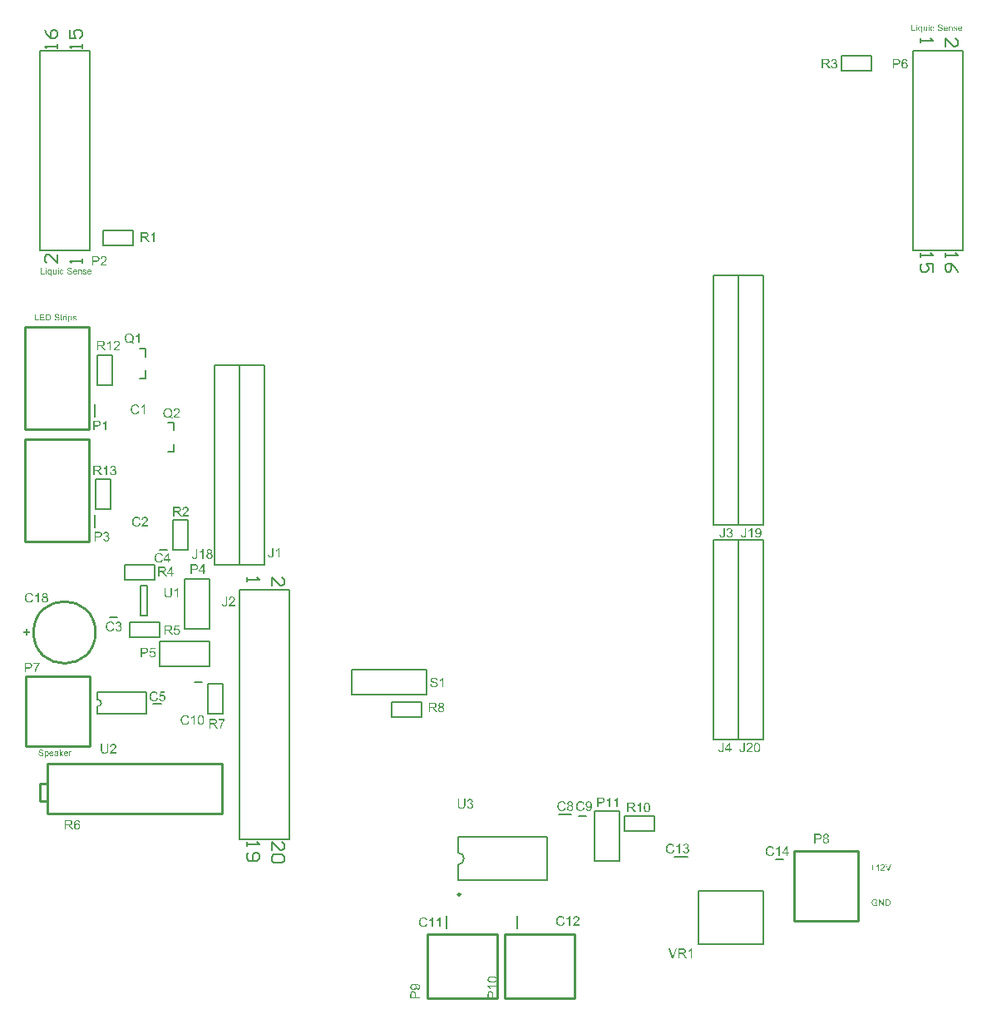
<source format=gto>
G04 Layer_Color=65535*
%FSLAX25Y25*%
%MOIN*%
G70*
G01*
G75*
%ADD10C,0.01000*%
%ADD40C,0.00984*%
%ADD41C,0.00787*%
%ADD42C,0.00800*%
G36*
X192130Y262355D02*
X192177Y262349D01*
X192229Y262343D01*
X192288Y262338D01*
X192352Y262320D01*
X192493Y262285D01*
X192639Y262232D01*
X192715Y262197D01*
X192785Y262156D01*
X192850Y262104D01*
X192914Y262051D01*
X192920Y262045D01*
X192926Y262039D01*
X192943Y262022D01*
X192967Y261998D01*
X192990Y261963D01*
X193019Y261928D01*
X193078Y261840D01*
X193136Y261729D01*
X193189Y261600D01*
X193230Y261454D01*
X193236Y261372D01*
X193242Y261291D01*
Y261279D01*
Y261249D01*
X193236Y261203D01*
X193230Y261144D01*
X193218Y261074D01*
X193201Y260998D01*
X193177Y260916D01*
X193142Y260834D01*
X193136Y260822D01*
X193125Y260793D01*
X193101Y260752D01*
X193066Y260694D01*
X193025Y260624D01*
X192973Y260542D01*
X192902Y260460D01*
X192826Y260366D01*
X192815Y260354D01*
X192785Y260319D01*
X192733Y260267D01*
X192698Y260232D01*
X192657Y260191D01*
X192610Y260144D01*
X192551Y260091D01*
X192493Y260038D01*
X192428Y259974D01*
X192358Y259910D01*
X192276Y259840D01*
X192194Y259770D01*
X192101Y259688D01*
X192095Y259682D01*
X192083Y259670D01*
X192060Y259652D01*
X192031Y259629D01*
X191960Y259571D01*
X191873Y259494D01*
X191785Y259413D01*
X191691Y259331D01*
X191615Y259261D01*
X191586Y259231D01*
X191557Y259202D01*
X191551Y259196D01*
X191539Y259179D01*
X191516Y259155D01*
X191487Y259120D01*
X191422Y259044D01*
X191358Y258950D01*
X193247D01*
Y258500D01*
X190703D01*
Y258506D01*
Y258529D01*
Y258564D01*
X190708Y258605D01*
X190714Y258652D01*
X190720Y258705D01*
X190738Y258763D01*
X190755Y258822D01*
Y258828D01*
X190761Y258833D01*
X190773Y258869D01*
X190796Y258915D01*
X190831Y258986D01*
X190872Y259062D01*
X190931Y259149D01*
X190989Y259237D01*
X191065Y259331D01*
Y259336D01*
X191077Y259342D01*
X191106Y259378D01*
X191153Y259430D01*
X191223Y259500D01*
X191311Y259582D01*
X191416Y259682D01*
X191545Y259793D01*
X191685Y259916D01*
X191691Y259922D01*
X191715Y259939D01*
X191744Y259963D01*
X191785Y260003D01*
X191838Y260044D01*
X191896Y260097D01*
X192025Y260208D01*
X192165Y260343D01*
X192306Y260477D01*
X192376Y260542D01*
X192434Y260606D01*
X192487Y260670D01*
X192534Y260729D01*
Y260735D01*
X192545Y260740D01*
X192557Y260758D01*
X192569Y260782D01*
X192604Y260840D01*
X192645Y260916D01*
X192686Y261004D01*
X192721Y261097D01*
X192744Y261203D01*
X192756Y261302D01*
Y261308D01*
Y261314D01*
X192750Y261349D01*
X192744Y261402D01*
X192733Y261466D01*
X192703Y261542D01*
X192668Y261618D01*
X192622Y261700D01*
X192551Y261776D01*
X192540Y261782D01*
X192516Y261805D01*
X192469Y261835D01*
X192411Y261876D01*
X192335Y261911D01*
X192247Y261940D01*
X192142Y261963D01*
X192025Y261969D01*
X191990D01*
X191966Y261963D01*
X191908Y261957D01*
X191832Y261946D01*
X191744Y261916D01*
X191650Y261881D01*
X191563Y261829D01*
X191481Y261758D01*
X191475Y261747D01*
X191452Y261723D01*
X191416Y261677D01*
X191381Y261612D01*
X191340Y261530D01*
X191311Y261437D01*
X191288Y261326D01*
X191276Y261197D01*
X190790Y261249D01*
Y261255D01*
Y261273D01*
X190796Y261302D01*
X190802Y261337D01*
X190814Y261384D01*
X190820Y261437D01*
X190855Y261554D01*
X190902Y261688D01*
X190966Y261823D01*
X191054Y261957D01*
X191101Y262016D01*
X191159Y262074D01*
X191165Y262080D01*
X191176Y262086D01*
X191194Y262104D01*
X191218Y262121D01*
X191253Y262139D01*
X191294Y262168D01*
X191340Y262191D01*
X191393Y262221D01*
X191452Y262244D01*
X191516Y262273D01*
X191592Y262297D01*
X191668Y262314D01*
X191843Y262349D01*
X191937Y262355D01*
X192036Y262361D01*
X192089D01*
X192130Y262355D01*
D02*
G37*
G36*
X190129Y259723D02*
Y259717D01*
Y259699D01*
Y259676D01*
Y259641D01*
X190124Y259600D01*
Y259553D01*
X190118Y259448D01*
X190100Y259325D01*
X190083Y259202D01*
X190053Y259079D01*
X190012Y258974D01*
X190006Y258962D01*
X189989Y258933D01*
X189960Y258886D01*
X189925Y258828D01*
X189872Y258757D01*
X189808Y258693D01*
X189726Y258629D01*
X189638Y258570D01*
X189626Y258564D01*
X189591Y258547D01*
X189539Y258529D01*
X189468Y258506D01*
X189381Y258477D01*
X189281Y258459D01*
X189164Y258441D01*
X189041Y258436D01*
X188995D01*
X188959Y258441D01*
X188918Y258447D01*
X188866Y258453D01*
X188755Y258471D01*
X188632Y258506D01*
X188503Y258559D01*
X188439Y258588D01*
X188380Y258629D01*
X188322Y258670D01*
X188269Y258722D01*
Y258728D01*
X188257Y258734D01*
X188246Y258752D01*
X188228Y258775D01*
X188205Y258810D01*
X188187Y258845D01*
X188158Y258892D01*
X188135Y258939D01*
X188111Y258997D01*
X188088Y259062D01*
X188064Y259132D01*
X188047Y259214D01*
X188029Y259296D01*
X188018Y259389D01*
X188012Y259483D01*
Y259588D01*
X188468Y259652D01*
Y259647D01*
Y259635D01*
Y259612D01*
X188474Y259582D01*
Y259547D01*
X188480Y259506D01*
X188497Y259413D01*
X188515Y259307D01*
X188544Y259208D01*
X188585Y259120D01*
X188608Y259079D01*
X188632Y259044D01*
X188638Y259038D01*
X188661Y259021D01*
X188690Y258991D01*
X188737Y258968D01*
X188796Y258939D01*
X188866Y258910D01*
X188948Y258892D01*
X189041Y258886D01*
X189076D01*
X189111Y258892D01*
X189152Y258898D01*
X189205Y258910D01*
X189264Y258921D01*
X189316Y258945D01*
X189369Y258974D01*
X189375Y258980D01*
X189392Y258991D01*
X189416Y259009D01*
X189445Y259038D01*
X189480Y259068D01*
X189509Y259108D01*
X189539Y259155D01*
X189562Y259208D01*
Y259214D01*
X189574Y259237D01*
X189579Y259272D01*
X189591Y259325D01*
X189603Y259395D01*
X189609Y259477D01*
X189620Y259576D01*
Y259693D01*
Y262343D01*
X190129D01*
Y259723D01*
D02*
G37*
G36*
X391583Y289855D02*
X391659Y289843D01*
X391747Y289826D01*
X391846Y289803D01*
X391946Y289767D01*
X392045Y289721D01*
X392051D01*
X392057Y289715D01*
X392092Y289697D01*
X392139Y289668D01*
X392198Y289627D01*
X392262Y289574D01*
X392332Y289510D01*
X392396Y289434D01*
X392455Y289352D01*
X392461Y289340D01*
X392478Y289311D01*
X392502Y289264D01*
X392525Y289206D01*
X392548Y289130D01*
X392572Y289048D01*
X392589Y288960D01*
X392595Y288861D01*
Y288849D01*
Y288820D01*
X392589Y288773D01*
X392578Y288714D01*
X392560Y288644D01*
X392537Y288568D01*
X392508Y288486D01*
X392461Y288410D01*
X392455Y288399D01*
X392437Y288375D01*
X392402Y288340D01*
X392361Y288293D01*
X392303Y288241D01*
X392238Y288188D01*
X392157Y288129D01*
X392063Y288083D01*
X392069D01*
X392080Y288077D01*
X392098D01*
X392122Y288065D01*
X392180Y288048D01*
X392256Y288012D01*
X392338Y287971D01*
X392426Y287913D01*
X392513Y287843D01*
X392589Y287755D01*
X392595Y287743D01*
X392619Y287708D01*
X392648Y287655D01*
X392689Y287585D01*
X392724Y287498D01*
X392753Y287392D01*
X392777Y287269D01*
X392782Y287135D01*
Y287129D01*
Y287111D01*
Y287088D01*
X392777Y287053D01*
X392771Y287006D01*
X392765Y286959D01*
X392753Y286901D01*
X392736Y286842D01*
X392695Y286708D01*
X392666Y286632D01*
X392625Y286562D01*
X392584Y286491D01*
X392537Y286421D01*
X392478Y286351D01*
X392414Y286281D01*
X392408Y286275D01*
X392396Y286263D01*
X392379Y286251D01*
X392350Y286228D01*
X392315Y286199D01*
X392268Y286170D01*
X392215Y286140D01*
X392162Y286111D01*
X392098Y286076D01*
X392028Y286047D01*
X391952Y286017D01*
X391870Y285988D01*
X391782Y285965D01*
X391689Y285953D01*
X391589Y285942D01*
X391490Y285936D01*
X391443D01*
X391408Y285942D01*
X391361Y285947D01*
X391314Y285953D01*
X391256Y285959D01*
X391197Y285971D01*
X391063Y286006D01*
X390922Y286064D01*
X390852Y286094D01*
X390788Y286135D01*
X390718Y286181D01*
X390653Y286234D01*
X390647Y286240D01*
X390641Y286246D01*
X390624Y286263D01*
X390600Y286287D01*
X390577Y286322D01*
X390548Y286357D01*
X390513Y286398D01*
X390483Y286445D01*
X390413Y286562D01*
X390355Y286696D01*
X390302Y286848D01*
X390285Y286930D01*
X390273Y287018D01*
X390747Y287082D01*
Y287076D01*
X390753Y287065D01*
Y287041D01*
X390764Y287018D01*
X390782Y286948D01*
X390811Y286860D01*
X390846Y286766D01*
X390893Y286667D01*
X390951Y286579D01*
X391016Y286503D01*
X391028Y286497D01*
X391051Y286474D01*
X391092Y286451D01*
X391150Y286415D01*
X391215Y286386D01*
X391297Y286357D01*
X391390Y286333D01*
X391490Y286328D01*
X391525D01*
X391548Y286333D01*
X391607Y286339D01*
X391683Y286357D01*
X391776Y286386D01*
X391870Y286421D01*
X391964Y286480D01*
X392051Y286556D01*
X392063Y286567D01*
X392086Y286597D01*
X392122Y286644D01*
X392168Y286714D01*
X392209Y286796D01*
X392244Y286895D01*
X392268Y287006D01*
X392279Y287129D01*
Y287135D01*
Y287141D01*
Y287158D01*
X392274Y287182D01*
X392268Y287240D01*
X392250Y287316D01*
X392227Y287398D01*
X392186Y287492D01*
X392133Y287579D01*
X392063Y287661D01*
X392051Y287673D01*
X392028Y287697D01*
X391981Y287726D01*
X391917Y287767D01*
X391841Y287808D01*
X391747Y287837D01*
X391648Y287860D01*
X391531Y287872D01*
X391478D01*
X391437Y287866D01*
X391390Y287860D01*
X391332Y287854D01*
X391267Y287843D01*
X391197Y287825D01*
X391250Y288241D01*
X391279D01*
X391302Y288235D01*
X391378D01*
X391431Y288241D01*
X391507Y288252D01*
X391589Y288270D01*
X391677Y288299D01*
X391771Y288334D01*
X391864Y288387D01*
X391876Y288393D01*
X391905Y288416D01*
X391940Y288457D01*
X391987Y288510D01*
X392034Y288574D01*
X392069Y288656D01*
X392098Y288755D01*
X392110Y288872D01*
Y288878D01*
Y288884D01*
Y288913D01*
X392098Y288960D01*
X392086Y289024D01*
X392069Y289089D01*
X392034Y289159D01*
X391993Y289235D01*
X391934Y289299D01*
X391929Y289305D01*
X391905Y289329D01*
X391864Y289358D01*
X391811Y289387D01*
X391747Y289422D01*
X391671Y289446D01*
X391583Y289469D01*
X391484Y289475D01*
X391437D01*
X391384Y289463D01*
X391326Y289452D01*
X391250Y289434D01*
X391174Y289399D01*
X391098Y289358D01*
X391022Y289299D01*
X391016Y289294D01*
X390992Y289270D01*
X390963Y289229D01*
X390928Y289171D01*
X390887Y289101D01*
X390852Y289013D01*
X390817Y288908D01*
X390794Y288785D01*
X390320Y288866D01*
Y288872D01*
X390326Y288890D01*
X390331Y288913D01*
X390337Y288943D01*
X390349Y288983D01*
X390361Y289030D01*
X390402Y289136D01*
X390448Y289253D01*
X390519Y289375D01*
X390600Y289493D01*
X390706Y289598D01*
X390712Y289604D01*
X390718Y289610D01*
X390735Y289621D01*
X390764Y289639D01*
X390794Y289656D01*
X390829Y289680D01*
X390916Y289732D01*
X391028Y289779D01*
X391162Y289820D01*
X391308Y289849D01*
X391390Y289861D01*
X391525D01*
X391583Y289855D01*
D02*
G37*
G36*
X389129Y201223D02*
Y201217D01*
Y201199D01*
Y201176D01*
Y201141D01*
X389124Y201100D01*
Y201053D01*
X389118Y200948D01*
X389100Y200825D01*
X389083Y200702D01*
X389053Y200579D01*
X389012Y200474D01*
X389007Y200462D01*
X388989Y200433D01*
X388960Y200386D01*
X388925Y200328D01*
X388872Y200257D01*
X388808Y200193D01*
X388726Y200129D01*
X388638Y200070D01*
X388626Y200064D01*
X388591Y200047D01*
X388539Y200029D01*
X388468Y200006D01*
X388381Y199977D01*
X388281Y199959D01*
X388164Y199942D01*
X388041Y199936D01*
X387995D01*
X387959Y199942D01*
X387918Y199947D01*
X387866Y199953D01*
X387755Y199971D01*
X387632Y200006D01*
X387503Y200059D01*
X387439Y200088D01*
X387380Y200129D01*
X387322Y200170D01*
X387269Y200222D01*
Y200228D01*
X387257Y200234D01*
X387246Y200252D01*
X387228Y200275D01*
X387205Y200310D01*
X387187Y200345D01*
X387158Y200392D01*
X387135Y200439D01*
X387111Y200497D01*
X387088Y200562D01*
X387064Y200632D01*
X387047Y200714D01*
X387029Y200796D01*
X387017Y200889D01*
X387012Y200983D01*
Y201088D01*
X387468Y201152D01*
Y201147D01*
Y201135D01*
Y201112D01*
X387474Y201082D01*
Y201047D01*
X387480Y201006D01*
X387497Y200913D01*
X387515Y200807D01*
X387544Y200708D01*
X387585Y200620D01*
X387608Y200579D01*
X387632Y200544D01*
X387638Y200538D01*
X387661Y200521D01*
X387690Y200491D01*
X387737Y200468D01*
X387796Y200439D01*
X387866Y200410D01*
X387948Y200392D01*
X388041Y200386D01*
X388076D01*
X388111Y200392D01*
X388152Y200398D01*
X388205Y200410D01*
X388264Y200421D01*
X388316Y200445D01*
X388369Y200474D01*
X388375Y200480D01*
X388392Y200491D01*
X388416Y200509D01*
X388445Y200538D01*
X388480Y200568D01*
X388509Y200608D01*
X388539Y200655D01*
X388562Y200708D01*
Y200714D01*
X388574Y200737D01*
X388580Y200772D01*
X388591Y200825D01*
X388603Y200895D01*
X388609Y200977D01*
X388620Y201076D01*
Y201193D01*
Y203843D01*
X389129D01*
Y201223D01*
D02*
G37*
G36*
X389629Y287223D02*
Y287217D01*
Y287199D01*
Y287176D01*
Y287141D01*
X389623Y287100D01*
Y287053D01*
X389618Y286948D01*
X389600Y286825D01*
X389583Y286702D01*
X389553Y286579D01*
X389512Y286474D01*
X389507Y286462D01*
X389489Y286433D01*
X389460Y286386D01*
X389425Y286328D01*
X389372Y286257D01*
X389308Y286193D01*
X389226Y286129D01*
X389138Y286070D01*
X389126Y286064D01*
X389091Y286047D01*
X389038Y286029D01*
X388968Y286006D01*
X388881Y285977D01*
X388781Y285959D01*
X388664Y285942D01*
X388541Y285936D01*
X388494D01*
X388459Y285942D01*
X388418Y285947D01*
X388366Y285953D01*
X388255Y285971D01*
X388132Y286006D01*
X388003Y286058D01*
X387939Y286088D01*
X387880Y286129D01*
X387822Y286170D01*
X387769Y286222D01*
Y286228D01*
X387757Y286234D01*
X387746Y286251D01*
X387728Y286275D01*
X387705Y286310D01*
X387687Y286345D01*
X387658Y286392D01*
X387634Y286439D01*
X387611Y286497D01*
X387588Y286562D01*
X387564Y286632D01*
X387547Y286714D01*
X387529Y286796D01*
X387517Y286889D01*
X387512Y286983D01*
Y287088D01*
X387968Y287152D01*
Y287147D01*
Y287135D01*
Y287111D01*
X387974Y287082D01*
Y287047D01*
X387980Y287006D01*
X387997Y286913D01*
X388015Y286807D01*
X388044Y286708D01*
X388085Y286620D01*
X388108Y286579D01*
X388132Y286544D01*
X388138Y286538D01*
X388161Y286521D01*
X388190Y286491D01*
X388237Y286468D01*
X388296Y286439D01*
X388366Y286409D01*
X388448Y286392D01*
X388541Y286386D01*
X388576D01*
X388612Y286392D01*
X388652Y286398D01*
X388705Y286409D01*
X388764Y286421D01*
X388816Y286445D01*
X388869Y286474D01*
X388875Y286480D01*
X388892Y286491D01*
X388916Y286509D01*
X388945Y286538D01*
X388980Y286567D01*
X389009Y286608D01*
X389038Y286655D01*
X389062Y286708D01*
Y286714D01*
X389074Y286737D01*
X389079Y286772D01*
X389091Y286825D01*
X389103Y286895D01*
X389109Y286977D01*
X389120Y287076D01*
Y287193D01*
Y289843D01*
X389629D01*
Y287223D01*
D02*
G37*
G36*
X211045Y278000D02*
X210572D01*
Y281007D01*
X210566Y281001D01*
X210542Y280978D01*
X210501Y280948D01*
X210449Y280908D01*
X210384Y280855D01*
X210308Y280802D01*
X210221Y280738D01*
X210121Y280679D01*
X210115D01*
X210109Y280674D01*
X210074Y280650D01*
X210022Y280621D01*
X209957Y280586D01*
X209881Y280545D01*
X209799Y280510D01*
X209712Y280469D01*
X209630Y280434D01*
Y280896D01*
X209636D01*
X209647Y280902D01*
X209671Y280913D01*
X209694Y280931D01*
X209729Y280948D01*
X209770Y280966D01*
X209864Y281019D01*
X209969Y281083D01*
X210086Y281159D01*
X210203Y281247D01*
X210314Y281340D01*
X210320Y281346D01*
X210326Y281352D01*
X210361Y281387D01*
X210414Y281440D01*
X210478Y281504D01*
X210548Y281586D01*
X210618Y281674D01*
X210683Y281767D01*
X210735Y281861D01*
X211045D01*
Y278000D01*
D02*
G37*
G36*
X110907Y263902D02*
X110954Y263896D01*
X111012Y263890D01*
X111077Y263884D01*
X111147Y263873D01*
X111299Y263838D01*
X111463Y263785D01*
X111545Y263750D01*
X111627Y263709D01*
X111703Y263662D01*
X111779Y263610D01*
X111785Y263604D01*
X111796Y263598D01*
X111814Y263580D01*
X111843Y263557D01*
X111872Y263528D01*
X111913Y263487D01*
X111954Y263446D01*
X111995Y263399D01*
X112042Y263340D01*
X112083Y263282D01*
X112130Y263212D01*
X112177Y263136D01*
X112217Y263059D01*
X112258Y262972D01*
X112329Y262785D01*
X111826Y262668D01*
Y262673D01*
X111820Y262685D01*
X111814Y262709D01*
X111802Y262738D01*
X111785Y262773D01*
X111767Y262814D01*
X111726Y262902D01*
X111673Y263001D01*
X111603Y263106D01*
X111527Y263200D01*
X111434Y263282D01*
X111422Y263288D01*
X111387Y263311D01*
X111334Y263340D01*
X111258Y263381D01*
X111170Y263416D01*
X111059Y263446D01*
X110936Y263469D01*
X110796Y263475D01*
X110755D01*
X110726Y263469D01*
X110685D01*
X110644Y263463D01*
X110539Y263446D01*
X110422Y263422D01*
X110299Y263381D01*
X110176Y263329D01*
X110059Y263258D01*
X110053D01*
X110047Y263247D01*
X110012Y263217D01*
X109959Y263171D01*
X109895Y263106D01*
X109831Y263024D01*
X109760Y262931D01*
X109696Y262814D01*
X109643Y262685D01*
Y262679D01*
X109638Y262668D01*
X109632Y262650D01*
X109626Y262621D01*
X109614Y262592D01*
X109608Y262551D01*
X109585Y262457D01*
X109562Y262346D01*
X109544Y262223D01*
X109532Y262088D01*
X109527Y261948D01*
Y261942D01*
Y261925D01*
Y261901D01*
Y261866D01*
X109532Y261825D01*
Y261773D01*
X109538Y261720D01*
X109544Y261661D01*
X109562Y261527D01*
X109585Y261381D01*
X109620Y261234D01*
X109667Y261094D01*
Y261088D01*
X109673Y261076D01*
X109684Y261059D01*
X109696Y261035D01*
X109725Y260965D01*
X109772Y260889D01*
X109837Y260796D01*
X109913Y260708D01*
X110000Y260620D01*
X110106Y260544D01*
X110111D01*
X110117Y260538D01*
X110135Y260526D01*
X110158Y260515D01*
X110223Y260491D01*
X110304Y260456D01*
X110398Y260427D01*
X110509Y260398D01*
X110632Y260374D01*
X110761Y260369D01*
X110802D01*
X110831Y260374D01*
X110866D01*
X110913Y260380D01*
X111012Y260398D01*
X111124Y260427D01*
X111246Y260474D01*
X111363Y260532D01*
X111480Y260614D01*
X111486Y260620D01*
X111492Y260626D01*
X111527Y260661D01*
X111580Y260719D01*
X111644Y260796D01*
X111708Y260901D01*
X111779Y261024D01*
X111837Y261176D01*
X111884Y261346D01*
X112393Y261217D01*
Y261211D01*
X112387Y261188D01*
X112375Y261158D01*
X112364Y261111D01*
X112340Y261065D01*
X112317Y261000D01*
X112294Y260936D01*
X112258Y260866D01*
X112182Y260708D01*
X112077Y260550D01*
X111960Y260398D01*
X111890Y260328D01*
X111814Y260263D01*
X111808Y260257D01*
X111796Y260251D01*
X111773Y260234D01*
X111738Y260211D01*
X111697Y260187D01*
X111650Y260158D01*
X111597Y260129D01*
X111533Y260099D01*
X111463Y260070D01*
X111387Y260041D01*
X111299Y260012D01*
X111211Y259988D01*
X111018Y259947D01*
X110913Y259942D01*
X110802Y259936D01*
X110743D01*
X110696Y259942D01*
X110644D01*
X110585Y259947D01*
X110515Y259959D01*
X110445Y259965D01*
X110281Y260000D01*
X110111Y260041D01*
X109948Y260105D01*
X109866Y260140D01*
X109790Y260187D01*
X109784Y260193D01*
X109772Y260199D01*
X109755Y260216D01*
X109725Y260234D01*
X109655Y260293D01*
X109573Y260374D01*
X109474Y260474D01*
X109380Y260603D01*
X109281Y260749D01*
X109199Y260918D01*
Y260924D01*
X109193Y260942D01*
X109181Y260965D01*
X109170Y261000D01*
X109152Y261047D01*
X109134Y261100D01*
X109117Y261158D01*
X109099Y261228D01*
X109082Y261299D01*
X109064Y261381D01*
X109029Y261556D01*
X109006Y261743D01*
X109000Y261948D01*
Y261954D01*
Y261977D01*
Y262007D01*
X109006Y262048D01*
Y262100D01*
X109012Y262164D01*
X109018Y262229D01*
X109029Y262305D01*
X109058Y262469D01*
X109094Y262644D01*
X109152Y262826D01*
X109228Y262995D01*
Y263001D01*
X109240Y263013D01*
X109251Y263036D01*
X109269Y263071D01*
X109292Y263106D01*
X109322Y263147D01*
X109398Y263247D01*
X109485Y263358D01*
X109597Y263469D01*
X109731Y263580D01*
X109878Y263674D01*
X109883D01*
X109895Y263685D01*
X109918Y263697D01*
X109953Y263709D01*
X109989Y263726D01*
X110035Y263750D01*
X110094Y263767D01*
X110152Y263791D01*
X110217Y263814D01*
X110287Y263832D01*
X110445Y263873D01*
X110620Y263896D01*
X110808Y263908D01*
X110866D01*
X110907Y263902D01*
D02*
G37*
G36*
X411604Y158500D02*
X411131D01*
Y161507D01*
X411125Y161501D01*
X411101Y161478D01*
X411060Y161448D01*
X411008Y161407D01*
X410943Y161355D01*
X410867Y161302D01*
X410779Y161238D01*
X410680Y161179D01*
X410674D01*
X410668Y161173D01*
X410633Y161150D01*
X410581Y161121D01*
X410516Y161086D01*
X410440Y161045D01*
X410358Y161010D01*
X410271Y160969D01*
X410189Y160934D01*
Y161396D01*
X410194D01*
X410206Y161402D01*
X410230Y161413D01*
X410253Y161431D01*
X410288Y161448D01*
X410329Y161466D01*
X410423Y161519D01*
X410528Y161583D01*
X410645Y161659D01*
X410762Y161747D01*
X410873Y161840D01*
X410879Y161846D01*
X410885Y161852D01*
X410920Y161887D01*
X410972Y161940D01*
X411037Y162004D01*
X411107Y162086D01*
X411177Y162174D01*
X411242Y162267D01*
X411294Y162361D01*
X411604D01*
Y158500D01*
D02*
G37*
G36*
X114604Y260000D02*
X114130D01*
Y263007D01*
X114125Y263001D01*
X114101Y262978D01*
X114060Y262948D01*
X114008Y262908D01*
X113943Y262855D01*
X113867Y262802D01*
X113779Y262738D01*
X113680Y262679D01*
X113674D01*
X113668Y262673D01*
X113633Y262650D01*
X113581Y262621D01*
X113516Y262586D01*
X113440Y262545D01*
X113358Y262510D01*
X113270Y262469D01*
X113189Y262434D01*
Y262896D01*
X113195D01*
X113206Y262902D01*
X113230Y262913D01*
X113253Y262931D01*
X113288Y262948D01*
X113329Y262966D01*
X113423Y263019D01*
X113528Y263083D01*
X113645Y263159D01*
X113762Y263247D01*
X113873Y263340D01*
X113879Y263346D01*
X113885Y263352D01*
X113920Y263387D01*
X113972Y263440D01*
X114037Y263504D01*
X114107Y263586D01*
X114177Y263674D01*
X114242Y263767D01*
X114294Y263861D01*
X114604D01*
Y260000D01*
D02*
G37*
G36*
X208629Y279223D02*
Y279217D01*
Y279199D01*
Y279176D01*
Y279141D01*
X208624Y279100D01*
Y279053D01*
X208618Y278948D01*
X208600Y278825D01*
X208583Y278702D01*
X208553Y278579D01*
X208512Y278474D01*
X208507Y278462D01*
X208489Y278433D01*
X208460Y278386D01*
X208425Y278328D01*
X208372Y278257D01*
X208308Y278193D01*
X208226Y278129D01*
X208138Y278070D01*
X208126Y278064D01*
X208091Y278047D01*
X208038Y278029D01*
X207968Y278006D01*
X207881Y277977D01*
X207781Y277959D01*
X207664Y277941D01*
X207541Y277936D01*
X207494D01*
X207459Y277941D01*
X207418Y277947D01*
X207366Y277953D01*
X207255Y277971D01*
X207132Y278006D01*
X207003Y278059D01*
X206939Y278088D01*
X206880Y278129D01*
X206822Y278170D01*
X206769Y278222D01*
Y278228D01*
X206757Y278234D01*
X206746Y278252D01*
X206728Y278275D01*
X206705Y278310D01*
X206687Y278345D01*
X206658Y278392D01*
X206634Y278439D01*
X206611Y278497D01*
X206588Y278562D01*
X206564Y278632D01*
X206547Y278714D01*
X206529Y278796D01*
X206518Y278889D01*
X206512Y278983D01*
Y279088D01*
X206968Y279152D01*
Y279147D01*
Y279135D01*
Y279112D01*
X206974Y279082D01*
Y279047D01*
X206980Y279006D01*
X206997Y278913D01*
X207015Y278807D01*
X207044Y278708D01*
X207085Y278620D01*
X207108Y278579D01*
X207132Y278544D01*
X207138Y278538D01*
X207161Y278521D01*
X207190Y278491D01*
X207237Y278468D01*
X207296Y278439D01*
X207366Y278410D01*
X207448Y278392D01*
X207541Y278386D01*
X207576D01*
X207611Y278392D01*
X207652Y278398D01*
X207705Y278410D01*
X207764Y278421D01*
X207816Y278445D01*
X207869Y278474D01*
X207875Y278480D01*
X207892Y278491D01*
X207916Y278509D01*
X207945Y278538D01*
X207980Y278568D01*
X208009Y278608D01*
X208038Y278655D01*
X208062Y278708D01*
Y278714D01*
X208074Y278737D01*
X208080Y278772D01*
X208091Y278825D01*
X208103Y278895D01*
X208109Y278977D01*
X208120Y279076D01*
Y279193D01*
Y281843D01*
X208629D01*
Y279223D01*
D02*
G37*
G36*
X117137Y263855D02*
X117184D01*
X117231Y263843D01*
X117348Y263826D01*
X117477Y263791D01*
X117611Y263738D01*
X117681Y263703D01*
X117746Y263668D01*
X117810Y263621D01*
X117869Y263568D01*
X117875Y263563D01*
X117880Y263557D01*
X117898Y263539D01*
X117915Y263516D01*
X117939Y263487D01*
X117968Y263452D01*
X118026Y263370D01*
X118079Y263264D01*
X118132Y263141D01*
X118167Y263007D01*
X118173Y262931D01*
X118179Y262855D01*
Y262843D01*
Y262808D01*
X118173Y262761D01*
X118161Y262697D01*
X118144Y262621D01*
X118120Y262545D01*
X118085Y262463D01*
X118038Y262387D01*
X118032Y262381D01*
X118015Y262357D01*
X117980Y262322D01*
X117933Y262276D01*
X117875Y262229D01*
X117798Y262182D01*
X117711Y262129D01*
X117611Y262088D01*
X117617D01*
X117629Y262083D01*
X117646Y262077D01*
X117670Y262065D01*
X117734Y262036D01*
X117810Y262001D01*
X117898Y261948D01*
X117986Y261884D01*
X118073Y261802D01*
X118149Y261714D01*
X118155Y261702D01*
X118179Y261667D01*
X118208Y261615D01*
X118243Y261539D01*
X118278Y261451D01*
X118307Y261346D01*
X118331Y261228D01*
X118337Y261100D01*
Y261094D01*
Y261076D01*
Y261053D01*
X118331Y261018D01*
X118325Y260977D01*
X118319Y260924D01*
X118296Y260807D01*
X118249Y260679D01*
X118226Y260608D01*
X118190Y260538D01*
X118149Y260468D01*
X118103Y260398D01*
X118050Y260333D01*
X117986Y260269D01*
X117980Y260263D01*
X117968Y260257D01*
X117950Y260240D01*
X117921Y260216D01*
X117886Y260193D01*
X117845Y260164D01*
X117798Y260135D01*
X117740Y260105D01*
X117675Y260070D01*
X117605Y260041D01*
X117529Y260012D01*
X117447Y259988D01*
X117366Y259965D01*
X117272Y259947D01*
X117173Y259942D01*
X117067Y259936D01*
X117015D01*
X116974Y259942D01*
X116927Y259947D01*
X116868Y259953D01*
X116810Y259965D01*
X116740Y259977D01*
X116593Y260017D01*
X116517Y260047D01*
X116441Y260076D01*
X116365Y260117D01*
X116289Y260158D01*
X116219Y260211D01*
X116149Y260269D01*
X116143Y260275D01*
X116131Y260287D01*
X116120Y260304D01*
X116096Y260328D01*
X116067Y260363D01*
X116038Y260404D01*
X116008Y260451D01*
X115979Y260503D01*
X115944Y260562D01*
X115915Y260626D01*
X115856Y260766D01*
X115833Y260848D01*
X115821Y260930D01*
X115809Y261018D01*
X115804Y261111D01*
Y261117D01*
Y261129D01*
Y261147D01*
X115809Y261176D01*
Y261205D01*
X115815Y261246D01*
X115827Y261328D01*
X115850Y261427D01*
X115885Y261533D01*
X115926Y261638D01*
X115991Y261737D01*
Y261743D01*
X116002Y261749D01*
X116026Y261778D01*
X116073Y261825D01*
X116131Y261878D01*
X116207Y261936D01*
X116301Y261995D01*
X116412Y262048D01*
X116535Y262088D01*
X116529D01*
X116523Y262094D01*
X116488Y262106D01*
X116435Y262135D01*
X116371Y262164D01*
X116295Y262211D01*
X116225Y262264D01*
X116155Y262322D01*
X116096Y262393D01*
X116090Y262404D01*
X116073Y262428D01*
X116049Y262469D01*
X116026Y262527D01*
X116002Y262597D01*
X115979Y262679D01*
X115962Y262767D01*
X115956Y262866D01*
Y262872D01*
Y262884D01*
Y262908D01*
X115962Y262937D01*
X115967Y262972D01*
X115973Y263013D01*
X115991Y263112D01*
X116026Y263223D01*
X116084Y263340D01*
X116114Y263405D01*
X116155Y263463D01*
X116201Y263522D01*
X116254Y263574D01*
X116260Y263580D01*
X116266Y263586D01*
X116283Y263604D01*
X116307Y263621D01*
X116342Y263639D01*
X116377Y263668D01*
X116418Y263691D01*
X116471Y263721D01*
X116582Y263773D01*
X116722Y263814D01*
X116880Y263849D01*
X116962Y263855D01*
X117055Y263861D01*
X117102D01*
X117137Y263855D01*
D02*
G37*
G36*
X391750Y201351D02*
X392271D01*
Y200919D01*
X391750D01*
Y200000D01*
X391276D01*
Y200919D01*
X389609D01*
Y201351D01*
X391364Y203838D01*
X391750D01*
Y201351D01*
D02*
G37*
G36*
X399630Y203855D02*
X399677Y203849D01*
X399730Y203843D01*
X399788Y203838D01*
X399852Y203820D01*
X399993Y203785D01*
X400139Y203732D01*
X400215Y203697D01*
X400285Y203656D01*
X400350Y203604D01*
X400414Y203551D01*
X400420Y203545D01*
X400426Y203539D01*
X400443Y203522D01*
X400467Y203498D01*
X400490Y203463D01*
X400519Y203428D01*
X400578Y203340D01*
X400636Y203229D01*
X400689Y203100D01*
X400730Y202954D01*
X400736Y202872D01*
X400742Y202790D01*
Y202779D01*
Y202749D01*
X400736Y202703D01*
X400730Y202644D01*
X400718Y202574D01*
X400701Y202498D01*
X400677Y202416D01*
X400642Y202334D01*
X400636Y202323D01*
X400625Y202293D01*
X400601Y202252D01*
X400566Y202194D01*
X400525Y202124D01*
X400472Y202042D01*
X400402Y201960D01*
X400326Y201866D01*
X400315Y201854D01*
X400285Y201819D01*
X400233Y201767D01*
X400198Y201732D01*
X400157Y201691D01*
X400110Y201644D01*
X400051Y201591D01*
X399993Y201539D01*
X399928Y201474D01*
X399858Y201410D01*
X399776Y201340D01*
X399694Y201270D01*
X399601Y201188D01*
X399595Y201182D01*
X399583Y201170D01*
X399560Y201152D01*
X399531Y201129D01*
X399460Y201071D01*
X399373Y200994D01*
X399285Y200913D01*
X399191Y200831D01*
X399115Y200761D01*
X399086Y200731D01*
X399057Y200702D01*
X399051Y200696D01*
X399039Y200679D01*
X399016Y200655D01*
X398987Y200620D01*
X398922Y200544D01*
X398858Y200450D01*
X400747D01*
Y200000D01*
X398203D01*
Y200006D01*
Y200029D01*
Y200064D01*
X398209Y200105D01*
X398214Y200152D01*
X398220Y200205D01*
X398238Y200263D01*
X398255Y200322D01*
Y200328D01*
X398261Y200333D01*
X398273Y200369D01*
X398296Y200415D01*
X398331Y200485D01*
X398372Y200562D01*
X398431Y200649D01*
X398489Y200737D01*
X398565Y200831D01*
Y200837D01*
X398577Y200842D01*
X398606Y200877D01*
X398653Y200930D01*
X398723Y201000D01*
X398811Y201082D01*
X398916Y201182D01*
X399045Y201293D01*
X399185Y201416D01*
X399191Y201422D01*
X399215Y201439D01*
X399244Y201463D01*
X399285Y201503D01*
X399338Y201544D01*
X399396Y201597D01*
X399525Y201708D01*
X399665Y201843D01*
X399806Y201977D01*
X399876Y202042D01*
X399934Y202106D01*
X399987Y202170D01*
X400034Y202229D01*
Y202235D01*
X400045Y202241D01*
X400057Y202258D01*
X400069Y202281D01*
X400104Y202340D01*
X400145Y202416D01*
X400186Y202504D01*
X400221Y202597D01*
X400244Y202703D01*
X400256Y202802D01*
Y202808D01*
Y202814D01*
X400250Y202849D01*
X400244Y202902D01*
X400233Y202966D01*
X400203Y203042D01*
X400168Y203118D01*
X400121Y203200D01*
X400051Y203276D01*
X400040Y203282D01*
X400016Y203305D01*
X399969Y203334D01*
X399911Y203376D01*
X399835Y203411D01*
X399747Y203440D01*
X399642Y203463D01*
X399525Y203469D01*
X399490D01*
X399466Y203463D01*
X399408Y203457D01*
X399332Y203446D01*
X399244Y203416D01*
X399150Y203381D01*
X399063Y203329D01*
X398981Y203258D01*
X398975Y203247D01*
X398952Y203223D01*
X398916Y203176D01*
X398881Y203112D01*
X398840Y203030D01*
X398811Y202937D01*
X398788Y202825D01*
X398776Y202697D01*
X398290Y202749D01*
Y202755D01*
Y202773D01*
X398296Y202802D01*
X398302Y202837D01*
X398314Y202884D01*
X398320Y202937D01*
X398355Y203054D01*
X398402Y203188D01*
X398466Y203323D01*
X398554Y203457D01*
X398601Y203516D01*
X398659Y203574D01*
X398665Y203580D01*
X398676Y203586D01*
X398694Y203604D01*
X398717Y203621D01*
X398753Y203639D01*
X398794Y203668D01*
X398840Y203691D01*
X398893Y203721D01*
X398952Y203744D01*
X399016Y203773D01*
X399092Y203797D01*
X399168Y203814D01*
X399343Y203849D01*
X399437Y203855D01*
X399536Y203861D01*
X399589D01*
X399630Y203855D01*
D02*
G37*
G36*
X397629Y201223D02*
Y201217D01*
Y201199D01*
Y201176D01*
Y201141D01*
X397623Y201100D01*
Y201053D01*
X397618Y200948D01*
X397600Y200825D01*
X397583Y200702D01*
X397553Y200579D01*
X397512Y200474D01*
X397507Y200462D01*
X397489Y200433D01*
X397460Y200386D01*
X397425Y200328D01*
X397372Y200257D01*
X397308Y200193D01*
X397226Y200129D01*
X397138Y200070D01*
X397126Y200064D01*
X397091Y200047D01*
X397039Y200029D01*
X396968Y200006D01*
X396881Y199977D01*
X396781Y199959D01*
X396664Y199942D01*
X396541Y199936D01*
X396495D01*
X396459Y199942D01*
X396418Y199947D01*
X396366Y199953D01*
X396255Y199971D01*
X396132Y200006D01*
X396003Y200059D01*
X395939Y200088D01*
X395880Y200129D01*
X395822Y200170D01*
X395769Y200222D01*
Y200228D01*
X395757Y200234D01*
X395746Y200252D01*
X395728Y200275D01*
X395705Y200310D01*
X395687Y200345D01*
X395658Y200392D01*
X395635Y200439D01*
X395611Y200497D01*
X395588Y200562D01*
X395564Y200632D01*
X395547Y200714D01*
X395529Y200796D01*
X395517Y200889D01*
X395512Y200983D01*
Y201088D01*
X395968Y201152D01*
Y201147D01*
Y201135D01*
Y201112D01*
X395974Y201082D01*
Y201047D01*
X395980Y201006D01*
X395997Y200913D01*
X396015Y200807D01*
X396044Y200708D01*
X396085Y200620D01*
X396108Y200579D01*
X396132Y200544D01*
X396138Y200538D01*
X396161Y200521D01*
X396190Y200491D01*
X396237Y200468D01*
X396296Y200439D01*
X396366Y200410D01*
X396448Y200392D01*
X396541Y200386D01*
X396576D01*
X396611Y200392D01*
X396652Y200398D01*
X396705Y200410D01*
X396764Y200421D01*
X396816Y200445D01*
X396869Y200474D01*
X396875Y200480D01*
X396892Y200491D01*
X396916Y200509D01*
X396945Y200538D01*
X396980Y200568D01*
X397009Y200608D01*
X397039Y200655D01*
X397062Y200708D01*
Y200714D01*
X397074Y200737D01*
X397079Y200772D01*
X397091Y200825D01*
X397103Y200895D01*
X397109Y200977D01*
X397120Y201076D01*
Y201193D01*
Y203843D01*
X397629D01*
Y201223D01*
D02*
G37*
G36*
X402614Y203855D02*
X402684Y203843D01*
X402766Y203832D01*
X402859Y203808D01*
X402953Y203773D01*
X403041Y203732D01*
X403052Y203726D01*
X403082Y203709D01*
X403123Y203680D01*
X403181Y203645D01*
X403240Y203592D01*
X403304Y203527D01*
X403368Y203457D01*
X403427Y203376D01*
X403433Y203364D01*
X403450Y203334D01*
X403479Y203282D01*
X403514Y203218D01*
X403550Y203136D01*
X403590Y203036D01*
X403631Y202925D01*
X403667Y202802D01*
Y202796D01*
X403672Y202785D01*
Y202767D01*
X403678Y202738D01*
X403690Y202709D01*
X403696Y202668D01*
X403702Y202615D01*
X403713Y202562D01*
X403719Y202498D01*
X403725Y202434D01*
X403737Y202358D01*
X403743Y202276D01*
X403749Y202188D01*
Y202100D01*
X403754Y201895D01*
Y201890D01*
Y201866D01*
Y201831D01*
Y201784D01*
X403749Y201726D01*
Y201661D01*
X403743Y201585D01*
X403737Y201503D01*
X403719Y201328D01*
X403696Y201147D01*
X403661Y200965D01*
X403637Y200883D01*
X403614Y200801D01*
Y200796D01*
X403608Y200784D01*
X403602Y200761D01*
X403590Y200731D01*
X403573Y200696D01*
X403555Y200661D01*
X403509Y200568D01*
X403450Y200462D01*
X403380Y200357D01*
X403298Y200252D01*
X403199Y200158D01*
X403193D01*
X403187Y200146D01*
X403169Y200140D01*
X403152Y200123D01*
X403087Y200088D01*
X403011Y200047D01*
X402906Y200006D01*
X402789Y199971D01*
X402655Y199947D01*
X402502Y199936D01*
X402450D01*
X402409Y199942D01*
X402362Y199947D01*
X402309Y199959D01*
X402251Y199971D01*
X402186Y199982D01*
X402046Y200029D01*
X401970Y200064D01*
X401900Y200099D01*
X401824Y200146D01*
X401754Y200199D01*
X401689Y200257D01*
X401625Y200328D01*
X401619Y200333D01*
X401607Y200351D01*
X401590Y200380D01*
X401566Y200421D01*
X401537Y200474D01*
X401508Y200538D01*
X401473Y200614D01*
X401438Y200708D01*
X401403Y200807D01*
X401368Y200924D01*
X401338Y201053D01*
X401309Y201193D01*
X401286Y201351D01*
X401268Y201515D01*
X401256Y201702D01*
X401251Y201895D01*
Y201901D01*
Y201925D01*
Y201960D01*
Y202007D01*
X401256Y202065D01*
Y202129D01*
X401262Y202205D01*
X401268Y202287D01*
X401286Y202463D01*
X401309Y202644D01*
X401338Y202825D01*
X401362Y202907D01*
X401385Y202989D01*
Y202995D01*
X401391Y203007D01*
X401403Y203030D01*
X401414Y203060D01*
X401426Y203095D01*
X401444Y203136D01*
X401490Y203229D01*
X401549Y203334D01*
X401619Y203440D01*
X401701Y203539D01*
X401800Y203633D01*
X401806D01*
X401812Y203645D01*
X401830Y203656D01*
X401853Y203668D01*
X401912Y203703D01*
X401994Y203750D01*
X402093Y203791D01*
X402216Y203826D01*
X402350Y203849D01*
X402502Y203861D01*
X402555D01*
X402614Y203855D01*
D02*
G37*
G36*
X138161Y332838D02*
X138255Y332832D01*
X138354Y332826D01*
X138448Y332814D01*
X138530Y332803D01*
X138542D01*
X138577Y332791D01*
X138629Y332779D01*
X138694Y332762D01*
X138770Y332738D01*
X138846Y332709D01*
X138928Y332668D01*
X139004Y332621D01*
X139010Y332615D01*
X139039Y332598D01*
X139074Y332569D01*
X139115Y332528D01*
X139162Y332475D01*
X139214Y332411D01*
X139267Y332340D01*
X139314Y332253D01*
X139320Y332241D01*
X139331Y332212D01*
X139349Y332165D01*
X139372Y332101D01*
X139396Y332024D01*
X139413Y331937D01*
X139425Y331837D01*
X139431Y331732D01*
Y331726D01*
Y331709D01*
Y331685D01*
X139425Y331650D01*
X139419Y331609D01*
X139413Y331556D01*
X139407Y331504D01*
X139390Y331445D01*
X139355Y331311D01*
X139296Y331176D01*
X139261Y331106D01*
X139220Y331036D01*
X139173Y330966D01*
X139115Y330901D01*
X139109Y330895D01*
X139097Y330890D01*
X139080Y330872D01*
X139056Y330849D01*
X139015Y330825D01*
X138974Y330796D01*
X138922Y330767D01*
X138857Y330737D01*
X138787Y330702D01*
X138705Y330673D01*
X138612Y330644D01*
X138512Y330620D01*
X138395Y330597D01*
X138273Y330579D01*
X138138Y330574D01*
X137992Y330568D01*
X137009D01*
Y329000D01*
X136500D01*
Y332843D01*
X138074D01*
X138161Y332838D01*
D02*
G37*
G36*
X141666Y329000D02*
X141192D01*
Y332007D01*
X141186Y332001D01*
X141162Y331978D01*
X141121Y331948D01*
X141069Y331908D01*
X141005Y331855D01*
X140928Y331802D01*
X140841Y331738D01*
X140741Y331679D01*
X140735D01*
X140729Y331674D01*
X140694Y331650D01*
X140642Y331621D01*
X140577Y331586D01*
X140501Y331545D01*
X140419Y331510D01*
X140332Y331469D01*
X140250Y331434D01*
Y331896D01*
X140256D01*
X140267Y331902D01*
X140291Y331913D01*
X140314Y331931D01*
X140349Y331948D01*
X140390Y331966D01*
X140484Y332019D01*
X140589Y332083D01*
X140706Y332159D01*
X140823Y332247D01*
X140934Y332340D01*
X140940Y332346D01*
X140946Y332352D01*
X140981Y332387D01*
X141034Y332440D01*
X141098Y332504D01*
X141168Y332586D01*
X141238Y332674D01*
X141303Y332767D01*
X141356Y332861D01*
X141666D01*
Y329000D01*
D02*
G37*
G36*
X400545Y286000D02*
X400072D01*
Y289007D01*
X400066Y289001D01*
X400042Y288978D01*
X400001Y288948D01*
X399949Y288908D01*
X399884Y288855D01*
X399808Y288802D01*
X399721Y288738D01*
X399621Y288679D01*
X399615D01*
X399609Y288673D01*
X399574Y288650D01*
X399522Y288621D01*
X399457Y288586D01*
X399381Y288545D01*
X399299Y288510D01*
X399212Y288469D01*
X399130Y288434D01*
Y288896D01*
X399136D01*
X399147Y288902D01*
X399171Y288913D01*
X399194Y288931D01*
X399229Y288948D01*
X399270Y288966D01*
X399364Y289019D01*
X399469Y289083D01*
X399586Y289159D01*
X399703Y289247D01*
X399814Y289340D01*
X399820Y289346D01*
X399826Y289352D01*
X399861Y289387D01*
X399914Y289440D01*
X399978Y289504D01*
X400048Y289586D01*
X400118Y289674D01*
X400183Y289767D01*
X400235Y289861D01*
X400545D01*
Y286000D01*
D02*
G37*
G36*
X180545Y277500D02*
X180072D01*
Y280507D01*
X180066Y280501D01*
X180042Y280478D01*
X180001Y280448D01*
X179949Y280408D01*
X179884Y280355D01*
X179808Y280302D01*
X179721Y280238D01*
X179621Y280179D01*
X179615D01*
X179609Y280173D01*
X179574Y280150D01*
X179522Y280121D01*
X179457Y280086D01*
X179381Y280045D01*
X179299Y280010D01*
X179212Y279969D01*
X179130Y279934D01*
Y280396D01*
X179136D01*
X179147Y280402D01*
X179171Y280413D01*
X179194Y280431D01*
X179229Y280448D01*
X179270Y280466D01*
X179364Y280519D01*
X179469Y280583D01*
X179586Y280659D01*
X179703Y280747D01*
X179814Y280840D01*
X179820Y280846D01*
X179826Y280852D01*
X179861Y280887D01*
X179914Y280940D01*
X179978Y281004D01*
X180048Y281086D01*
X180118Y281174D01*
X180183Y281267D01*
X180235Y281361D01*
X180545D01*
Y277500D01*
D02*
G37*
G36*
X178129Y278723D02*
Y278717D01*
Y278699D01*
Y278676D01*
Y278641D01*
X178124Y278600D01*
Y278553D01*
X178118Y278448D01*
X178100Y278325D01*
X178083Y278202D01*
X178053Y278079D01*
X178012Y277974D01*
X178006Y277962D01*
X177989Y277933D01*
X177960Y277886D01*
X177925Y277828D01*
X177872Y277757D01*
X177808Y277693D01*
X177726Y277629D01*
X177638Y277570D01*
X177626Y277564D01*
X177591Y277547D01*
X177539Y277529D01*
X177468Y277506D01*
X177381Y277477D01*
X177281Y277459D01*
X177164Y277442D01*
X177041Y277436D01*
X176995D01*
X176959Y277442D01*
X176918Y277447D01*
X176866Y277453D01*
X176755Y277471D01*
X176632Y277506D01*
X176503Y277558D01*
X176439Y277588D01*
X176380Y277629D01*
X176322Y277670D01*
X176269Y277722D01*
Y277728D01*
X176257Y277734D01*
X176246Y277751D01*
X176228Y277775D01*
X176205Y277810D01*
X176187Y277845D01*
X176158Y277892D01*
X176135Y277939D01*
X176111Y277997D01*
X176088Y278062D01*
X176064Y278132D01*
X176047Y278214D01*
X176029Y278296D01*
X176018Y278389D01*
X176012Y278483D01*
Y278588D01*
X176468Y278652D01*
Y278647D01*
Y278635D01*
Y278611D01*
X176474Y278582D01*
Y278547D01*
X176480Y278506D01*
X176497Y278413D01*
X176515Y278307D01*
X176544Y278208D01*
X176585Y278120D01*
X176608Y278079D01*
X176632Y278044D01*
X176638Y278038D01*
X176661Y278021D01*
X176690Y277991D01*
X176737Y277968D01*
X176796Y277939D01*
X176866Y277909D01*
X176948Y277892D01*
X177041Y277886D01*
X177076D01*
X177111Y277892D01*
X177152Y277898D01*
X177205Y277909D01*
X177264Y277921D01*
X177316Y277945D01*
X177369Y277974D01*
X177375Y277980D01*
X177392Y277991D01*
X177416Y278009D01*
X177445Y278038D01*
X177480Y278067D01*
X177509Y278108D01*
X177539Y278155D01*
X177562Y278208D01*
Y278214D01*
X177574Y278237D01*
X177579Y278272D01*
X177591Y278325D01*
X177603Y278395D01*
X177609Y278477D01*
X177620Y278576D01*
Y278693D01*
Y281343D01*
X178129D01*
Y278723D01*
D02*
G37*
G36*
X183079Y281355D02*
X183125D01*
X183172Y281343D01*
X183289Y281326D01*
X183418Y281291D01*
X183552Y281238D01*
X183623Y281203D01*
X183687Y281168D01*
X183751Y281121D01*
X183810Y281068D01*
X183816Y281063D01*
X183821Y281057D01*
X183839Y281039D01*
X183856Y281016D01*
X183880Y280987D01*
X183909Y280951D01*
X183968Y280870D01*
X184020Y280764D01*
X184073Y280641D01*
X184108Y280507D01*
X184114Y280431D01*
X184120Y280355D01*
Y280343D01*
Y280308D01*
X184114Y280261D01*
X184102Y280197D01*
X184085Y280121D01*
X184061Y280045D01*
X184026Y279963D01*
X183979Y279887D01*
X183974Y279881D01*
X183956Y279857D01*
X183921Y279822D01*
X183874Y279776D01*
X183816Y279729D01*
X183740Y279682D01*
X183652Y279629D01*
X183552Y279589D01*
X183558D01*
X183570Y279583D01*
X183587Y279577D01*
X183611Y279565D01*
X183675Y279536D01*
X183751Y279501D01*
X183839Y279448D01*
X183927Y279384D01*
X184014Y279302D01*
X184091Y279214D01*
X184096Y279202D01*
X184120Y279167D01*
X184149Y279115D01*
X184184Y279039D01*
X184219Y278951D01*
X184248Y278846D01*
X184272Y278729D01*
X184278Y278600D01*
Y278594D01*
Y278576D01*
Y278553D01*
X184272Y278518D01*
X184266Y278477D01*
X184260Y278424D01*
X184237Y278307D01*
X184190Y278179D01*
X184167Y278108D01*
X184132Y278038D01*
X184091Y277968D01*
X184044Y277898D01*
X183991Y277833D01*
X183927Y277769D01*
X183921Y277763D01*
X183909Y277757D01*
X183892Y277740D01*
X183862Y277716D01*
X183827Y277693D01*
X183786Y277664D01*
X183740Y277635D01*
X183681Y277605D01*
X183617Y277570D01*
X183546Y277541D01*
X183470Y277512D01*
X183389Y277488D01*
X183307Y277465D01*
X183213Y277447D01*
X183114Y277442D01*
X183008Y277436D01*
X182956D01*
X182915Y277442D01*
X182868Y277447D01*
X182809Y277453D01*
X182751Y277465D01*
X182681Y277477D01*
X182534Y277518D01*
X182458Y277547D01*
X182382Y277576D01*
X182306Y277617D01*
X182230Y277658D01*
X182160Y277711D01*
X182090Y277769D01*
X182084Y277775D01*
X182072Y277787D01*
X182061Y277804D01*
X182037Y277828D01*
X182008Y277863D01*
X181979Y277904D01*
X181949Y277951D01*
X181920Y278003D01*
X181885Y278062D01*
X181856Y278126D01*
X181797Y278266D01*
X181774Y278348D01*
X181762Y278430D01*
X181751Y278518D01*
X181745Y278611D01*
Y278617D01*
Y278629D01*
Y278647D01*
X181751Y278676D01*
Y278705D01*
X181756Y278746D01*
X181768Y278828D01*
X181791Y278927D01*
X181827Y279033D01*
X181868Y279138D01*
X181932Y279237D01*
Y279243D01*
X181944Y279249D01*
X181967Y279278D01*
X182014Y279325D01*
X182072Y279378D01*
X182148Y279436D01*
X182242Y279495D01*
X182353Y279548D01*
X182476Y279589D01*
X182470D01*
X182464Y279594D01*
X182429Y279606D01*
X182377Y279635D01*
X182312Y279664D01*
X182236Y279711D01*
X182166Y279764D01*
X182096Y279822D01*
X182037Y279893D01*
X182031Y279904D01*
X182014Y279928D01*
X181990Y279969D01*
X181967Y280027D01*
X181944Y280097D01*
X181920Y280179D01*
X181903Y280267D01*
X181897Y280366D01*
Y280372D01*
Y280384D01*
Y280408D01*
X181903Y280437D01*
X181909Y280472D01*
X181914Y280513D01*
X181932Y280612D01*
X181967Y280723D01*
X182026Y280840D01*
X182055Y280905D01*
X182096Y280963D01*
X182142Y281022D01*
X182195Y281074D01*
X182201Y281080D01*
X182207Y281086D01*
X182224Y281104D01*
X182248Y281121D01*
X182283Y281139D01*
X182318Y281168D01*
X182359Y281191D01*
X182412Y281221D01*
X182523Y281273D01*
X182663Y281314D01*
X182821Y281349D01*
X182903Y281355D01*
X182997Y281361D01*
X183043D01*
X183079Y281355D01*
D02*
G37*
G36*
X403020Y289855D02*
X403049D01*
X403090Y289849D01*
X403184Y289838D01*
X403289Y289808D01*
X403400Y289773D01*
X403523Y289726D01*
X403640Y289656D01*
X403646D01*
X403652Y289645D01*
X403669Y289633D01*
X403693Y289621D01*
X403745Y289574D01*
X403816Y289510D01*
X403892Y289422D01*
X403973Y289329D01*
X404050Y289212D01*
X404114Y289077D01*
Y289071D01*
X404120Y289059D01*
X404132Y289036D01*
X404137Y289007D01*
X404155Y288972D01*
X404167Y288925D01*
X404178Y288866D01*
X404196Y288802D01*
X404213Y288732D01*
X404225Y288650D01*
X404243Y288562D01*
X404254Y288469D01*
X404260Y288363D01*
X404272Y288252D01*
X404278Y288129D01*
Y288001D01*
Y287995D01*
Y287966D01*
Y287930D01*
Y287878D01*
X404272Y287819D01*
Y287743D01*
X404266Y287667D01*
X404260Y287579D01*
X404237Y287392D01*
X404208Y287193D01*
X404167Y287000D01*
X404143Y286913D01*
X404114Y286825D01*
Y286819D01*
X404108Y286807D01*
X404096Y286784D01*
X404085Y286755D01*
X404067Y286714D01*
X404050Y286673D01*
X403997Y286579D01*
X403927Y286468D01*
X403845Y286357D01*
X403751Y286251D01*
X403640Y286158D01*
X403634D01*
X403628Y286146D01*
X403611Y286140D01*
X403582Y286123D01*
X403552Y286105D01*
X403517Y286088D01*
X403430Y286047D01*
X403318Y286006D01*
X403195Y285971D01*
X403049Y285947D01*
X402897Y285936D01*
X402856D01*
X402821Y285942D01*
X402786D01*
X402739Y285947D01*
X402634Y285965D01*
X402517Y285994D01*
X402394Y286041D01*
X402277Y286099D01*
X402160Y286181D01*
X402154Y286187D01*
X402148Y286193D01*
X402113Y286228D01*
X402066Y286287D01*
X402008Y286363D01*
X401949Y286462D01*
X401897Y286585D01*
X401850Y286725D01*
X401821Y286889D01*
X402271Y286924D01*
Y286918D01*
Y286913D01*
X402277Y286895D01*
X402283Y286872D01*
X402295Y286813D01*
X402318Y286749D01*
X402347Y286673D01*
X402382Y286597D01*
X402429Y286521D01*
X402488Y286462D01*
X402493Y286456D01*
X402517Y286439D01*
X402552Y286415D01*
X402605Y286392D01*
X402663Y286369D01*
X402733Y286345D01*
X402815Y286328D01*
X402909Y286322D01*
X402944D01*
X402985Y286328D01*
X403038Y286333D01*
X403096Y286345D01*
X403160Y286363D01*
X403225Y286386D01*
X403289Y286421D01*
X403295Y286427D01*
X403318Y286439D01*
X403348Y286462D01*
X403383Y286491D01*
X403430Y286526D01*
X403470Y286573D01*
X403517Y286626D01*
X403558Y286684D01*
X403564Y286690D01*
X403576Y286714D01*
X403593Y286755D01*
X403623Y286807D01*
X403646Y286872D01*
X403675Y286948D01*
X403704Y287035D01*
X403734Y287135D01*
Y287141D01*
X403740Y287147D01*
Y287164D01*
X403745Y287182D01*
X403757Y287240D01*
X403769Y287316D01*
X403781Y287404D01*
X403792Y287498D01*
X403804Y287603D01*
Y287714D01*
Y287720D01*
Y287737D01*
Y287767D01*
Y287808D01*
X403798Y287796D01*
X403775Y287773D01*
X403745Y287726D01*
X403699Y287679D01*
X403646Y287620D01*
X403576Y287556D01*
X403500Y287498D01*
X403412Y287439D01*
X403400Y287433D01*
X403371Y287416D01*
X403318Y287398D01*
X403254Y287375D01*
X403178Y287346D01*
X403090Y287328D01*
X402991Y287310D01*
X402885Y287305D01*
X402839D01*
X402804Y287310D01*
X402763Y287316D01*
X402716Y287322D01*
X402605Y287346D01*
X402476Y287386D01*
X402412Y287416D01*
X402341Y287451D01*
X402277Y287492D01*
X402207Y287539D01*
X402142Y287591D01*
X402078Y287650D01*
X402072Y287655D01*
X402066Y287667D01*
X402049Y287685D01*
X402026Y287714D01*
X402002Y287749D01*
X401973Y287790D01*
X401944Y287837D01*
X401914Y287895D01*
X401885Y287954D01*
X401856Y288024D01*
X401827Y288100D01*
X401803Y288182D01*
X401780Y288270D01*
X401762Y288357D01*
X401756Y288457D01*
X401751Y288562D01*
Y288568D01*
Y288586D01*
Y288621D01*
X401756Y288662D01*
X401762Y288709D01*
X401768Y288767D01*
X401780Y288831D01*
X401791Y288902D01*
X401832Y289048D01*
X401862Y289130D01*
X401897Y289206D01*
X401932Y289288D01*
X401979Y289364D01*
X402031Y289434D01*
X402090Y289504D01*
X402096Y289510D01*
X402107Y289522D01*
X402125Y289539D01*
X402154Y289563D01*
X402183Y289586D01*
X402224Y289615D01*
X402271Y289650D01*
X402330Y289686D01*
X402388Y289715D01*
X402453Y289750D01*
X402599Y289808D01*
X402681Y289826D01*
X402768Y289843D01*
X402862Y289855D01*
X402956Y289861D01*
X402991D01*
X403020Y289855D01*
D02*
G37*
G36*
X398129Y287223D02*
Y287217D01*
Y287199D01*
Y287176D01*
Y287141D01*
X398124Y287100D01*
Y287053D01*
X398118Y286948D01*
X398100Y286825D01*
X398083Y286702D01*
X398053Y286579D01*
X398012Y286474D01*
X398007Y286462D01*
X397989Y286433D01*
X397960Y286386D01*
X397925Y286328D01*
X397872Y286257D01*
X397808Y286193D01*
X397726Y286129D01*
X397638Y286070D01*
X397626Y286064D01*
X397591Y286047D01*
X397538Y286029D01*
X397468Y286006D01*
X397381Y285977D01*
X397281Y285959D01*
X397164Y285942D01*
X397041Y285936D01*
X396994D01*
X396959Y285942D01*
X396918Y285947D01*
X396866Y285953D01*
X396755Y285971D01*
X396632Y286006D01*
X396503Y286058D01*
X396439Y286088D01*
X396380Y286129D01*
X396322Y286170D01*
X396269Y286222D01*
Y286228D01*
X396257Y286234D01*
X396246Y286251D01*
X396228Y286275D01*
X396205Y286310D01*
X396187Y286345D01*
X396158Y286392D01*
X396134Y286439D01*
X396111Y286497D01*
X396088Y286562D01*
X396064Y286632D01*
X396047Y286714D01*
X396029Y286796D01*
X396018Y286889D01*
X396012Y286983D01*
Y287088D01*
X396468Y287152D01*
Y287147D01*
Y287135D01*
Y287111D01*
X396474Y287082D01*
Y287047D01*
X396480Y287006D01*
X396497Y286913D01*
X396515Y286807D01*
X396544Y286708D01*
X396585Y286620D01*
X396608Y286579D01*
X396632Y286544D01*
X396638Y286538D01*
X396661Y286521D01*
X396690Y286491D01*
X396737Y286468D01*
X396796Y286439D01*
X396866Y286409D01*
X396948Y286392D01*
X397041Y286386D01*
X397076D01*
X397112Y286392D01*
X397152Y286398D01*
X397205Y286409D01*
X397264Y286421D01*
X397316Y286445D01*
X397369Y286474D01*
X397375Y286480D01*
X397392Y286491D01*
X397416Y286509D01*
X397445Y286538D01*
X397480Y286567D01*
X397509Y286608D01*
X397538Y286655D01*
X397562Y286708D01*
Y286714D01*
X397574Y286737D01*
X397580Y286772D01*
X397591Y286825D01*
X397603Y286895D01*
X397609Y286977D01*
X397620Y287076D01*
Y287193D01*
Y289843D01*
X398129D01*
Y287223D01*
D02*
G37*
G36*
X331907Y180402D02*
X331954Y180396D01*
X332012Y180390D01*
X332077Y180384D01*
X332147Y180373D01*
X332299Y180338D01*
X332463Y180285D01*
X332545Y180250D01*
X332627Y180209D01*
X332703Y180162D01*
X332779Y180109D01*
X332785Y180104D01*
X332796Y180098D01*
X332814Y180080D01*
X332843Y180057D01*
X332872Y180027D01*
X332913Y179987D01*
X332954Y179946D01*
X332995Y179899D01*
X333042Y179840D01*
X333083Y179782D01*
X333130Y179712D01*
X333176Y179636D01*
X333218Y179560D01*
X333258Y179472D01*
X333329Y179285D01*
X332826Y179168D01*
Y179174D01*
X332820Y179185D01*
X332814Y179209D01*
X332802Y179238D01*
X332785Y179273D01*
X332767Y179314D01*
X332726Y179402D01*
X332674Y179501D01*
X332603Y179606D01*
X332527Y179700D01*
X332434Y179782D01*
X332422Y179788D01*
X332387Y179811D01*
X332334Y179840D01*
X332258Y179881D01*
X332170Y179916D01*
X332059Y179946D01*
X331936Y179969D01*
X331796Y179975D01*
X331755D01*
X331726Y179969D01*
X331685D01*
X331644Y179963D01*
X331539Y179946D01*
X331421Y179922D01*
X331299Y179881D01*
X331176Y179829D01*
X331059Y179758D01*
X331053D01*
X331047Y179747D01*
X331012Y179718D01*
X330959Y179671D01*
X330895Y179606D01*
X330831Y179525D01*
X330761Y179431D01*
X330696Y179314D01*
X330644Y179185D01*
Y179179D01*
X330638Y179168D01*
X330632Y179150D01*
X330626Y179121D01*
X330614Y179092D01*
X330608Y179051D01*
X330585Y178957D01*
X330562Y178846D01*
X330544Y178723D01*
X330532Y178588D01*
X330526Y178448D01*
Y178442D01*
Y178425D01*
Y178401D01*
Y178366D01*
X330532Y178325D01*
Y178273D01*
X330538Y178220D01*
X330544Y178161D01*
X330562Y178027D01*
X330585Y177881D01*
X330620Y177734D01*
X330667Y177594D01*
Y177588D01*
X330673Y177576D01*
X330684Y177559D01*
X330696Y177535D01*
X330725Y177465D01*
X330772Y177389D01*
X330837Y177296D01*
X330913Y177208D01*
X331000Y177120D01*
X331106Y177044D01*
X331112D01*
X331117Y177038D01*
X331135Y177026D01*
X331158Y177015D01*
X331223Y176991D01*
X331305Y176956D01*
X331398Y176927D01*
X331509Y176898D01*
X331632Y176874D01*
X331761Y176869D01*
X331802D01*
X331831Y176874D01*
X331866D01*
X331913Y176880D01*
X332012Y176898D01*
X332123Y176927D01*
X332246Y176974D01*
X332363Y177032D01*
X332480Y177114D01*
X332486Y177120D01*
X332492Y177126D01*
X332527Y177161D01*
X332580Y177220D01*
X332644Y177296D01*
X332709Y177401D01*
X332779Y177524D01*
X332837Y177676D01*
X332884Y177846D01*
X333393Y177717D01*
Y177711D01*
X333387Y177688D01*
X333376Y177658D01*
X333364Y177611D01*
X333340Y177565D01*
X333317Y177500D01*
X333294Y177436D01*
X333258Y177366D01*
X333182Y177208D01*
X333077Y177050D01*
X332960Y176898D01*
X332890Y176828D01*
X332814Y176763D01*
X332808Y176757D01*
X332796Y176751D01*
X332773Y176734D01*
X332738Y176711D01*
X332697Y176687D01*
X332650Y176658D01*
X332597Y176629D01*
X332533Y176600D01*
X332463Y176570D01*
X332387Y176541D01*
X332299Y176512D01*
X332211Y176488D01*
X332018Y176447D01*
X331913Y176442D01*
X331802Y176436D01*
X331743D01*
X331697Y176442D01*
X331644D01*
X331585Y176447D01*
X331515Y176459D01*
X331445Y176465D01*
X331281Y176500D01*
X331112Y176541D01*
X330948Y176605D01*
X330866Y176640D01*
X330790Y176687D01*
X330784Y176693D01*
X330772Y176699D01*
X330755Y176716D01*
X330725Y176734D01*
X330655Y176793D01*
X330573Y176874D01*
X330474Y176974D01*
X330380Y177102D01*
X330281Y177249D01*
X330199Y177418D01*
Y177424D01*
X330193Y177442D01*
X330181Y177465D01*
X330170Y177500D01*
X330152Y177547D01*
X330135Y177600D01*
X330117Y177658D01*
X330099Y177728D01*
X330082Y177799D01*
X330064Y177881D01*
X330029Y178056D01*
X330006Y178243D01*
X330000Y178448D01*
Y178454D01*
Y178477D01*
Y178507D01*
X330006Y178548D01*
Y178600D01*
X330012Y178665D01*
X330017Y178729D01*
X330029Y178805D01*
X330059Y178969D01*
X330094Y179144D01*
X330152Y179325D01*
X330228Y179495D01*
Y179501D01*
X330240Y179513D01*
X330252Y179536D01*
X330269Y179571D01*
X330293Y179606D01*
X330322Y179647D01*
X330398Y179747D01*
X330486Y179858D01*
X330597Y179969D01*
X330731Y180080D01*
X330877Y180174D01*
X330883D01*
X330895Y180185D01*
X330918Y180197D01*
X330954Y180209D01*
X330989Y180226D01*
X331035Y180250D01*
X331094Y180267D01*
X331152Y180291D01*
X331217Y180314D01*
X331287Y180332D01*
X331445Y180373D01*
X331620Y180396D01*
X331808Y180408D01*
X331866D01*
X331907Y180402D01*
D02*
G37*
G36*
X327654Y180355D02*
X327701D01*
X327747Y180343D01*
X327864Y180326D01*
X327993Y180291D01*
X328128Y180238D01*
X328198Y180203D01*
X328262Y180168D01*
X328327Y180121D01*
X328385Y180069D01*
X328391Y180063D01*
X328397Y180057D01*
X328414Y180039D01*
X328432Y180016D01*
X328455Y179987D01*
X328485Y179952D01*
X328543Y179870D01*
X328596Y179764D01*
X328648Y179641D01*
X328683Y179507D01*
X328689Y179431D01*
X328695Y179355D01*
Y179343D01*
Y179308D01*
X328689Y179261D01*
X328678Y179197D01*
X328660Y179121D01*
X328637Y179045D01*
X328602Y178963D01*
X328555Y178887D01*
X328549Y178881D01*
X328531Y178858D01*
X328496Y178823D01*
X328449Y178776D01*
X328391Y178729D01*
X328315Y178682D01*
X328227Y178629D01*
X328128Y178588D01*
X328134D01*
X328145Y178583D01*
X328163Y178577D01*
X328186Y178565D01*
X328251Y178536D01*
X328327Y178501D01*
X328414Y178448D01*
X328502Y178384D01*
X328590Y178302D01*
X328666Y178214D01*
X328672Y178202D01*
X328695Y178167D01*
X328724Y178115D01*
X328760Y178039D01*
X328795Y177951D01*
X328824Y177846D01*
X328847Y177728D01*
X328853Y177600D01*
Y177594D01*
Y177576D01*
Y177553D01*
X328847Y177518D01*
X328841Y177477D01*
X328836Y177424D01*
X328812Y177307D01*
X328765Y177179D01*
X328742Y177108D01*
X328707Y177038D01*
X328666Y176968D01*
X328619Y176898D01*
X328566Y176833D01*
X328502Y176769D01*
X328496Y176763D01*
X328485Y176757D01*
X328467Y176740D01*
X328438Y176716D01*
X328403Y176693D01*
X328362Y176664D01*
X328315Y176635D01*
X328256Y176605D01*
X328192Y176570D01*
X328122Y176541D01*
X328046Y176512D01*
X327964Y176488D01*
X327882Y176465D01*
X327788Y176447D01*
X327689Y176442D01*
X327584Y176436D01*
X327531D01*
X327490Y176442D01*
X327443Y176447D01*
X327385Y176453D01*
X327326Y176465D01*
X327256Y176477D01*
X327110Y176518D01*
X327034Y176547D01*
X326958Y176576D01*
X326882Y176617D01*
X326806Y176658D01*
X326735Y176711D01*
X326665Y176769D01*
X326659Y176775D01*
X326648Y176787D01*
X326636Y176804D01*
X326613Y176828D01*
X326583Y176863D01*
X326554Y176904D01*
X326525Y176951D01*
X326496Y177003D01*
X326460Y177062D01*
X326431Y177126D01*
X326373Y177266D01*
X326349Y177348D01*
X326338Y177430D01*
X326326Y177518D01*
X326320Y177611D01*
Y177617D01*
Y177629D01*
Y177647D01*
X326326Y177676D01*
Y177705D01*
X326332Y177746D01*
X326343Y177828D01*
X326367Y177927D01*
X326402Y178033D01*
X326443Y178138D01*
X326507Y178237D01*
Y178243D01*
X326519Y178249D01*
X326542Y178278D01*
X326589Y178325D01*
X326648Y178378D01*
X326724Y178436D01*
X326817Y178495D01*
X326928Y178548D01*
X327051Y178588D01*
X327045D01*
X327040Y178594D01*
X327005Y178606D01*
X326952Y178635D01*
X326887Y178665D01*
X326812Y178711D01*
X326741Y178764D01*
X326671Y178823D01*
X326613Y178893D01*
X326607Y178904D01*
X326589Y178928D01*
X326566Y178969D01*
X326542Y179027D01*
X326519Y179097D01*
X326496Y179179D01*
X326478Y179267D01*
X326472Y179367D01*
Y179372D01*
Y179384D01*
Y179407D01*
X326478Y179437D01*
X326484Y179472D01*
X326490Y179513D01*
X326507Y179612D01*
X326542Y179723D01*
X326601Y179840D01*
X326630Y179905D01*
X326671Y179963D01*
X326718Y180022D01*
X326770Y180074D01*
X326776Y180080D01*
X326782Y180086D01*
X326800Y180104D01*
X326823Y180121D01*
X326858Y180139D01*
X326893Y180168D01*
X326934Y180191D01*
X326987Y180221D01*
X327098Y180273D01*
X327238Y180314D01*
X327396Y180349D01*
X327478Y180355D01*
X327572Y180361D01*
X327619D01*
X327654Y180355D01*
D02*
G37*
G36*
X335095D02*
X335125D01*
X335166Y180349D01*
X335259Y180338D01*
X335364Y180308D01*
X335476Y180273D01*
X335598Y180226D01*
X335716Y180156D01*
X335721D01*
X335727Y180145D01*
X335745Y180133D01*
X335768Y180121D01*
X335821Y180074D01*
X335891Y180010D01*
X335967Y179922D01*
X336049Y179829D01*
X336125Y179712D01*
X336189Y179577D01*
Y179571D01*
X336195Y179560D01*
X336207Y179536D01*
X336213Y179507D01*
X336230Y179472D01*
X336242Y179425D01*
X336254Y179367D01*
X336271Y179302D01*
X336289Y179232D01*
X336300Y179150D01*
X336318Y179062D01*
X336330Y178969D01*
X336336Y178863D01*
X336347Y178752D01*
X336353Y178629D01*
Y178501D01*
Y178495D01*
Y178466D01*
Y178430D01*
Y178378D01*
X336347Y178319D01*
Y178243D01*
X336341Y178167D01*
X336336Y178079D01*
X336312Y177892D01*
X336283Y177693D01*
X336242Y177500D01*
X336219Y177413D01*
X336189Y177325D01*
Y177319D01*
X336183Y177307D01*
X336172Y177284D01*
X336160Y177255D01*
X336142Y177214D01*
X336125Y177173D01*
X336072Y177079D01*
X336002Y176968D01*
X335920Y176857D01*
X335827Y176751D01*
X335716Y176658D01*
X335710D01*
X335704Y176646D01*
X335686Y176640D01*
X335657Y176623D01*
X335628Y176605D01*
X335593Y176588D01*
X335505Y176547D01*
X335394Y176506D01*
X335271Y176471D01*
X335125Y176447D01*
X334973Y176436D01*
X334932D01*
X334896Y176442D01*
X334861D01*
X334815Y176447D01*
X334709Y176465D01*
X334592Y176494D01*
X334469Y176541D01*
X334352Y176600D01*
X334235Y176681D01*
X334230Y176687D01*
X334224Y176693D01*
X334189Y176728D01*
X334142Y176787D01*
X334083Y176863D01*
X334025Y176962D01*
X333972Y177085D01*
X333925Y177225D01*
X333896Y177389D01*
X334347Y177424D01*
Y177418D01*
Y177413D01*
X334352Y177395D01*
X334358Y177372D01*
X334370Y177313D01*
X334393Y177249D01*
X334423Y177173D01*
X334458Y177097D01*
X334505Y177021D01*
X334563Y176962D01*
X334569Y176956D01*
X334592Y176939D01*
X334627Y176915D01*
X334680Y176892D01*
X334738Y176869D01*
X334809Y176845D01*
X334891Y176828D01*
X334984Y176822D01*
X335019D01*
X335060Y176828D01*
X335113Y176833D01*
X335171Y176845D01*
X335236Y176863D01*
X335300Y176886D01*
X335364Y176921D01*
X335370Y176927D01*
X335394Y176939D01*
X335423Y176962D01*
X335458Y176991D01*
X335505Y177026D01*
X335546Y177073D01*
X335593Y177126D01*
X335634Y177184D01*
X335639Y177190D01*
X335651Y177214D01*
X335669Y177255D01*
X335698Y177307D01*
X335721Y177372D01*
X335751Y177448D01*
X335780Y177535D01*
X335809Y177635D01*
Y177641D01*
X335815Y177647D01*
Y177664D01*
X335821Y177682D01*
X335833Y177740D01*
X335844Y177816D01*
X335856Y177904D01*
X335868Y177998D01*
X335879Y178103D01*
Y178214D01*
Y178220D01*
Y178237D01*
Y178267D01*
Y178308D01*
X335873Y178296D01*
X335850Y178273D01*
X335821Y178226D01*
X335774Y178179D01*
X335721Y178121D01*
X335651Y178056D01*
X335575Y177998D01*
X335487Y177939D01*
X335476Y177933D01*
X335446Y177916D01*
X335394Y177898D01*
X335329Y177875D01*
X335253Y177846D01*
X335166Y177828D01*
X335066Y177810D01*
X334961Y177805D01*
X334914D01*
X334879Y177810D01*
X334838Y177816D01*
X334791Y177822D01*
X334680Y177846D01*
X334551Y177886D01*
X334487Y177916D01*
X334417Y177951D01*
X334352Y177992D01*
X334282Y178039D01*
X334218Y178091D01*
X334154Y178150D01*
X334148Y178156D01*
X334142Y178167D01*
X334124Y178185D01*
X334101Y178214D01*
X334077Y178249D01*
X334048Y178290D01*
X334019Y178337D01*
X333990Y178395D01*
X333960Y178454D01*
X333931Y178524D01*
X333902Y178600D01*
X333878Y178682D01*
X333855Y178770D01*
X333838Y178858D01*
X333832Y178957D01*
X333826Y179062D01*
Y179068D01*
Y179086D01*
Y179121D01*
X333832Y179162D01*
X333838Y179209D01*
X333843Y179267D01*
X333855Y179331D01*
X333867Y179402D01*
X333908Y179548D01*
X333937Y179630D01*
X333972Y179706D01*
X334007Y179788D01*
X334054Y179864D01*
X334107Y179934D01*
X334165Y180004D01*
X334171Y180010D01*
X334183Y180022D01*
X334200Y180039D01*
X334230Y180063D01*
X334259Y180086D01*
X334300Y180115D01*
X334347Y180150D01*
X334405Y180185D01*
X334464Y180215D01*
X334528Y180250D01*
X334674Y180308D01*
X334756Y180326D01*
X334844Y180343D01*
X334937Y180355D01*
X335031Y180361D01*
X335066D01*
X335095Y180355D01*
D02*
G37*
G36*
X177104Y211000D02*
X176630D01*
Y214007D01*
X176625Y214001D01*
X176601Y213978D01*
X176560Y213948D01*
X176508Y213908D01*
X176443Y213855D01*
X176367Y213802D01*
X176279Y213738D01*
X176180Y213679D01*
X176174D01*
X176168Y213673D01*
X176133Y213650D01*
X176081Y213621D01*
X176016Y213586D01*
X175940Y213545D01*
X175858Y213510D01*
X175770Y213469D01*
X175689Y213434D01*
Y213896D01*
X175695D01*
X175706Y213902D01*
X175730Y213913D01*
X175753Y213931D01*
X175788Y213948D01*
X175829Y213966D01*
X175923Y214019D01*
X176028Y214083D01*
X176145Y214159D01*
X176262Y214247D01*
X176373Y214340D01*
X176379Y214346D01*
X176385Y214352D01*
X176420Y214387D01*
X176472Y214440D01*
X176537Y214504D01*
X176607Y214586D01*
X176677Y214674D01*
X176742Y214767D01*
X176794Y214861D01*
X177104D01*
Y211000D01*
D02*
G37*
G36*
X173407Y214902D02*
X173454Y214896D01*
X173512Y214890D01*
X173577Y214884D01*
X173647Y214873D01*
X173799Y214838D01*
X173963Y214785D01*
X174045Y214750D01*
X174127Y214709D01*
X174203Y214662D01*
X174279Y214610D01*
X174285Y214604D01*
X174296Y214598D01*
X174314Y214580D01*
X174343Y214557D01*
X174372Y214528D01*
X174413Y214487D01*
X174454Y214446D01*
X174495Y214399D01*
X174542Y214340D01*
X174583Y214282D01*
X174630Y214212D01*
X174677Y214136D01*
X174717Y214059D01*
X174758Y213972D01*
X174829Y213785D01*
X174326Y213668D01*
Y213673D01*
X174320Y213685D01*
X174314Y213709D01*
X174302Y213738D01*
X174285Y213773D01*
X174267Y213814D01*
X174226Y213902D01*
X174173Y214001D01*
X174103Y214106D01*
X174027Y214200D01*
X173934Y214282D01*
X173922Y214288D01*
X173887Y214311D01*
X173834Y214340D01*
X173758Y214381D01*
X173670Y214416D01*
X173559Y214446D01*
X173436Y214469D01*
X173296Y214475D01*
X173255D01*
X173226Y214469D01*
X173185D01*
X173144Y214463D01*
X173039Y214446D01*
X172922Y214422D01*
X172799Y214381D01*
X172676Y214329D01*
X172559Y214258D01*
X172553D01*
X172547Y214247D01*
X172512Y214217D01*
X172459Y214171D01*
X172395Y214106D01*
X172331Y214024D01*
X172260Y213931D01*
X172196Y213814D01*
X172143Y213685D01*
Y213679D01*
X172138Y213668D01*
X172132Y213650D01*
X172126Y213621D01*
X172114Y213592D01*
X172108Y213551D01*
X172085Y213457D01*
X172062Y213346D01*
X172044Y213223D01*
X172032Y213088D01*
X172027Y212948D01*
Y212942D01*
Y212925D01*
Y212901D01*
Y212866D01*
X172032Y212825D01*
Y212773D01*
X172038Y212720D01*
X172044Y212661D01*
X172062Y212527D01*
X172085Y212381D01*
X172120Y212234D01*
X172167Y212094D01*
Y212088D01*
X172173Y212076D01*
X172184Y212059D01*
X172196Y212035D01*
X172225Y211965D01*
X172272Y211889D01*
X172337Y211796D01*
X172413Y211708D01*
X172500Y211620D01*
X172606Y211544D01*
X172611D01*
X172617Y211538D01*
X172635Y211526D01*
X172658Y211515D01*
X172723Y211491D01*
X172804Y211456D01*
X172898Y211427D01*
X173009Y211398D01*
X173132Y211374D01*
X173261Y211369D01*
X173302D01*
X173331Y211374D01*
X173366D01*
X173413Y211380D01*
X173512Y211398D01*
X173624Y211427D01*
X173746Y211474D01*
X173863Y211532D01*
X173980Y211614D01*
X173986Y211620D01*
X173992Y211626D01*
X174027Y211661D01*
X174080Y211719D01*
X174144Y211796D01*
X174208Y211901D01*
X174279Y212024D01*
X174337Y212176D01*
X174384Y212346D01*
X174893Y212217D01*
Y212211D01*
X174887Y212188D01*
X174875Y212158D01*
X174864Y212111D01*
X174840Y212065D01*
X174817Y212000D01*
X174794Y211936D01*
X174758Y211866D01*
X174682Y211708D01*
X174577Y211550D01*
X174460Y211398D01*
X174390Y211328D01*
X174314Y211263D01*
X174308Y211257D01*
X174296Y211251D01*
X174273Y211234D01*
X174238Y211211D01*
X174197Y211187D01*
X174150Y211158D01*
X174097Y211129D01*
X174033Y211099D01*
X173963Y211070D01*
X173887Y211041D01*
X173799Y211012D01*
X173711Y210988D01*
X173518Y210947D01*
X173413Y210942D01*
X173302Y210936D01*
X173243D01*
X173196Y210942D01*
X173144D01*
X173085Y210947D01*
X173015Y210959D01*
X172945Y210965D01*
X172781Y211000D01*
X172611Y211041D01*
X172448Y211105D01*
X172366Y211140D01*
X172290Y211187D01*
X172284Y211193D01*
X172272Y211199D01*
X172255Y211216D01*
X172225Y211234D01*
X172155Y211293D01*
X172073Y211374D01*
X171974Y211474D01*
X171880Y211603D01*
X171781Y211749D01*
X171699Y211918D01*
Y211924D01*
X171693Y211942D01*
X171681Y211965D01*
X171670Y212000D01*
X171652Y212047D01*
X171634Y212100D01*
X171617Y212158D01*
X171599Y212228D01*
X171582Y212299D01*
X171564Y212381D01*
X171529Y212556D01*
X171506Y212743D01*
X171500Y212948D01*
Y212954D01*
Y212977D01*
Y213007D01*
X171506Y213048D01*
Y213100D01*
X171512Y213164D01*
X171518Y213229D01*
X171529Y213305D01*
X171558Y213469D01*
X171594Y213644D01*
X171652Y213826D01*
X171728Y213995D01*
Y214001D01*
X171740Y214013D01*
X171751Y214036D01*
X171769Y214071D01*
X171792Y214106D01*
X171822Y214147D01*
X171898Y214247D01*
X171985Y214358D01*
X172097Y214469D01*
X172231Y214580D01*
X172378Y214674D01*
X172383D01*
X172395Y214686D01*
X172418Y214697D01*
X172453Y214709D01*
X172489Y214726D01*
X172535Y214750D01*
X172594Y214767D01*
X172652Y214791D01*
X172717Y214814D01*
X172787Y214832D01*
X172945Y214873D01*
X173120Y214896D01*
X173308Y214908D01*
X173366D01*
X173407Y214902D01*
D02*
G37*
G36*
X324407Y180402D02*
X324454Y180396D01*
X324512Y180390D01*
X324577Y180384D01*
X324647Y180373D01*
X324799Y180338D01*
X324963Y180285D01*
X325045Y180250D01*
X325127Y180209D01*
X325203Y180162D01*
X325279Y180109D01*
X325285Y180104D01*
X325296Y180098D01*
X325314Y180080D01*
X325343Y180057D01*
X325372Y180027D01*
X325413Y179987D01*
X325454Y179946D01*
X325495Y179899D01*
X325542Y179840D01*
X325583Y179782D01*
X325630Y179712D01*
X325676Y179636D01*
X325717Y179560D01*
X325758Y179472D01*
X325829Y179285D01*
X325326Y179168D01*
Y179174D01*
X325320Y179185D01*
X325314Y179209D01*
X325302Y179238D01*
X325285Y179273D01*
X325267Y179314D01*
X325226Y179402D01*
X325173Y179501D01*
X325103Y179606D01*
X325027Y179700D01*
X324934Y179782D01*
X324922Y179788D01*
X324887Y179811D01*
X324834Y179840D01*
X324758Y179881D01*
X324670Y179916D01*
X324559Y179946D01*
X324436Y179969D01*
X324296Y179975D01*
X324255D01*
X324226Y179969D01*
X324185D01*
X324144Y179963D01*
X324039Y179946D01*
X323921Y179922D01*
X323799Y179881D01*
X323676Y179829D01*
X323559Y179758D01*
X323553D01*
X323547Y179747D01*
X323512Y179718D01*
X323459Y179671D01*
X323395Y179606D01*
X323331Y179525D01*
X323260Y179431D01*
X323196Y179314D01*
X323144Y179185D01*
Y179179D01*
X323138Y179168D01*
X323132Y179150D01*
X323126Y179121D01*
X323114Y179092D01*
X323108Y179051D01*
X323085Y178957D01*
X323062Y178846D01*
X323044Y178723D01*
X323032Y178588D01*
X323026Y178448D01*
Y178442D01*
Y178425D01*
Y178401D01*
Y178366D01*
X323032Y178325D01*
Y178273D01*
X323038Y178220D01*
X323044Y178161D01*
X323062Y178027D01*
X323085Y177881D01*
X323120Y177734D01*
X323167Y177594D01*
Y177588D01*
X323173Y177576D01*
X323184Y177559D01*
X323196Y177535D01*
X323225Y177465D01*
X323272Y177389D01*
X323337Y177296D01*
X323413Y177208D01*
X323500Y177120D01*
X323606Y177044D01*
X323611D01*
X323617Y177038D01*
X323635Y177026D01*
X323658Y177015D01*
X323723Y176991D01*
X323805Y176956D01*
X323898Y176927D01*
X324009Y176898D01*
X324132Y176874D01*
X324261Y176869D01*
X324302D01*
X324331Y176874D01*
X324366D01*
X324413Y176880D01*
X324512Y176898D01*
X324623Y176927D01*
X324746Y176974D01*
X324863Y177032D01*
X324980Y177114D01*
X324986Y177120D01*
X324992Y177126D01*
X325027Y177161D01*
X325080Y177220D01*
X325144Y177296D01*
X325209Y177401D01*
X325279Y177524D01*
X325337Y177676D01*
X325384Y177846D01*
X325893Y177717D01*
Y177711D01*
X325887Y177688D01*
X325875Y177658D01*
X325864Y177611D01*
X325840Y177565D01*
X325817Y177500D01*
X325794Y177436D01*
X325758Y177366D01*
X325682Y177208D01*
X325577Y177050D01*
X325460Y176898D01*
X325390Y176828D01*
X325314Y176763D01*
X325308Y176757D01*
X325296Y176751D01*
X325273Y176734D01*
X325238Y176711D01*
X325197Y176687D01*
X325150Y176658D01*
X325097Y176629D01*
X325033Y176600D01*
X324963Y176570D01*
X324887Y176541D01*
X324799Y176512D01*
X324711Y176488D01*
X324518Y176447D01*
X324413Y176442D01*
X324302Y176436D01*
X324243D01*
X324197Y176442D01*
X324144D01*
X324085Y176447D01*
X324015Y176459D01*
X323945Y176465D01*
X323781Y176500D01*
X323611Y176541D01*
X323448Y176605D01*
X323366Y176640D01*
X323290Y176687D01*
X323284Y176693D01*
X323272Y176699D01*
X323255Y176716D01*
X323225Y176734D01*
X323155Y176793D01*
X323073Y176874D01*
X322974Y176974D01*
X322880Y177102D01*
X322781Y177249D01*
X322699Y177418D01*
Y177424D01*
X322693Y177442D01*
X322681Y177465D01*
X322670Y177500D01*
X322652Y177547D01*
X322635Y177600D01*
X322617Y177658D01*
X322599Y177728D01*
X322582Y177799D01*
X322564Y177881D01*
X322529Y178056D01*
X322506Y178243D01*
X322500Y178448D01*
Y178454D01*
Y178477D01*
Y178507D01*
X322506Y178548D01*
Y178600D01*
X322512Y178665D01*
X322517Y178729D01*
X322529Y178805D01*
X322558Y178969D01*
X322594Y179144D01*
X322652Y179325D01*
X322728Y179495D01*
Y179501D01*
X322740Y179513D01*
X322751Y179536D01*
X322769Y179571D01*
X322793Y179606D01*
X322822Y179647D01*
X322898Y179747D01*
X322986Y179858D01*
X323097Y179969D01*
X323231Y180080D01*
X323377Y180174D01*
X323383D01*
X323395Y180185D01*
X323418Y180197D01*
X323453Y180209D01*
X323489Y180226D01*
X323535Y180250D01*
X323594Y180267D01*
X323652Y180291D01*
X323717Y180314D01*
X323787Y180332D01*
X323945Y180373D01*
X324120Y180396D01*
X324308Y180408D01*
X324366D01*
X324407Y180402D01*
D02*
G37*
G36*
X162907Y279902D02*
X162954Y279896D01*
X163012Y279890D01*
X163077Y279884D01*
X163147Y279873D01*
X163299Y279838D01*
X163463Y279785D01*
X163545Y279750D01*
X163627Y279709D01*
X163703Y279662D01*
X163779Y279609D01*
X163785Y279604D01*
X163796Y279598D01*
X163814Y279580D01*
X163843Y279557D01*
X163872Y279528D01*
X163913Y279487D01*
X163954Y279446D01*
X163995Y279399D01*
X164042Y279340D01*
X164083Y279282D01*
X164130Y279212D01*
X164176Y279136D01*
X164217Y279060D01*
X164258Y278972D01*
X164329Y278785D01*
X163826Y278668D01*
Y278674D01*
X163820Y278685D01*
X163814Y278709D01*
X163802Y278738D01*
X163785Y278773D01*
X163767Y278814D01*
X163726Y278902D01*
X163673Y279001D01*
X163603Y279106D01*
X163527Y279200D01*
X163434Y279282D01*
X163422Y279288D01*
X163387Y279311D01*
X163334Y279340D01*
X163258Y279381D01*
X163170Y279416D01*
X163059Y279446D01*
X162936Y279469D01*
X162796Y279475D01*
X162755D01*
X162726Y279469D01*
X162685D01*
X162644Y279463D01*
X162539Y279446D01*
X162422Y279422D01*
X162299Y279381D01*
X162176Y279329D01*
X162059Y279258D01*
X162053D01*
X162047Y279247D01*
X162012Y279218D01*
X161959Y279171D01*
X161895Y279106D01*
X161831Y279024D01*
X161760Y278931D01*
X161696Y278814D01*
X161644Y278685D01*
Y278679D01*
X161638Y278668D01*
X161632Y278650D01*
X161626Y278621D01*
X161614Y278592D01*
X161608Y278551D01*
X161585Y278457D01*
X161562Y278346D01*
X161544Y278223D01*
X161532Y278088D01*
X161527Y277948D01*
Y277942D01*
Y277925D01*
Y277901D01*
Y277866D01*
X161532Y277825D01*
Y277773D01*
X161538Y277720D01*
X161544Y277661D01*
X161562Y277527D01*
X161585Y277381D01*
X161620Y277234D01*
X161667Y277094D01*
Y277088D01*
X161673Y277076D01*
X161684Y277059D01*
X161696Y277035D01*
X161725Y276965D01*
X161772Y276889D01*
X161837Y276796D01*
X161913Y276708D01*
X162000Y276620D01*
X162106Y276544D01*
X162111D01*
X162117Y276538D01*
X162135Y276526D01*
X162158Y276515D01*
X162223Y276491D01*
X162304Y276456D01*
X162398Y276427D01*
X162509Y276398D01*
X162632Y276374D01*
X162761Y276369D01*
X162802D01*
X162831Y276374D01*
X162866D01*
X162913Y276380D01*
X163012Y276398D01*
X163124Y276427D01*
X163246Y276474D01*
X163363Y276532D01*
X163480Y276614D01*
X163486Y276620D01*
X163492Y276626D01*
X163527Y276661D01*
X163580Y276719D01*
X163644Y276796D01*
X163708Y276901D01*
X163779Y277024D01*
X163837Y277176D01*
X163884Y277345D01*
X164393Y277217D01*
Y277211D01*
X164387Y277188D01*
X164375Y277158D01*
X164364Y277112D01*
X164340Y277065D01*
X164317Y277000D01*
X164294Y276936D01*
X164258Y276866D01*
X164182Y276708D01*
X164077Y276550D01*
X163960Y276398D01*
X163890Y276328D01*
X163814Y276263D01*
X163808Y276257D01*
X163796Y276252D01*
X163773Y276234D01*
X163738Y276211D01*
X163697Y276187D01*
X163650Y276158D01*
X163597Y276129D01*
X163533Y276099D01*
X163463Y276070D01*
X163387Y276041D01*
X163299Y276012D01*
X163211Y275988D01*
X163018Y275947D01*
X162913Y275941D01*
X162802Y275936D01*
X162743D01*
X162697Y275941D01*
X162644D01*
X162585Y275947D01*
X162515Y275959D01*
X162445Y275965D01*
X162281Y276000D01*
X162111Y276041D01*
X161948Y276105D01*
X161866Y276140D01*
X161790Y276187D01*
X161784Y276193D01*
X161772Y276199D01*
X161755Y276216D01*
X161725Y276234D01*
X161655Y276292D01*
X161573Y276374D01*
X161474Y276474D01*
X161380Y276603D01*
X161281Y276749D01*
X161199Y276918D01*
Y276924D01*
X161193Y276942D01*
X161181Y276965D01*
X161170Y277000D01*
X161152Y277047D01*
X161135Y277100D01*
X161117Y277158D01*
X161100Y277228D01*
X161082Y277299D01*
X161064Y277381D01*
X161029Y277556D01*
X161006Y277743D01*
X161000Y277948D01*
Y277954D01*
Y277977D01*
Y278007D01*
X161006Y278047D01*
Y278100D01*
X161012Y278165D01*
X161018Y278229D01*
X161029Y278305D01*
X161058Y278469D01*
X161094Y278644D01*
X161152Y278826D01*
X161228Y278995D01*
Y279001D01*
X161240Y279013D01*
X161251Y279036D01*
X161269Y279071D01*
X161293Y279106D01*
X161322Y279147D01*
X161398Y279247D01*
X161486Y279358D01*
X161597Y279469D01*
X161731Y279580D01*
X161878Y279674D01*
X161883D01*
X161895Y279685D01*
X161918Y279697D01*
X161953Y279709D01*
X161989Y279727D01*
X162035Y279750D01*
X162094Y279767D01*
X162152Y279791D01*
X162217Y279814D01*
X162287Y279832D01*
X162445Y279873D01*
X162620Y279896D01*
X162808Y279908D01*
X162866D01*
X162907Y279902D01*
D02*
G37*
G36*
X146642Y252355D02*
X146718Y252343D01*
X146806Y252326D01*
X146905Y252303D01*
X147005Y252267D01*
X147104Y252221D01*
X147110D01*
X147116Y252215D01*
X147151Y252197D01*
X147198Y252168D01*
X147256Y252127D01*
X147321Y252074D01*
X147391Y252010D01*
X147455Y251934D01*
X147514Y251852D01*
X147520Y251840D01*
X147537Y251811D01*
X147561Y251764D01*
X147584Y251706D01*
X147607Y251630D01*
X147631Y251548D01*
X147648Y251460D01*
X147654Y251361D01*
Y251349D01*
Y251320D01*
X147648Y251273D01*
X147637Y251214D01*
X147619Y251144D01*
X147596Y251068D01*
X147566Y250986D01*
X147520Y250910D01*
X147514Y250899D01*
X147496Y250875D01*
X147461Y250840D01*
X147420Y250793D01*
X147362Y250741D01*
X147297Y250688D01*
X147215Y250629D01*
X147122Y250583D01*
X147128D01*
X147139Y250577D01*
X147157D01*
X147180Y250565D01*
X147239Y250548D01*
X147315Y250512D01*
X147397Y250471D01*
X147485Y250413D01*
X147572Y250343D01*
X147648Y250255D01*
X147654Y250243D01*
X147678Y250208D01*
X147707Y250155D01*
X147748Y250085D01*
X147783Y249998D01*
X147812Y249892D01*
X147836Y249769D01*
X147841Y249635D01*
Y249629D01*
Y249611D01*
Y249588D01*
X147836Y249553D01*
X147830Y249506D01*
X147824Y249459D01*
X147812Y249401D01*
X147795Y249342D01*
X147754Y249208D01*
X147724Y249132D01*
X147683Y249062D01*
X147643Y248991D01*
X147596Y248921D01*
X147537Y248851D01*
X147473Y248781D01*
X147467Y248775D01*
X147455Y248763D01*
X147438Y248751D01*
X147408Y248728D01*
X147373Y248699D01*
X147327Y248670D01*
X147274Y248640D01*
X147221Y248611D01*
X147157Y248576D01*
X147087Y248547D01*
X147011Y248517D01*
X146929Y248488D01*
X146841Y248465D01*
X146748Y248453D01*
X146648Y248442D01*
X146549Y248436D01*
X146502D01*
X146467Y248442D01*
X146420Y248447D01*
X146373Y248453D01*
X146315Y248459D01*
X146256Y248471D01*
X146122Y248506D01*
X145981Y248564D01*
X145911Y248594D01*
X145847Y248635D01*
X145776Y248681D01*
X145712Y248734D01*
X145706Y248740D01*
X145700Y248746D01*
X145683Y248763D01*
X145659Y248787D01*
X145636Y248822D01*
X145607Y248857D01*
X145572Y248898D01*
X145542Y248945D01*
X145472Y249062D01*
X145414Y249196D01*
X145361Y249348D01*
X145343Y249430D01*
X145332Y249518D01*
X145806Y249582D01*
Y249576D01*
X145811Y249565D01*
Y249541D01*
X145823Y249518D01*
X145841Y249448D01*
X145870Y249360D01*
X145905Y249266D01*
X145952Y249167D01*
X146010Y249079D01*
X146075Y249003D01*
X146086Y248997D01*
X146110Y248974D01*
X146151Y248951D01*
X146209Y248915D01*
X146274Y248886D01*
X146355Y248857D01*
X146449Y248833D01*
X146549Y248828D01*
X146584D01*
X146607Y248833D01*
X146666Y248839D01*
X146742Y248857D01*
X146835Y248886D01*
X146929Y248921D01*
X147022Y248980D01*
X147110Y249056D01*
X147122Y249067D01*
X147145Y249097D01*
X147180Y249144D01*
X147227Y249214D01*
X147268Y249296D01*
X147303Y249395D01*
X147327Y249506D01*
X147338Y249629D01*
Y249635D01*
Y249641D01*
Y249658D01*
X147332Y249682D01*
X147327Y249740D01*
X147309Y249816D01*
X147286Y249898D01*
X147245Y249992D01*
X147192Y250079D01*
X147122Y250161D01*
X147110Y250173D01*
X147087Y250197D01*
X147040Y250226D01*
X146976Y250267D01*
X146899Y250308D01*
X146806Y250337D01*
X146706Y250360D01*
X146590Y250372D01*
X146537D01*
X146496Y250366D01*
X146449Y250360D01*
X146391Y250354D01*
X146326Y250343D01*
X146256Y250325D01*
X146309Y250741D01*
X146338D01*
X146361Y250735D01*
X146437D01*
X146490Y250741D01*
X146566Y250752D01*
X146648Y250770D01*
X146736Y250799D01*
X146829Y250834D01*
X146923Y250887D01*
X146935Y250893D01*
X146964Y250916D01*
X146999Y250957D01*
X147046Y251010D01*
X147093Y251074D01*
X147128Y251156D01*
X147157Y251255D01*
X147169Y251372D01*
Y251378D01*
Y251384D01*
Y251413D01*
X147157Y251460D01*
X147145Y251524D01*
X147128Y251589D01*
X147093Y251659D01*
X147052Y251735D01*
X146993Y251799D01*
X146987Y251805D01*
X146964Y251829D01*
X146923Y251858D01*
X146870Y251887D01*
X146806Y251922D01*
X146730Y251946D01*
X146642Y251969D01*
X146543Y251975D01*
X146496D01*
X146443Y251963D01*
X146385Y251952D01*
X146309Y251934D01*
X146233Y251899D01*
X146157Y251858D01*
X146081Y251799D01*
X146075Y251794D01*
X146051Y251770D01*
X146022Y251729D01*
X145987Y251671D01*
X145946Y251601D01*
X145911Y251513D01*
X145876Y251408D01*
X145852Y251285D01*
X145378Y251366D01*
Y251372D01*
X145384Y251390D01*
X145390Y251413D01*
X145396Y251443D01*
X145408Y251483D01*
X145420Y251530D01*
X145460Y251636D01*
X145507Y251753D01*
X145577Y251875D01*
X145659Y251993D01*
X145765Y252098D01*
X145771Y252104D01*
X145776Y252110D01*
X145794Y252121D01*
X145823Y252139D01*
X145852Y252156D01*
X145887Y252180D01*
X145975Y252232D01*
X146086Y252279D01*
X146221Y252320D01*
X146367Y252349D01*
X146449Y252361D01*
X146584D01*
X146642Y252355D01*
D02*
G37*
G36*
X166809Y277351D02*
X167330D01*
Y276918D01*
X166809D01*
Y276000D01*
X166335D01*
Y276918D01*
X164668D01*
Y277351D01*
X166423Y279838D01*
X166809D01*
Y277351D01*
D02*
G37*
G36*
X165189Y223834D02*
X163657D01*
X163446Y222799D01*
X163452Y222805D01*
X163464Y222811D01*
X163481Y222822D01*
X163505Y222840D01*
X163540Y222857D01*
X163575Y222875D01*
X163668Y222922D01*
X163774Y222969D01*
X163897Y223004D01*
X164031Y223033D01*
X164171Y223045D01*
X164218D01*
X164253Y223039D01*
X164300Y223033D01*
X164347Y223027D01*
X164405Y223015D01*
X164464Y223004D01*
X164599Y222957D01*
X164669Y222934D01*
X164739Y222899D01*
X164815Y222857D01*
X164885Y222811D01*
X164955Y222758D01*
X165020Y222694D01*
X165025Y222688D01*
X165037Y222676D01*
X165055Y222659D01*
X165072Y222629D01*
X165102Y222594D01*
X165131Y222553D01*
X165160Y222507D01*
X165195Y222454D01*
X165230Y222390D01*
X165260Y222325D01*
X165289Y222249D01*
X165318Y222173D01*
X165336Y222085D01*
X165353Y221998D01*
X165365Y221898D01*
X165371Y221799D01*
Y221793D01*
Y221775D01*
Y221746D01*
X165365Y221711D01*
X165359Y221664D01*
X165353Y221611D01*
X165347Y221553D01*
X165336Y221489D01*
X165295Y221348D01*
X165242Y221202D01*
X165207Y221120D01*
X165166Y221044D01*
X165119Y220968D01*
X165067Y220898D01*
X165061Y220892D01*
X165049Y220880D01*
X165025Y220857D01*
X164996Y220828D01*
X164961Y220793D01*
X164914Y220752D01*
X164862Y220711D01*
X164797Y220670D01*
X164733Y220623D01*
X164657Y220582D01*
X164569Y220541D01*
X164481Y220506D01*
X164382Y220477D01*
X164283Y220453D01*
X164171Y220442D01*
X164054Y220436D01*
X164002D01*
X163967Y220442D01*
X163926Y220447D01*
X163873Y220453D01*
X163815Y220459D01*
X163750Y220471D01*
X163616Y220506D01*
X163475Y220559D01*
X163405Y220594D01*
X163335Y220635D01*
X163265Y220675D01*
X163200Y220728D01*
X163195Y220734D01*
X163189Y220740D01*
X163171Y220757D01*
X163148Y220781D01*
X163124Y220810D01*
X163095Y220845D01*
X163066Y220886D01*
X163031Y220933D01*
X162966Y221044D01*
X162902Y221179D01*
X162855Y221331D01*
X162838Y221418D01*
X162826Y221506D01*
X163323Y221541D01*
Y221535D01*
Y221524D01*
X163329Y221506D01*
X163335Y221483D01*
X163352Y221418D01*
X163376Y221337D01*
X163405Y221249D01*
X163452Y221161D01*
X163505Y221073D01*
X163575Y220997D01*
X163586Y220991D01*
X163610Y220968D01*
X163651Y220945D01*
X163709Y220910D01*
X163779Y220880D01*
X163861Y220851D01*
X163955Y220828D01*
X164054Y220822D01*
X164090D01*
X164113Y220828D01*
X164177Y220833D01*
X164259Y220851D01*
X164347Y220886D01*
X164446Y220927D01*
X164540Y220991D01*
X164587Y221026D01*
X164634Y221073D01*
Y221079D01*
X164645Y221085D01*
X164669Y221120D01*
X164710Y221179D01*
X164751Y221255D01*
X164792Y221354D01*
X164832Y221471D01*
X164856Y221606D01*
X164868Y221758D01*
Y221764D01*
Y221775D01*
Y221799D01*
X164862Y221822D01*
Y221857D01*
X164856Y221898D01*
X164838Y221992D01*
X164815Y222091D01*
X164774Y222197D01*
X164716Y222302D01*
X164639Y222395D01*
X164628Y222407D01*
X164599Y222430D01*
X164552Y222471D01*
X164481Y222512D01*
X164400Y222553D01*
X164294Y222594D01*
X164177Y222618D01*
X164049Y222629D01*
X164008D01*
X163967Y222623D01*
X163908Y222618D01*
X163844Y222600D01*
X163774Y222583D01*
X163703Y222553D01*
X163633Y222518D01*
X163627Y222512D01*
X163604Y222501D01*
X163569Y222477D01*
X163528Y222448D01*
X163487Y222407D01*
X163440Y222360D01*
X163393Y222308D01*
X163352Y222249D01*
X162908Y222313D01*
X163282Y224285D01*
X165189D01*
Y223834D01*
D02*
G37*
G36*
X160907Y224402D02*
X160954Y224396D01*
X161012Y224390D01*
X161077Y224384D01*
X161147Y224373D01*
X161299Y224338D01*
X161463Y224285D01*
X161545Y224250D01*
X161627Y224209D01*
X161703Y224162D01*
X161779Y224110D01*
X161785Y224104D01*
X161796Y224098D01*
X161814Y224080D01*
X161843Y224057D01*
X161872Y224028D01*
X161913Y223987D01*
X161954Y223946D01*
X161995Y223899D01*
X162042Y223840D01*
X162083Y223782D01*
X162130Y223712D01*
X162177Y223636D01*
X162217Y223559D01*
X162258Y223472D01*
X162329Y223285D01*
X161826Y223168D01*
Y223173D01*
X161820Y223185D01*
X161814Y223209D01*
X161802Y223238D01*
X161785Y223273D01*
X161767Y223314D01*
X161726Y223402D01*
X161673Y223501D01*
X161603Y223606D01*
X161527Y223700D01*
X161434Y223782D01*
X161422Y223788D01*
X161387Y223811D01*
X161334Y223840D01*
X161258Y223881D01*
X161170Y223916D01*
X161059Y223946D01*
X160936Y223969D01*
X160796Y223975D01*
X160755D01*
X160726Y223969D01*
X160685D01*
X160644Y223963D01*
X160539Y223946D01*
X160422Y223922D01*
X160299Y223881D01*
X160176Y223829D01*
X160059Y223758D01*
X160053D01*
X160047Y223747D01*
X160012Y223717D01*
X159959Y223671D01*
X159895Y223606D01*
X159831Y223524D01*
X159760Y223431D01*
X159696Y223314D01*
X159643Y223185D01*
Y223179D01*
X159638Y223168D01*
X159632Y223150D01*
X159626Y223121D01*
X159614Y223092D01*
X159608Y223051D01*
X159585Y222957D01*
X159562Y222846D01*
X159544Y222723D01*
X159532Y222588D01*
X159527Y222448D01*
Y222442D01*
Y222425D01*
Y222401D01*
Y222366D01*
X159532Y222325D01*
Y222273D01*
X159538Y222220D01*
X159544Y222161D01*
X159562Y222027D01*
X159585Y221881D01*
X159620Y221734D01*
X159667Y221594D01*
Y221588D01*
X159673Y221576D01*
X159684Y221559D01*
X159696Y221535D01*
X159725Y221465D01*
X159772Y221389D01*
X159837Y221296D01*
X159913Y221208D01*
X160000Y221120D01*
X160106Y221044D01*
X160111D01*
X160117Y221038D01*
X160135Y221026D01*
X160158Y221015D01*
X160223Y220991D01*
X160304Y220956D01*
X160398Y220927D01*
X160509Y220898D01*
X160632Y220874D01*
X160761Y220869D01*
X160802D01*
X160831Y220874D01*
X160866D01*
X160913Y220880D01*
X161012Y220898D01*
X161124Y220927D01*
X161246Y220974D01*
X161363Y221032D01*
X161480Y221114D01*
X161486Y221120D01*
X161492Y221126D01*
X161527Y221161D01*
X161580Y221219D01*
X161644Y221296D01*
X161708Y221401D01*
X161779Y221524D01*
X161837Y221676D01*
X161884Y221846D01*
X162393Y221717D01*
Y221711D01*
X162387Y221688D01*
X162375Y221658D01*
X162364Y221611D01*
X162340Y221565D01*
X162317Y221500D01*
X162294Y221436D01*
X162258Y221366D01*
X162182Y221208D01*
X162077Y221050D01*
X161960Y220898D01*
X161890Y220828D01*
X161814Y220763D01*
X161808Y220757D01*
X161796Y220752D01*
X161773Y220734D01*
X161738Y220711D01*
X161697Y220687D01*
X161650Y220658D01*
X161597Y220629D01*
X161533Y220599D01*
X161463Y220570D01*
X161387Y220541D01*
X161299Y220512D01*
X161211Y220488D01*
X161018Y220447D01*
X160913Y220442D01*
X160802Y220436D01*
X160743D01*
X160696Y220442D01*
X160644D01*
X160585Y220447D01*
X160515Y220459D01*
X160445Y220465D01*
X160281Y220500D01*
X160111Y220541D01*
X159948Y220605D01*
X159866Y220640D01*
X159790Y220687D01*
X159784Y220693D01*
X159772Y220699D01*
X159755Y220716D01*
X159725Y220734D01*
X159655Y220793D01*
X159573Y220874D01*
X159474Y220974D01*
X159380Y221103D01*
X159281Y221249D01*
X159199Y221418D01*
Y221424D01*
X159193Y221442D01*
X159181Y221465D01*
X159170Y221500D01*
X159152Y221547D01*
X159134Y221600D01*
X159117Y221658D01*
X159099Y221728D01*
X159082Y221799D01*
X159064Y221881D01*
X159029Y222056D01*
X159006Y222243D01*
X159000Y222448D01*
Y222454D01*
Y222477D01*
Y222507D01*
X159006Y222548D01*
Y222600D01*
X159012Y222664D01*
X159018Y222729D01*
X159029Y222805D01*
X159058Y222969D01*
X159094Y223144D01*
X159152Y223326D01*
X159228Y223495D01*
Y223501D01*
X159240Y223513D01*
X159251Y223536D01*
X159269Y223571D01*
X159292Y223606D01*
X159322Y223647D01*
X159398Y223747D01*
X159485Y223858D01*
X159597Y223969D01*
X159731Y224080D01*
X159878Y224174D01*
X159883D01*
X159895Y224185D01*
X159918Y224197D01*
X159953Y224209D01*
X159989Y224226D01*
X160035Y224250D01*
X160094Y224267D01*
X160152Y224291D01*
X160217Y224314D01*
X160287Y224332D01*
X160445Y224373D01*
X160620Y224396D01*
X160808Y224408D01*
X160866D01*
X160907Y224402D01*
D02*
G37*
G36*
X179673Y214855D02*
X179743Y214843D01*
X179824Y214832D01*
X179918Y214808D01*
X180012Y214773D01*
X180099Y214732D01*
X180111Y214726D01*
X180140Y214709D01*
X180181Y214680D01*
X180240Y214645D01*
X180298Y214592D01*
X180363Y214528D01*
X180427Y214457D01*
X180486Y214375D01*
X180491Y214364D01*
X180509Y214335D01*
X180538Y214282D01*
X180573Y214217D01*
X180608Y214136D01*
X180649Y214036D01*
X180690Y213925D01*
X180726Y213802D01*
Y213796D01*
X180731Y213785D01*
Y213767D01*
X180737Y213738D01*
X180749Y213709D01*
X180755Y213668D01*
X180761Y213615D01*
X180772Y213562D01*
X180778Y213498D01*
X180784Y213434D01*
X180796Y213357D01*
X180801Y213276D01*
X180807Y213188D01*
Y213100D01*
X180813Y212895D01*
Y212890D01*
Y212866D01*
Y212831D01*
Y212784D01*
X180807Y212726D01*
Y212661D01*
X180801Y212585D01*
X180796Y212504D01*
X180778Y212328D01*
X180755Y212147D01*
X180720Y211965D01*
X180696Y211883D01*
X180673Y211802D01*
Y211796D01*
X180667Y211784D01*
X180661Y211760D01*
X180649Y211731D01*
X180632Y211696D01*
X180614Y211661D01*
X180568Y211567D01*
X180509Y211462D01*
X180439Y211357D01*
X180357Y211251D01*
X180257Y211158D01*
X180252D01*
X180246Y211146D01*
X180228Y211140D01*
X180211Y211123D01*
X180146Y211088D01*
X180070Y211047D01*
X179965Y211006D01*
X179848Y210971D01*
X179713Y210947D01*
X179561Y210936D01*
X179509D01*
X179468Y210942D01*
X179421Y210947D01*
X179368Y210959D01*
X179310Y210971D01*
X179245Y210982D01*
X179105Y211029D01*
X179029Y211064D01*
X178959Y211099D01*
X178883Y211146D01*
X178813Y211199D01*
X178748Y211257D01*
X178684Y211328D01*
X178678Y211333D01*
X178666Y211351D01*
X178649Y211380D01*
X178625Y211421D01*
X178596Y211474D01*
X178567Y211538D01*
X178532Y211614D01*
X178497Y211708D01*
X178462Y211807D01*
X178426Y211924D01*
X178397Y212053D01*
X178368Y212193D01*
X178345Y212351D01*
X178327Y212515D01*
X178315Y212702D01*
X178309Y212895D01*
Y212901D01*
Y212925D01*
Y212960D01*
Y213007D01*
X178315Y213065D01*
Y213129D01*
X178321Y213206D01*
X178327Y213287D01*
X178345Y213463D01*
X178368Y213644D01*
X178397Y213826D01*
X178421Y213908D01*
X178444Y213989D01*
Y213995D01*
X178450Y214007D01*
X178462Y214030D01*
X178473Y214059D01*
X178485Y214095D01*
X178502Y214136D01*
X178549Y214229D01*
X178608Y214335D01*
X178678Y214440D01*
X178760Y214539D01*
X178859Y214633D01*
X178865D01*
X178871Y214645D01*
X178889Y214656D01*
X178912Y214668D01*
X178971Y214703D01*
X179052Y214750D01*
X179152Y214791D01*
X179275Y214826D01*
X179409Y214849D01*
X179561Y214861D01*
X179614D01*
X179673Y214855D01*
D02*
G37*
G36*
X374126Y163355D02*
X374202Y163344D01*
X374289Y163326D01*
X374389Y163303D01*
X374488Y163267D01*
X374588Y163221D01*
X374594D01*
X374600Y163215D01*
X374635Y163197D01*
X374681Y163168D01*
X374740Y163127D01*
X374804Y163074D01*
X374874Y163010D01*
X374939Y162934D01*
X374997Y162852D01*
X375003Y162840D01*
X375021Y162811D01*
X375044Y162764D01*
X375067Y162706D01*
X375091Y162630D01*
X375114Y162548D01*
X375132Y162460D01*
X375138Y162361D01*
Y162349D01*
Y162320D01*
X375132Y162273D01*
X375120Y162214D01*
X375103Y162144D01*
X375079Y162068D01*
X375050Y161986D01*
X375003Y161910D01*
X374997Y161899D01*
X374980Y161875D01*
X374945Y161840D01*
X374904Y161793D01*
X374845Y161741D01*
X374781Y161688D01*
X374699Y161629D01*
X374605Y161583D01*
X374611D01*
X374623Y161577D01*
X374640D01*
X374664Y161565D01*
X374722Y161548D01*
X374798Y161512D01*
X374880Y161471D01*
X374968Y161413D01*
X375056Y161343D01*
X375132Y161255D01*
X375138Y161243D01*
X375161Y161208D01*
X375190Y161155D01*
X375231Y161085D01*
X375266Y160998D01*
X375296Y160892D01*
X375319Y160769D01*
X375325Y160635D01*
Y160629D01*
Y160611D01*
Y160588D01*
X375319Y160553D01*
X375313Y160506D01*
X375307Y160459D01*
X375296Y160401D01*
X375278Y160342D01*
X375237Y160208D01*
X375208Y160132D01*
X375167Y160062D01*
X375126Y159991D01*
X375079Y159921D01*
X375021Y159851D01*
X374956Y159781D01*
X374951Y159775D01*
X374939Y159763D01*
X374921Y159751D01*
X374892Y159728D01*
X374857Y159699D01*
X374810Y159670D01*
X374758Y159640D01*
X374705Y159611D01*
X374640Y159576D01*
X374570Y159547D01*
X374494Y159518D01*
X374412Y159488D01*
X374324Y159465D01*
X374231Y159453D01*
X374131Y159441D01*
X374032Y159436D01*
X373985D01*
X373950Y159441D01*
X373903Y159447D01*
X373857Y159453D01*
X373798Y159459D01*
X373740Y159471D01*
X373605Y159506D01*
X373465Y159564D01*
X373394Y159594D01*
X373330Y159634D01*
X373260Y159681D01*
X373196Y159734D01*
X373190Y159740D01*
X373184Y159746D01*
X373166Y159763D01*
X373143Y159787D01*
X373119Y159822D01*
X373090Y159857D01*
X373055Y159898D01*
X373026Y159945D01*
X372956Y160062D01*
X372897Y160196D01*
X372845Y160348D01*
X372827Y160430D01*
X372815Y160518D01*
X373289Y160582D01*
Y160576D01*
X373295Y160565D01*
Y160541D01*
X373307Y160518D01*
X373324Y160448D01*
X373354Y160360D01*
X373389Y160266D01*
X373435Y160167D01*
X373494Y160079D01*
X373558Y160003D01*
X373570Y159997D01*
X373593Y159974D01*
X373634Y159950D01*
X373693Y159915D01*
X373757Y159886D01*
X373839Y159857D01*
X373933Y159833D01*
X374032Y159828D01*
X374067D01*
X374091Y159833D01*
X374149Y159839D01*
X374225Y159857D01*
X374319Y159886D01*
X374412Y159921D01*
X374506Y159980D01*
X374594Y160056D01*
X374605Y160067D01*
X374629Y160097D01*
X374664Y160143D01*
X374711Y160214D01*
X374752Y160296D01*
X374787Y160395D01*
X374810Y160506D01*
X374822Y160629D01*
Y160635D01*
Y160641D01*
Y160658D01*
X374816Y160682D01*
X374810Y160740D01*
X374793Y160816D01*
X374769Y160898D01*
X374728Y160992D01*
X374676Y161080D01*
X374605Y161161D01*
X374594Y161173D01*
X374570Y161196D01*
X374523Y161226D01*
X374459Y161267D01*
X374383Y161308D01*
X374289Y161337D01*
X374190Y161360D01*
X374073Y161372D01*
X374020D01*
X373979Y161366D01*
X373933Y161360D01*
X373874Y161354D01*
X373810Y161343D01*
X373740Y161325D01*
X373792Y161741D01*
X373821D01*
X373845Y161735D01*
X373921D01*
X373973Y161741D01*
X374050Y161752D01*
X374131Y161770D01*
X374219Y161799D01*
X374313Y161834D01*
X374406Y161887D01*
X374418Y161893D01*
X374447Y161916D01*
X374482Y161957D01*
X374529Y162010D01*
X374576Y162074D01*
X374611Y162156D01*
X374640Y162255D01*
X374652Y162372D01*
Y162378D01*
Y162384D01*
Y162413D01*
X374640Y162460D01*
X374629Y162524D01*
X374611Y162589D01*
X374576Y162659D01*
X374535Y162735D01*
X374477Y162799D01*
X374471Y162805D01*
X374447Y162829D01*
X374406Y162858D01*
X374354Y162887D01*
X374289Y162922D01*
X374213Y162946D01*
X374126Y162969D01*
X374026Y162975D01*
X373979D01*
X373927Y162963D01*
X373868Y162952D01*
X373792Y162934D01*
X373716Y162899D01*
X373640Y162858D01*
X373564Y162799D01*
X373558Y162794D01*
X373535Y162770D01*
X373505Y162729D01*
X373470Y162671D01*
X373429Y162601D01*
X373394Y162513D01*
X373359Y162407D01*
X373336Y162285D01*
X372862Y162366D01*
Y162372D01*
X372868Y162390D01*
X372874Y162413D01*
X372880Y162443D01*
X372891Y162484D01*
X372903Y162530D01*
X372944Y162636D01*
X372991Y162753D01*
X373061Y162875D01*
X373143Y162993D01*
X373248Y163098D01*
X373254Y163104D01*
X373260Y163109D01*
X373277Y163121D01*
X373307Y163139D01*
X373336Y163156D01*
X373371Y163180D01*
X373459Y163232D01*
X373570Y163279D01*
X373704Y163320D01*
X373851Y163349D01*
X373933Y163361D01*
X374067D01*
X374126Y163355D01*
D02*
G37*
G36*
X367907Y163402D02*
X367954Y163396D01*
X368012Y163390D01*
X368077Y163384D01*
X368147Y163373D01*
X368299Y163338D01*
X368463Y163285D01*
X368545Y163250D01*
X368627Y163209D01*
X368703Y163162D01*
X368779Y163109D01*
X368785Y163104D01*
X368796Y163098D01*
X368814Y163080D01*
X368843Y163057D01*
X368872Y163028D01*
X368913Y162987D01*
X368954Y162946D01*
X368995Y162899D01*
X369042Y162840D01*
X369083Y162782D01*
X369130Y162712D01*
X369177Y162636D01*
X369217Y162559D01*
X369258Y162472D01*
X369329Y162285D01*
X368826Y162168D01*
Y162173D01*
X368820Y162185D01*
X368814Y162208D01*
X368802Y162238D01*
X368785Y162273D01*
X368767Y162314D01*
X368726Y162402D01*
X368673Y162501D01*
X368603Y162606D01*
X368527Y162700D01*
X368434Y162782D01*
X368422Y162788D01*
X368387Y162811D01*
X368334Y162840D01*
X368258Y162881D01*
X368170Y162916D01*
X368059Y162946D01*
X367936Y162969D01*
X367796Y162975D01*
X367755D01*
X367726Y162969D01*
X367685D01*
X367644Y162963D01*
X367538Y162946D01*
X367422Y162922D01*
X367299Y162881D01*
X367176Y162829D01*
X367059Y162758D01*
X367053D01*
X367047Y162747D01*
X367012Y162717D01*
X366959Y162671D01*
X366895Y162606D01*
X366831Y162524D01*
X366760Y162431D01*
X366696Y162314D01*
X366644Y162185D01*
Y162179D01*
X366638Y162168D01*
X366632Y162150D01*
X366626Y162121D01*
X366614Y162092D01*
X366608Y162051D01*
X366585Y161957D01*
X366562Y161846D01*
X366544Y161723D01*
X366532Y161588D01*
X366527Y161448D01*
Y161442D01*
Y161425D01*
Y161401D01*
Y161366D01*
X366532Y161325D01*
Y161273D01*
X366538Y161220D01*
X366544Y161161D01*
X366562Y161027D01*
X366585Y160881D01*
X366620Y160734D01*
X366667Y160594D01*
Y160588D01*
X366673Y160576D01*
X366685Y160559D01*
X366696Y160535D01*
X366725Y160465D01*
X366772Y160389D01*
X366837Y160296D01*
X366913Y160208D01*
X367000Y160120D01*
X367106Y160044D01*
X367111D01*
X367117Y160038D01*
X367135Y160027D01*
X367158Y160015D01*
X367223Y159991D01*
X367305Y159956D01*
X367398Y159927D01*
X367509Y159898D01*
X367632Y159874D01*
X367761Y159869D01*
X367802D01*
X367831Y159874D01*
X367866D01*
X367913Y159880D01*
X368012Y159898D01*
X368124Y159927D01*
X368246Y159974D01*
X368363Y160032D01*
X368480Y160114D01*
X368486Y160120D01*
X368492Y160126D01*
X368527Y160161D01*
X368580Y160220D01*
X368644Y160296D01*
X368709Y160401D01*
X368779Y160524D01*
X368837Y160676D01*
X368884Y160845D01*
X369393Y160717D01*
Y160711D01*
X369387Y160688D01*
X369375Y160658D01*
X369364Y160611D01*
X369340Y160565D01*
X369317Y160500D01*
X369294Y160436D01*
X369258Y160366D01*
X369182Y160208D01*
X369077Y160050D01*
X368960Y159898D01*
X368890Y159828D01*
X368814Y159763D01*
X368808Y159757D01*
X368796Y159751D01*
X368773Y159734D01*
X368738Y159711D01*
X368697Y159687D01*
X368650Y159658D01*
X368597Y159629D01*
X368533Y159599D01*
X368463Y159570D01*
X368387Y159541D01*
X368299Y159512D01*
X368211Y159488D01*
X368018Y159447D01*
X367913Y159441D01*
X367802Y159436D01*
X367743D01*
X367696Y159441D01*
X367644D01*
X367585Y159447D01*
X367515Y159459D01*
X367445Y159465D01*
X367281Y159500D01*
X367111Y159541D01*
X366948Y159605D01*
X366866Y159640D01*
X366790Y159687D01*
X366784Y159693D01*
X366772Y159699D01*
X366755Y159716D01*
X366725Y159734D01*
X366655Y159792D01*
X366573Y159874D01*
X366474Y159974D01*
X366380Y160102D01*
X366281Y160249D01*
X366199Y160418D01*
Y160424D01*
X366193Y160442D01*
X366181Y160465D01*
X366170Y160500D01*
X366152Y160547D01*
X366135Y160600D01*
X366117Y160658D01*
X366099Y160729D01*
X366082Y160799D01*
X366064Y160881D01*
X366029Y161056D01*
X366006Y161243D01*
X366000Y161448D01*
Y161454D01*
Y161477D01*
Y161506D01*
X366006Y161548D01*
Y161600D01*
X366012Y161664D01*
X366018Y161729D01*
X366029Y161805D01*
X366058Y161969D01*
X366094Y162144D01*
X366152Y162326D01*
X366228Y162495D01*
Y162501D01*
X366240Y162513D01*
X366251Y162536D01*
X366269Y162571D01*
X366293Y162606D01*
X366322Y162647D01*
X366398Y162747D01*
X366486Y162858D01*
X366597Y162969D01*
X366731Y163080D01*
X366878Y163174D01*
X366883D01*
X366895Y163186D01*
X366918Y163197D01*
X366953Y163209D01*
X366989Y163226D01*
X367035Y163250D01*
X367094Y163267D01*
X367152Y163291D01*
X367217Y163314D01*
X367287Y163332D01*
X367445Y163373D01*
X367620Y163396D01*
X367808Y163408D01*
X367866D01*
X367907Y163402D01*
D02*
G37*
G36*
X371604Y159500D02*
X371130D01*
Y162507D01*
X371125Y162501D01*
X371101Y162478D01*
X371060Y162448D01*
X371008Y162407D01*
X370943Y162355D01*
X370867Y162302D01*
X370779Y162238D01*
X370680Y162179D01*
X370674D01*
X370668Y162173D01*
X370633Y162150D01*
X370581Y162121D01*
X370516Y162086D01*
X370440Y162045D01*
X370358Y162010D01*
X370270Y161969D01*
X370189Y161934D01*
Y162396D01*
X370195D01*
X370206Y162402D01*
X370230Y162413D01*
X370253Y162431D01*
X370288Y162448D01*
X370329Y162466D01*
X370423Y162519D01*
X370528Y162583D01*
X370645Y162659D01*
X370762Y162747D01*
X370873Y162840D01*
X370879Y162846D01*
X370885Y162852D01*
X370920Y162887D01*
X370972Y162940D01*
X371037Y163004D01*
X371107Y163086D01*
X371177Y163174D01*
X371242Y163267D01*
X371294Y163361D01*
X371604D01*
Y159500D01*
D02*
G37*
G36*
X414793Y159851D02*
X415313D01*
Y159418D01*
X414793D01*
Y158500D01*
X414319D01*
Y159418D01*
X412651D01*
Y159851D01*
X414406Y162338D01*
X414793D01*
Y159851D01*
D02*
G37*
G36*
X407907Y162402D02*
X407954Y162396D01*
X408012Y162390D01*
X408077Y162384D01*
X408147Y162373D01*
X408299Y162338D01*
X408463Y162285D01*
X408545Y162250D01*
X408627Y162209D01*
X408703Y162162D01*
X408779Y162109D01*
X408785Y162104D01*
X408796Y162098D01*
X408814Y162080D01*
X408843Y162057D01*
X408872Y162028D01*
X408913Y161987D01*
X408954Y161946D01*
X408995Y161899D01*
X409042Y161840D01*
X409083Y161782D01*
X409130Y161712D01*
X409176Y161636D01*
X409218Y161559D01*
X409258Y161472D01*
X409329Y161285D01*
X408826Y161168D01*
Y161173D01*
X408820Y161185D01*
X408814Y161208D01*
X408802Y161238D01*
X408785Y161273D01*
X408767Y161314D01*
X408726Y161402D01*
X408673Y161501D01*
X408603Y161606D01*
X408527Y161700D01*
X408434Y161782D01*
X408422Y161788D01*
X408387Y161811D01*
X408334Y161840D01*
X408258Y161881D01*
X408170Y161916D01*
X408059Y161946D01*
X407936Y161969D01*
X407796Y161975D01*
X407755D01*
X407726Y161969D01*
X407685D01*
X407644Y161963D01*
X407539Y161946D01*
X407421Y161922D01*
X407299Y161881D01*
X407176Y161829D01*
X407059Y161758D01*
X407053D01*
X407047Y161747D01*
X407012Y161717D01*
X406959Y161671D01*
X406895Y161606D01*
X406831Y161524D01*
X406761Y161431D01*
X406696Y161314D01*
X406643Y161185D01*
Y161179D01*
X406638Y161168D01*
X406632Y161150D01*
X406626Y161121D01*
X406614Y161092D01*
X406608Y161051D01*
X406585Y160957D01*
X406562Y160846D01*
X406544Y160723D01*
X406532Y160588D01*
X406527Y160448D01*
Y160442D01*
Y160425D01*
Y160401D01*
Y160366D01*
X406532Y160325D01*
Y160273D01*
X406538Y160220D01*
X406544Y160161D01*
X406562Y160027D01*
X406585Y159881D01*
X406620Y159734D01*
X406667Y159594D01*
Y159588D01*
X406673Y159576D01*
X406684Y159559D01*
X406696Y159535D01*
X406725Y159465D01*
X406772Y159389D01*
X406837Y159296D01*
X406913Y159208D01*
X407000Y159120D01*
X407106Y159044D01*
X407112D01*
X407117Y159038D01*
X407135Y159027D01*
X407158Y159015D01*
X407223Y158991D01*
X407305Y158956D01*
X407398Y158927D01*
X407509Y158898D01*
X407632Y158874D01*
X407761Y158869D01*
X407802D01*
X407831Y158874D01*
X407866D01*
X407913Y158880D01*
X408012Y158898D01*
X408123Y158927D01*
X408246Y158974D01*
X408363Y159032D01*
X408480Y159114D01*
X408486Y159120D01*
X408492Y159126D01*
X408527Y159161D01*
X408580Y159220D01*
X408644Y159296D01*
X408709Y159401D01*
X408779Y159524D01*
X408837Y159676D01*
X408884Y159845D01*
X409393Y159717D01*
Y159711D01*
X409387Y159688D01*
X409375Y159658D01*
X409364Y159611D01*
X409340Y159565D01*
X409317Y159500D01*
X409294Y159436D01*
X409258Y159366D01*
X409182Y159208D01*
X409077Y159050D01*
X408960Y158898D01*
X408890Y158828D01*
X408814Y158763D01*
X408808Y158757D01*
X408796Y158751D01*
X408773Y158734D01*
X408738Y158711D01*
X408697Y158687D01*
X408650Y158658D01*
X408597Y158629D01*
X408533Y158599D01*
X408463Y158570D01*
X408387Y158541D01*
X408299Y158512D01*
X408211Y158488D01*
X408018Y158447D01*
X407913Y158441D01*
X407802Y158436D01*
X407743D01*
X407696Y158441D01*
X407644D01*
X407585Y158447D01*
X407515Y158459D01*
X407445Y158465D01*
X407281Y158500D01*
X407112Y158541D01*
X406948Y158605D01*
X406866Y158640D01*
X406790Y158687D01*
X406784Y158693D01*
X406772Y158699D01*
X406755Y158716D01*
X406725Y158734D01*
X406655Y158792D01*
X406573Y158874D01*
X406474Y158974D01*
X406380Y159102D01*
X406281Y159249D01*
X406199Y159418D01*
Y159424D01*
X406193Y159442D01*
X406181Y159465D01*
X406170Y159500D01*
X406152Y159547D01*
X406135Y159600D01*
X406117Y159658D01*
X406099Y159729D01*
X406082Y159799D01*
X406064Y159881D01*
X406029Y160056D01*
X406006Y160243D01*
X406000Y160448D01*
Y160454D01*
Y160477D01*
Y160506D01*
X406006Y160547D01*
Y160600D01*
X406012Y160664D01*
X406017Y160729D01*
X406029Y160805D01*
X406059Y160969D01*
X406094Y161144D01*
X406152Y161326D01*
X406228Y161495D01*
Y161501D01*
X406240Y161513D01*
X406251Y161536D01*
X406269Y161571D01*
X406292Y161606D01*
X406322Y161647D01*
X406398Y161747D01*
X406486Y161858D01*
X406597Y161969D01*
X406731Y162080D01*
X406878Y162174D01*
X406883D01*
X406895Y162186D01*
X406918Y162197D01*
X406953Y162209D01*
X406989Y162226D01*
X407035Y162250D01*
X407094Y162267D01*
X407152Y162291D01*
X407217Y162314D01*
X407287Y162332D01*
X407445Y162373D01*
X407620Y162396D01*
X407808Y162408D01*
X407866D01*
X407907Y162402D01*
D02*
G37*
G36*
X327604Y130500D02*
X327131D01*
Y133507D01*
X327125Y133501D01*
X327101Y133478D01*
X327060Y133448D01*
X327008Y133407D01*
X326943Y133355D01*
X326867Y133302D01*
X326779Y133238D01*
X326680Y133179D01*
X326674D01*
X326668Y133174D01*
X326633Y133150D01*
X326581Y133121D01*
X326516Y133086D01*
X326440Y133045D01*
X326358Y133010D01*
X326271Y132969D01*
X326189Y132934D01*
Y133396D01*
X326195D01*
X326206Y133402D01*
X326230Y133413D01*
X326253Y133431D01*
X326288Y133448D01*
X326329Y133466D01*
X326423Y133519D01*
X326528Y133583D01*
X326645Y133659D01*
X326762Y133747D01*
X326873Y133840D01*
X326879Y133846D01*
X326885Y133852D01*
X326920Y133887D01*
X326973Y133940D01*
X327037Y134004D01*
X327107Y134086D01*
X327177Y134174D01*
X327242Y134267D01*
X327294Y134361D01*
X327604D01*
Y130500D01*
D02*
G37*
G36*
X275588Y130000D02*
X275114D01*
Y133007D01*
X275108Y133001D01*
X275085Y132978D01*
X275044Y132948D01*
X274991Y132907D01*
X274927Y132855D01*
X274851Y132802D01*
X274763Y132738D01*
X274663Y132679D01*
X274658D01*
X274652Y132674D01*
X274617Y132650D01*
X274564Y132621D01*
X274500Y132586D01*
X274424Y132545D01*
X274342Y132510D01*
X274254Y132469D01*
X274172Y132434D01*
Y132896D01*
X274178D01*
X274190Y132902D01*
X274213Y132913D01*
X274236Y132931D01*
X274271Y132948D01*
X274312Y132966D01*
X274406Y133019D01*
X274511Y133083D01*
X274628Y133159D01*
X274745Y133247D01*
X274857Y133340D01*
X274862Y133346D01*
X274868Y133352D01*
X274903Y133387D01*
X274956Y133440D01*
X275020Y133504D01*
X275091Y133586D01*
X275161Y133674D01*
X275225Y133767D01*
X275278Y133861D01*
X275588D01*
Y130000D01*
D02*
G37*
G36*
X268907Y133902D02*
X268954Y133896D01*
X269012Y133890D01*
X269077Y133884D01*
X269147Y133873D01*
X269299Y133838D01*
X269463Y133785D01*
X269545Y133750D01*
X269627Y133709D01*
X269703Y133662D01*
X269779Y133609D01*
X269785Y133604D01*
X269796Y133598D01*
X269814Y133580D01*
X269843Y133557D01*
X269872Y133528D01*
X269913Y133487D01*
X269954Y133446D01*
X269995Y133399D01*
X270042Y133340D01*
X270083Y133282D01*
X270130Y133212D01*
X270177Y133136D01*
X270217Y133060D01*
X270258Y132972D01*
X270329Y132785D01*
X269826Y132668D01*
Y132674D01*
X269820Y132685D01*
X269814Y132709D01*
X269802Y132738D01*
X269785Y132773D01*
X269767Y132814D01*
X269726Y132902D01*
X269673Y133001D01*
X269603Y133106D01*
X269527Y133200D01*
X269434Y133282D01*
X269422Y133288D01*
X269387Y133311D01*
X269334Y133340D01*
X269258Y133381D01*
X269170Y133416D01*
X269059Y133446D01*
X268936Y133469D01*
X268796Y133475D01*
X268755D01*
X268726Y133469D01*
X268685D01*
X268644Y133463D01*
X268538Y133446D01*
X268422Y133422D01*
X268299Y133381D01*
X268176Y133329D01*
X268059Y133258D01*
X268053D01*
X268047Y133247D01*
X268012Y133218D01*
X267959Y133171D01*
X267895Y133106D01*
X267831Y133025D01*
X267760Y132931D01*
X267696Y132814D01*
X267643Y132685D01*
Y132679D01*
X267638Y132668D01*
X267632Y132650D01*
X267626Y132621D01*
X267614Y132592D01*
X267608Y132551D01*
X267585Y132457D01*
X267562Y132346D01*
X267544Y132223D01*
X267532Y132088D01*
X267527Y131948D01*
Y131942D01*
Y131925D01*
Y131901D01*
Y131866D01*
X267532Y131825D01*
Y131773D01*
X267538Y131720D01*
X267544Y131661D01*
X267562Y131527D01*
X267585Y131381D01*
X267620Y131234D01*
X267667Y131094D01*
Y131088D01*
X267673Y131076D01*
X267685Y131059D01*
X267696Y131035D01*
X267725Y130965D01*
X267772Y130889D01*
X267836Y130796D01*
X267913Y130708D01*
X268000Y130620D01*
X268106Y130544D01*
X268111D01*
X268117Y130538D01*
X268135Y130526D01*
X268158Y130515D01*
X268223Y130491D01*
X268305Y130456D01*
X268398Y130427D01*
X268509Y130398D01*
X268632Y130374D01*
X268761Y130369D01*
X268802D01*
X268831Y130374D01*
X268866D01*
X268913Y130380D01*
X269012Y130398D01*
X269124Y130427D01*
X269246Y130474D01*
X269363Y130532D01*
X269480Y130614D01*
X269486Y130620D01*
X269492Y130626D01*
X269527Y130661D01*
X269580Y130720D01*
X269644Y130796D01*
X269709Y130901D01*
X269779Y131024D01*
X269837Y131176D01*
X269884Y131345D01*
X270393Y131217D01*
Y131211D01*
X270387Y131188D01*
X270375Y131158D01*
X270364Y131112D01*
X270340Y131065D01*
X270317Y131000D01*
X270294Y130936D01*
X270258Y130866D01*
X270182Y130708D01*
X270077Y130550D01*
X269960Y130398D01*
X269890Y130328D01*
X269814Y130263D01*
X269808Y130257D01*
X269796Y130252D01*
X269773Y130234D01*
X269738Y130211D01*
X269697Y130187D01*
X269650Y130158D01*
X269597Y130129D01*
X269533Y130099D01*
X269463Y130070D01*
X269387Y130041D01*
X269299Y130012D01*
X269211Y129988D01*
X269018Y129947D01*
X268913Y129941D01*
X268802Y129936D01*
X268743D01*
X268696Y129941D01*
X268644D01*
X268585Y129947D01*
X268515Y129959D01*
X268445Y129965D01*
X268281Y130000D01*
X268111Y130041D01*
X267948Y130105D01*
X267866Y130140D01*
X267790Y130187D01*
X267784Y130193D01*
X267772Y130199D01*
X267755Y130217D01*
X267725Y130234D01*
X267655Y130292D01*
X267573Y130374D01*
X267474Y130474D01*
X267380Y130603D01*
X267281Y130749D01*
X267199Y130919D01*
Y130924D01*
X267193Y130942D01*
X267181Y130965D01*
X267170Y131000D01*
X267152Y131047D01*
X267134Y131100D01*
X267117Y131158D01*
X267099Y131228D01*
X267082Y131299D01*
X267064Y131381D01*
X267029Y131556D01*
X267006Y131743D01*
X267000Y131948D01*
Y131954D01*
Y131977D01*
Y132007D01*
X267006Y132047D01*
Y132100D01*
X267012Y132165D01*
X267018Y132229D01*
X267029Y132305D01*
X267058Y132469D01*
X267094Y132644D01*
X267152Y132826D01*
X267228Y132995D01*
Y133001D01*
X267240Y133013D01*
X267251Y133036D01*
X267269Y133071D01*
X267292Y133106D01*
X267322Y133147D01*
X267398Y133247D01*
X267486Y133358D01*
X267597Y133469D01*
X267731Y133580D01*
X267878Y133674D01*
X267883D01*
X267895Y133686D01*
X267918Y133697D01*
X267953Y133709D01*
X267989Y133726D01*
X268035Y133750D01*
X268094Y133767D01*
X268152Y133791D01*
X268217Y133814D01*
X268287Y133832D01*
X268445Y133873D01*
X268620Y133896D01*
X268808Y133908D01*
X268866D01*
X268907Y133902D01*
D02*
G37*
G36*
X272604Y130000D02*
X272130D01*
Y133007D01*
X272125Y133001D01*
X272101Y132978D01*
X272060Y132948D01*
X272008Y132907D01*
X271943Y132855D01*
X271867Y132802D01*
X271779Y132738D01*
X271680Y132679D01*
X271674D01*
X271668Y132674D01*
X271633Y132650D01*
X271581Y132621D01*
X271516Y132586D01*
X271440Y132545D01*
X271358Y132510D01*
X271270Y132469D01*
X271189Y132434D01*
Y132896D01*
X271195D01*
X271206Y132902D01*
X271230Y132913D01*
X271253Y132931D01*
X271288Y132948D01*
X271329Y132966D01*
X271423Y133019D01*
X271528Y133083D01*
X271645Y133159D01*
X271762Y133247D01*
X271873Y133340D01*
X271879Y133346D01*
X271885Y133352D01*
X271920Y133387D01*
X271972Y133440D01*
X272037Y133504D01*
X272107Y133586D01*
X272177Y133674D01*
X272242Y133767D01*
X272294Y133861D01*
X272604D01*
Y130000D01*
D02*
G37*
G36*
X330172Y134355D02*
X330219Y134349D01*
X330272Y134344D01*
X330330Y134338D01*
X330395Y134320D01*
X330535Y134285D01*
X330681Y134232D01*
X330757Y134197D01*
X330828Y134156D01*
X330892Y134104D01*
X330956Y134051D01*
X330962Y134045D01*
X330968Y134039D01*
X330986Y134022D01*
X331009Y133998D01*
X331032Y133963D01*
X331062Y133928D01*
X331120Y133840D01*
X331179Y133729D01*
X331231Y133600D01*
X331272Y133454D01*
X331278Y133372D01*
X331284Y133291D01*
Y133279D01*
Y133249D01*
X331278Y133203D01*
X331272Y133144D01*
X331261Y133074D01*
X331243Y132998D01*
X331220Y132916D01*
X331185Y132834D01*
X331179Y132823D01*
X331167Y132793D01*
X331144Y132752D01*
X331108Y132694D01*
X331067Y132624D01*
X331015Y132542D01*
X330945Y132460D01*
X330869Y132366D01*
X330857Y132354D01*
X330828Y132319D01*
X330775Y132267D01*
X330740Y132232D01*
X330699Y132191D01*
X330652Y132144D01*
X330594Y132091D01*
X330535Y132039D01*
X330471Y131974D01*
X330401Y131910D01*
X330319Y131840D01*
X330237Y131770D01*
X330143Y131688D01*
X330137Y131682D01*
X330126Y131670D01*
X330102Y131652D01*
X330073Y131629D01*
X330003Y131571D01*
X329915Y131494D01*
X329827Y131413D01*
X329734Y131331D01*
X329658Y131261D01*
X329628Y131231D01*
X329599Y131202D01*
X329593Y131196D01*
X329582Y131179D01*
X329558Y131155D01*
X329529Y131120D01*
X329465Y131044D01*
X329400Y130950D01*
X331290D01*
Y130500D01*
X328745D01*
Y130506D01*
Y130529D01*
Y130564D01*
X328751Y130605D01*
X328757Y130652D01*
X328763Y130705D01*
X328780Y130763D01*
X328798Y130822D01*
Y130828D01*
X328803Y130833D01*
X328815Y130869D01*
X328839Y130915D01*
X328874Y130985D01*
X328915Y131062D01*
X328973Y131149D01*
X329032Y131237D01*
X329108Y131331D01*
Y131337D01*
X329119Y131342D01*
X329149Y131377D01*
X329195Y131430D01*
X329266Y131500D01*
X329353Y131582D01*
X329459Y131682D01*
X329587Y131793D01*
X329728Y131916D01*
X329734Y131922D01*
X329757Y131939D01*
X329786Y131963D01*
X329827Y132003D01*
X329880Y132044D01*
X329939Y132097D01*
X330067Y132208D01*
X330207Y132343D01*
X330348Y132477D01*
X330418Y132542D01*
X330477Y132606D01*
X330529Y132670D01*
X330576Y132729D01*
Y132735D01*
X330588Y132741D01*
X330599Y132758D01*
X330611Y132782D01*
X330646Y132840D01*
X330687Y132916D01*
X330728Y133004D01*
X330763Y133097D01*
X330787Y133203D01*
X330798Y133302D01*
Y133308D01*
Y133314D01*
X330792Y133349D01*
X330787Y133402D01*
X330775Y133466D01*
X330746Y133542D01*
X330711Y133618D01*
X330664Y133700D01*
X330594Y133776D01*
X330582Y133782D01*
X330559Y133805D01*
X330512Y133835D01*
X330453Y133876D01*
X330377Y133911D01*
X330289Y133940D01*
X330184Y133963D01*
X330067Y133969D01*
X330032D01*
X330009Y133963D01*
X329950Y133957D01*
X329874Y133946D01*
X329786Y133916D01*
X329693Y133881D01*
X329605Y133829D01*
X329523Y133758D01*
X329517Y133747D01*
X329494Y133723D01*
X329459Y133677D01*
X329424Y133612D01*
X329383Y133530D01*
X329353Y133437D01*
X329330Y133326D01*
X329318Y133197D01*
X328833Y133249D01*
Y133255D01*
Y133273D01*
X328839Y133302D01*
X328844Y133337D01*
X328856Y133384D01*
X328862Y133437D01*
X328897Y133554D01*
X328944Y133688D01*
X329008Y133823D01*
X329096Y133957D01*
X329143Y134016D01*
X329201Y134074D01*
X329207Y134080D01*
X329219Y134086D01*
X329237Y134104D01*
X329260Y134121D01*
X329295Y134139D01*
X329336Y134168D01*
X329383Y134191D01*
X329435Y134221D01*
X329494Y134244D01*
X329558Y134273D01*
X329634Y134297D01*
X329710Y134314D01*
X329886Y134349D01*
X329979Y134355D01*
X330079Y134361D01*
X330132D01*
X330172Y134355D01*
D02*
G37*
G36*
X323907Y134402D02*
X323954Y134396D01*
X324012Y134390D01*
X324077Y134384D01*
X324147Y134373D01*
X324299Y134338D01*
X324463Y134285D01*
X324545Y134250D01*
X324627Y134209D01*
X324703Y134162D01*
X324779Y134109D01*
X324785Y134104D01*
X324796Y134098D01*
X324814Y134080D01*
X324843Y134057D01*
X324872Y134028D01*
X324913Y133987D01*
X324954Y133946D01*
X324995Y133899D01*
X325042Y133840D01*
X325083Y133782D01*
X325130Y133712D01*
X325177Y133636D01*
X325218Y133560D01*
X325258Y133472D01*
X325329Y133285D01*
X324826Y133168D01*
Y133174D01*
X324820Y133185D01*
X324814Y133209D01*
X324802Y133238D01*
X324785Y133273D01*
X324767Y133314D01*
X324726Y133402D01*
X324674Y133501D01*
X324603Y133606D01*
X324527Y133700D01*
X324434Y133782D01*
X324422Y133788D01*
X324387Y133811D01*
X324334Y133840D01*
X324258Y133881D01*
X324170Y133916D01*
X324059Y133946D01*
X323936Y133969D01*
X323796Y133975D01*
X323755D01*
X323726Y133969D01*
X323685D01*
X323644Y133963D01*
X323538Y133946D01*
X323422Y133922D01*
X323299Y133881D01*
X323176Y133829D01*
X323059Y133758D01*
X323053D01*
X323047Y133747D01*
X323012Y133718D01*
X322959Y133671D01*
X322895Y133606D01*
X322831Y133525D01*
X322761Y133431D01*
X322696Y133314D01*
X322643Y133185D01*
Y133179D01*
X322638Y133168D01*
X322632Y133150D01*
X322626Y133121D01*
X322614Y133092D01*
X322608Y133051D01*
X322585Y132957D01*
X322562Y132846D01*
X322544Y132723D01*
X322532Y132588D01*
X322527Y132448D01*
Y132442D01*
Y132425D01*
Y132401D01*
Y132366D01*
X322532Y132325D01*
Y132273D01*
X322538Y132220D01*
X322544Y132161D01*
X322562Y132027D01*
X322585Y131881D01*
X322620Y131734D01*
X322667Y131594D01*
Y131588D01*
X322673Y131576D01*
X322685Y131559D01*
X322696Y131535D01*
X322725Y131465D01*
X322772Y131389D01*
X322836Y131296D01*
X322913Y131208D01*
X323000Y131120D01*
X323106Y131044D01*
X323112D01*
X323117Y131038D01*
X323135Y131026D01*
X323158Y131015D01*
X323223Y130991D01*
X323305Y130956D01*
X323398Y130927D01*
X323509Y130898D01*
X323632Y130874D01*
X323761Y130869D01*
X323802D01*
X323831Y130874D01*
X323866D01*
X323913Y130880D01*
X324012Y130898D01*
X324124Y130927D01*
X324246Y130974D01*
X324363Y131032D01*
X324480Y131114D01*
X324486Y131120D01*
X324492Y131126D01*
X324527Y131161D01*
X324580Y131220D01*
X324644Y131296D01*
X324709Y131401D01*
X324779Y131524D01*
X324837Y131676D01*
X324884Y131845D01*
X325393Y131717D01*
Y131711D01*
X325387Y131688D01*
X325376Y131658D01*
X325364Y131612D01*
X325340Y131565D01*
X325317Y131500D01*
X325294Y131436D01*
X325258Y131366D01*
X325182Y131208D01*
X325077Y131050D01*
X324960Y130898D01*
X324890Y130828D01*
X324814Y130763D01*
X324808Y130757D01*
X324796Y130752D01*
X324773Y130734D01*
X324738Y130711D01*
X324697Y130687D01*
X324650Y130658D01*
X324597Y130629D01*
X324533Y130599D01*
X324463Y130570D01*
X324387Y130541D01*
X324299Y130512D01*
X324211Y130488D01*
X324018Y130447D01*
X323913Y130441D01*
X323802Y130436D01*
X323743D01*
X323696Y130441D01*
X323644D01*
X323585Y130447D01*
X323515Y130459D01*
X323445Y130465D01*
X323281Y130500D01*
X323112Y130541D01*
X322948Y130605D01*
X322866Y130640D01*
X322790Y130687D01*
X322784Y130693D01*
X322772Y130699D01*
X322755Y130717D01*
X322725Y130734D01*
X322655Y130792D01*
X322573Y130874D01*
X322474Y130974D01*
X322380Y131103D01*
X322281Y131249D01*
X322199Y131419D01*
Y131424D01*
X322193Y131442D01*
X322181Y131465D01*
X322170Y131500D01*
X322152Y131547D01*
X322134Y131600D01*
X322117Y131658D01*
X322099Y131728D01*
X322082Y131799D01*
X322064Y131881D01*
X322029Y132056D01*
X322006Y132243D01*
X322000Y132448D01*
Y132454D01*
Y132477D01*
Y132507D01*
X322006Y132547D01*
Y132600D01*
X322012Y132665D01*
X322018Y132729D01*
X322029Y132805D01*
X322059Y132969D01*
X322094Y133144D01*
X322152Y133326D01*
X322228Y133495D01*
Y133501D01*
X322240Y133513D01*
X322252Y133536D01*
X322269Y133571D01*
X322292Y133606D01*
X322322Y133647D01*
X322398Y133747D01*
X322486Y133858D01*
X322597Y133969D01*
X322731Y134080D01*
X322878Y134174D01*
X322883D01*
X322895Y134186D01*
X322918Y134197D01*
X322954Y134209D01*
X322989Y134226D01*
X323035Y134250D01*
X323094Y134267D01*
X323152Y134291D01*
X323217Y134314D01*
X323287Y134332D01*
X323445Y134373D01*
X323620Y134396D01*
X323808Y134408D01*
X323866D01*
X323907Y134402D01*
D02*
G37*
G36*
X140750Y398855D02*
X140797Y398849D01*
X140850Y398843D01*
X140908Y398838D01*
X140972Y398820D01*
X141113Y398785D01*
X141259Y398732D01*
X141335Y398697D01*
X141405Y398656D01*
X141470Y398604D01*
X141534Y398551D01*
X141540Y398545D01*
X141546Y398539D01*
X141563Y398522D01*
X141587Y398498D01*
X141610Y398463D01*
X141639Y398428D01*
X141698Y398340D01*
X141756Y398229D01*
X141809Y398100D01*
X141850Y397954D01*
X141856Y397872D01*
X141862Y397791D01*
Y397779D01*
Y397749D01*
X141856Y397703D01*
X141850Y397644D01*
X141838Y397574D01*
X141821Y397498D01*
X141797Y397416D01*
X141762Y397334D01*
X141756Y397322D01*
X141745Y397293D01*
X141721Y397252D01*
X141686Y397194D01*
X141645Y397124D01*
X141593Y397042D01*
X141522Y396960D01*
X141446Y396866D01*
X141435Y396854D01*
X141405Y396819D01*
X141353Y396767D01*
X141318Y396732D01*
X141277Y396691D01*
X141230Y396644D01*
X141171Y396591D01*
X141113Y396538D01*
X141049Y396474D01*
X140978Y396410D01*
X140896Y396340D01*
X140815Y396269D01*
X140721Y396188D01*
X140715Y396182D01*
X140703Y396170D01*
X140680Y396152D01*
X140651Y396129D01*
X140580Y396071D01*
X140493Y395994D01*
X140405Y395913D01*
X140311Y395831D01*
X140235Y395760D01*
X140206Y395731D01*
X140177Y395702D01*
X140171Y395696D01*
X140159Y395679D01*
X140136Y395655D01*
X140107Y395620D01*
X140042Y395544D01*
X139978Y395450D01*
X141868D01*
Y395000D01*
X139323D01*
Y395006D01*
Y395029D01*
Y395064D01*
X139329Y395105D01*
X139334Y395152D01*
X139340Y395205D01*
X139358Y395263D01*
X139375Y395322D01*
Y395328D01*
X139381Y395333D01*
X139393Y395369D01*
X139416Y395415D01*
X139452Y395486D01*
X139492Y395562D01*
X139551Y395649D01*
X139609Y395737D01*
X139685Y395831D01*
Y395836D01*
X139697Y395842D01*
X139726Y395878D01*
X139773Y395930D01*
X139843Y396000D01*
X139931Y396082D01*
X140036Y396182D01*
X140165Y396293D01*
X140306Y396416D01*
X140311Y396422D01*
X140335Y396439D01*
X140364Y396462D01*
X140405Y396503D01*
X140458Y396544D01*
X140516Y396597D01*
X140645Y396708D01*
X140785Y396843D01*
X140926Y396977D01*
X140996Y397042D01*
X141054Y397106D01*
X141107Y397170D01*
X141154Y397229D01*
Y397235D01*
X141166Y397240D01*
X141177Y397258D01*
X141189Y397282D01*
X141224Y397340D01*
X141265Y397416D01*
X141306Y397504D01*
X141341Y397597D01*
X141365Y397703D01*
X141376Y397802D01*
Y397808D01*
Y397814D01*
X141370Y397849D01*
X141365Y397902D01*
X141353Y397966D01*
X141323Y398042D01*
X141288Y398118D01*
X141242Y398200D01*
X141171Y398276D01*
X141160Y398282D01*
X141136Y398305D01*
X141089Y398335D01*
X141031Y398376D01*
X140955Y398411D01*
X140867Y398440D01*
X140762Y398463D01*
X140645Y398469D01*
X140610D01*
X140586Y398463D01*
X140528Y398457D01*
X140452Y398446D01*
X140364Y398416D01*
X140270Y398381D01*
X140183Y398329D01*
X140101Y398258D01*
X140095Y398247D01*
X140072Y398223D01*
X140036Y398177D01*
X140001Y398112D01*
X139960Y398030D01*
X139931Y397937D01*
X139908Y397826D01*
X139896Y397697D01*
X139410Y397749D01*
Y397755D01*
Y397773D01*
X139416Y397802D01*
X139422Y397837D01*
X139434Y397884D01*
X139440Y397937D01*
X139475Y398054D01*
X139522Y398188D01*
X139586Y398323D01*
X139674Y398457D01*
X139721Y398516D01*
X139779Y398574D01*
X139785Y398580D01*
X139797Y398586D01*
X139814Y398604D01*
X139838Y398621D01*
X139873Y398639D01*
X139914Y398668D01*
X139960Y398691D01*
X140013Y398721D01*
X140072Y398744D01*
X140136Y398773D01*
X140212Y398797D01*
X140288Y398814D01*
X140464Y398849D01*
X140557Y398855D01*
X140657Y398861D01*
X140709D01*
X140750Y398855D01*
D02*
G37*
G36*
X189189Y212928D02*
X189183Y212922D01*
X189172Y212911D01*
X189154Y212887D01*
X189125Y212858D01*
X189096Y212817D01*
X189055Y212770D01*
X189008Y212712D01*
X188961Y212653D01*
X188909Y212583D01*
X188850Y212501D01*
X188786Y212419D01*
X188727Y212326D01*
X188663Y212226D01*
X188593Y212121D01*
X188528Y212004D01*
X188458Y211887D01*
X188452Y211881D01*
X188441Y211858D01*
X188423Y211822D01*
X188400Y211776D01*
X188370Y211717D01*
X188335Y211647D01*
X188294Y211565D01*
X188253Y211477D01*
X188212Y211384D01*
X188166Y211278D01*
X188119Y211167D01*
X188072Y211050D01*
X187984Y210810D01*
X187902Y210553D01*
Y210547D01*
X187897Y210530D01*
X187891Y210506D01*
X187879Y210471D01*
X187867Y210424D01*
X187856Y210372D01*
X187844Y210307D01*
X187826Y210243D01*
X187815Y210167D01*
X187797Y210085D01*
X187768Y209910D01*
X187744Y209711D01*
X187727Y209500D01*
X187241D01*
Y209506D01*
Y209523D01*
Y209547D01*
X187247Y209582D01*
Y209623D01*
X187253Y209676D01*
X187259Y209740D01*
X187265Y209804D01*
X187276Y209880D01*
X187288Y209968D01*
X187300Y210056D01*
X187317Y210149D01*
X187335Y210255D01*
X187358Y210360D01*
X187417Y210594D01*
Y210600D01*
X187423Y210623D01*
X187434Y210658D01*
X187446Y210705D01*
X187464Y210764D01*
X187487Y210828D01*
X187510Y210904D01*
X187540Y210992D01*
X187575Y211080D01*
X187610Y211179D01*
X187692Y211390D01*
X187791Y211612D01*
X187902Y211834D01*
X187908Y211840D01*
X187920Y211863D01*
X187937Y211893D01*
X187961Y211934D01*
X187990Y211986D01*
X188025Y212045D01*
X188066Y212109D01*
X188107Y212185D01*
X188212Y212343D01*
X188329Y212513D01*
X188452Y212682D01*
X188587Y212846D01*
X186703D01*
Y213297D01*
X189189D01*
Y212928D01*
D02*
G37*
G36*
X126831Y172838D02*
X126878D01*
X126995Y172832D01*
X127118Y172820D01*
X127246Y172797D01*
X127369Y172773D01*
X127428Y172756D01*
X127480Y172738D01*
X127486D01*
X127492Y172732D01*
X127527Y172721D01*
X127574Y172691D01*
X127632Y172650D01*
X127703Y172604D01*
X127773Y172539D01*
X127843Y172463D01*
X127907Y172370D01*
X127913Y172358D01*
X127931Y172323D01*
X127960Y172270D01*
X127989Y172200D01*
X128019Y172112D01*
X128048Y172013D01*
X128065Y171907D01*
X128071Y171791D01*
Y171785D01*
Y171773D01*
Y171749D01*
X128065Y171720D01*
Y171685D01*
X128059Y171644D01*
X128036Y171551D01*
X128007Y171440D01*
X127960Y171328D01*
X127890Y171211D01*
X127849Y171153D01*
X127802Y171100D01*
X127790Y171088D01*
X127773Y171077D01*
X127755Y171053D01*
X127726Y171036D01*
X127691Y171007D01*
X127650Y170983D01*
X127603Y170954D01*
X127551Y170925D01*
X127486Y170895D01*
X127422Y170866D01*
X127346Y170837D01*
X127270Y170808D01*
X127182Y170784D01*
X127088Y170767D01*
X126989Y170749D01*
X127001Y170743D01*
X127024Y170732D01*
X127059Y170714D01*
X127100Y170691D01*
X127200Y170626D01*
X127252Y170591D01*
X127293Y170556D01*
X127305Y170544D01*
X127334Y170521D01*
X127375Y170474D01*
X127428Y170416D01*
X127492Y170340D01*
X127562Y170252D01*
X127638Y170152D01*
X127714Y170041D01*
X128381Y169000D01*
X127744D01*
X127235Y169796D01*
Y169801D01*
X127223Y169813D01*
X127211Y169831D01*
X127200Y169854D01*
X127159Y169913D01*
X127106Y169989D01*
X127048Y170076D01*
X126983Y170164D01*
X126925Y170246D01*
X126866Y170322D01*
X126860Y170328D01*
X126843Y170351D01*
X126813Y170386D01*
X126784Y170427D01*
X126697Y170509D01*
X126655Y170550D01*
X126609Y170580D01*
X126603Y170585D01*
X126591Y170591D01*
X126568Y170603D01*
X126539Y170621D01*
X126468Y170656D01*
X126381Y170685D01*
X126375D01*
X126363Y170691D01*
X126340D01*
X126310Y170696D01*
X126269Y170702D01*
X126223D01*
X126164Y170708D01*
X125509D01*
Y169000D01*
X125000D01*
Y172844D01*
X126784D01*
X126831Y172838D01*
D02*
G37*
G36*
X184831Y213338D02*
X184878D01*
X184995Y213332D01*
X185118Y213320D01*
X185246Y213297D01*
X185369Y213273D01*
X185428Y213256D01*
X185480Y213238D01*
X185486D01*
X185492Y213232D01*
X185527Y213221D01*
X185574Y213191D01*
X185633Y213150D01*
X185703Y213104D01*
X185773Y213039D01*
X185843Y212963D01*
X185907Y212870D01*
X185913Y212858D01*
X185931Y212823D01*
X185960Y212770D01*
X185989Y212700D01*
X186019Y212612D01*
X186048Y212513D01*
X186065Y212407D01*
X186071Y212291D01*
Y212285D01*
Y212273D01*
Y212249D01*
X186065Y212220D01*
Y212185D01*
X186059Y212144D01*
X186036Y212051D01*
X186007Y211939D01*
X185960Y211828D01*
X185890Y211711D01*
X185849Y211653D01*
X185802Y211600D01*
X185791Y211589D01*
X185773Y211577D01*
X185755Y211553D01*
X185726Y211536D01*
X185691Y211507D01*
X185650Y211483D01*
X185603Y211454D01*
X185551Y211425D01*
X185486Y211395D01*
X185422Y211366D01*
X185346Y211337D01*
X185270Y211308D01*
X185182Y211284D01*
X185088Y211267D01*
X184989Y211249D01*
X185001Y211243D01*
X185024Y211232D01*
X185059Y211214D01*
X185100Y211191D01*
X185200Y211126D01*
X185252Y211091D01*
X185293Y211056D01*
X185305Y211044D01*
X185334Y211021D01*
X185375Y210974D01*
X185428Y210916D01*
X185492Y210840D01*
X185562Y210752D01*
X185638Y210652D01*
X185714Y210541D01*
X186381Y209500D01*
X185744D01*
X185235Y210296D01*
Y210301D01*
X185223Y210313D01*
X185211Y210331D01*
X185200Y210354D01*
X185159Y210413D01*
X185106Y210489D01*
X185047Y210576D01*
X184983Y210664D01*
X184925Y210746D01*
X184866Y210822D01*
X184860Y210828D01*
X184843Y210851D01*
X184813Y210887D01*
X184784Y210927D01*
X184696Y211009D01*
X184655Y211050D01*
X184609Y211080D01*
X184603Y211085D01*
X184591Y211091D01*
X184568Y211103D01*
X184539Y211120D01*
X184468Y211156D01*
X184381Y211185D01*
X184375D01*
X184363Y211191D01*
X184340D01*
X184310Y211196D01*
X184269Y211202D01*
X184223D01*
X184164Y211208D01*
X183509D01*
Y209500D01*
X183000D01*
Y213343D01*
X184784D01*
X184831Y213338D01*
D02*
G37*
G36*
X276002Y219855D02*
X276048D01*
X276095Y219843D01*
X276212Y219826D01*
X276341Y219791D01*
X276476Y219738D01*
X276546Y219703D01*
X276610Y219668D01*
X276675Y219621D01*
X276733Y219568D01*
X276739Y219563D01*
X276745Y219557D01*
X276762Y219539D01*
X276780Y219516D01*
X276803Y219487D01*
X276833Y219451D01*
X276891Y219370D01*
X276944Y219264D01*
X276996Y219141D01*
X277031Y219007D01*
X277037Y218931D01*
X277043Y218855D01*
Y218843D01*
Y218808D01*
X277037Y218761D01*
X277026Y218697D01*
X277008Y218621D01*
X276985Y218545D01*
X276949Y218463D01*
X276903Y218387D01*
X276897Y218381D01*
X276879Y218357D01*
X276844Y218322D01*
X276797Y218276D01*
X276739Y218229D01*
X276663Y218182D01*
X276575Y218129D01*
X276476Y218089D01*
X276481D01*
X276493Y218083D01*
X276511Y218077D01*
X276534Y218065D01*
X276599Y218036D01*
X276675Y218001D01*
X276762Y217948D01*
X276850Y217884D01*
X276938Y217802D01*
X277014Y217714D01*
X277020Y217702D01*
X277043Y217667D01*
X277072Y217615D01*
X277107Y217538D01*
X277143Y217451D01*
X277172Y217345D01*
X277195Y217229D01*
X277201Y217100D01*
Y217094D01*
Y217076D01*
Y217053D01*
X277195Y217018D01*
X277189Y216977D01*
X277183Y216924D01*
X277160Y216807D01*
X277113Y216679D01*
X277090Y216608D01*
X277055Y216538D01*
X277014Y216468D01*
X276967Y216398D01*
X276914Y216333D01*
X276850Y216269D01*
X276844Y216263D01*
X276833Y216257D01*
X276815Y216240D01*
X276786Y216216D01*
X276751Y216193D01*
X276710Y216164D01*
X276663Y216135D01*
X276604Y216105D01*
X276540Y216070D01*
X276470Y216041D01*
X276394Y216012D01*
X276312Y215988D01*
X276230Y215965D01*
X276136Y215947D01*
X276037Y215942D01*
X275932Y215936D01*
X275879D01*
X275838Y215942D01*
X275791Y215947D01*
X275733Y215953D01*
X275674Y215965D01*
X275604Y215977D01*
X275458Y216018D01*
X275382Y216047D01*
X275306Y216076D01*
X275230Y216117D01*
X275153Y216158D01*
X275083Y216211D01*
X275013Y216269D01*
X275007Y216275D01*
X274996Y216287D01*
X274984Y216304D01*
X274960Y216328D01*
X274931Y216363D01*
X274902Y216404D01*
X274873Y216451D01*
X274843Y216503D01*
X274808Y216562D01*
X274779Y216626D01*
X274721Y216766D01*
X274697Y216848D01*
X274686Y216930D01*
X274674Y217018D01*
X274668Y217111D01*
Y217117D01*
Y217129D01*
Y217147D01*
X274674Y217176D01*
Y217205D01*
X274680Y217246D01*
X274691Y217328D01*
X274715Y217427D01*
X274750Y217533D01*
X274791Y217638D01*
X274855Y217737D01*
Y217743D01*
X274867Y217749D01*
X274890Y217778D01*
X274937Y217825D01*
X274996Y217878D01*
X275072Y217936D01*
X275165Y217995D01*
X275276Y218047D01*
X275399Y218089D01*
X275393D01*
X275388Y218094D01*
X275352Y218106D01*
X275300Y218135D01*
X275235Y218164D01*
X275159Y218211D01*
X275089Y218264D01*
X275019Y218322D01*
X274960Y218393D01*
X274955Y218404D01*
X274937Y218428D01*
X274914Y218469D01*
X274890Y218527D01*
X274867Y218597D01*
X274843Y218679D01*
X274826Y218767D01*
X274820Y218866D01*
Y218872D01*
Y218884D01*
Y218907D01*
X274826Y218937D01*
X274832Y218972D01*
X274838Y219013D01*
X274855Y219112D01*
X274890Y219223D01*
X274949Y219340D01*
X274978Y219405D01*
X275019Y219463D01*
X275066Y219522D01*
X275118Y219574D01*
X275124Y219580D01*
X275130Y219586D01*
X275148Y219604D01*
X275171Y219621D01*
X275206Y219639D01*
X275241Y219668D01*
X275282Y219691D01*
X275335Y219721D01*
X275446Y219773D01*
X275586Y219814D01*
X275744Y219849D01*
X275826Y219855D01*
X275920Y219861D01*
X275967D01*
X276002Y219855D01*
D02*
G37*
G36*
X272831Y219838D02*
X272878D01*
X272995Y219832D01*
X273118Y219820D01*
X273246Y219797D01*
X273369Y219773D01*
X273428Y219756D01*
X273480Y219738D01*
X273486D01*
X273492Y219732D01*
X273527Y219721D01*
X273574Y219691D01*
X273633Y219650D01*
X273703Y219604D01*
X273773Y219539D01*
X273843Y219463D01*
X273907Y219370D01*
X273913Y219358D01*
X273931Y219323D01*
X273960Y219270D01*
X273989Y219200D01*
X274019Y219112D01*
X274048Y219013D01*
X274065Y218907D01*
X274071Y218791D01*
Y218785D01*
Y218773D01*
Y218749D01*
X274065Y218720D01*
Y218685D01*
X274060Y218644D01*
X274036Y218551D01*
X274007Y218439D01*
X273960Y218328D01*
X273890Y218211D01*
X273849Y218153D01*
X273802Y218100D01*
X273791Y218089D01*
X273773Y218077D01*
X273755Y218053D01*
X273726Y218036D01*
X273691Y218007D01*
X273650Y217983D01*
X273603Y217954D01*
X273551Y217925D01*
X273486Y217895D01*
X273422Y217866D01*
X273346Y217837D01*
X273270Y217808D01*
X273182Y217784D01*
X273089Y217767D01*
X272989Y217749D01*
X273001Y217743D01*
X273024Y217732D01*
X273059Y217714D01*
X273100Y217691D01*
X273200Y217626D01*
X273252Y217591D01*
X273293Y217556D01*
X273305Y217544D01*
X273334Y217521D01*
X273375Y217474D01*
X273428Y217416D01*
X273492Y217340D01*
X273562Y217252D01*
X273638Y217152D01*
X273714Y217041D01*
X274381Y216000D01*
X273744D01*
X273235Y216796D01*
Y216802D01*
X273223Y216813D01*
X273211Y216831D01*
X273200Y216854D01*
X273159Y216913D01*
X273106Y216989D01*
X273047Y217076D01*
X272983Y217164D01*
X272925Y217246D01*
X272866Y217322D01*
X272860Y217328D01*
X272843Y217351D01*
X272814Y217387D01*
X272784Y217427D01*
X272696Y217509D01*
X272656Y217550D01*
X272609Y217580D01*
X272603Y217585D01*
X272591Y217591D01*
X272568Y217603D01*
X272538Y217620D01*
X272468Y217655D01*
X272381Y217685D01*
X272375D01*
X272363Y217691D01*
X272340D01*
X272310Y217696D01*
X272270Y217702D01*
X272223D01*
X272164Y217708D01*
X271509D01*
Y216000D01*
X271000D01*
Y219843D01*
X272784D01*
X272831Y219838D01*
D02*
G37*
G36*
X130107Y172855D02*
X130142D01*
X130189Y172849D01*
X130294Y172832D01*
X130411Y172797D01*
X130534Y172750D01*
X130657Y172691D01*
X130716Y172650D01*
X130774Y172604D01*
X130780D01*
X130786Y172592D01*
X130821Y172557D01*
X130868Y172498D01*
X130926Y172422D01*
X130990Y172323D01*
X131043Y172206D01*
X131096Y172065D01*
X131125Y171907D01*
X130657Y171872D01*
Y171878D01*
Y171884D01*
X130645Y171919D01*
X130628Y171966D01*
X130610Y172025D01*
X130552Y172159D01*
X130517Y172218D01*
X130476Y172270D01*
X130470Y172282D01*
X130440Y172305D01*
X130400Y172335D01*
X130347Y172376D01*
X130277Y172411D01*
X130195Y172446D01*
X130101Y172469D01*
X130002Y172475D01*
X129961D01*
X129920Y172469D01*
X129867Y172457D01*
X129803Y172446D01*
X129733Y172422D01*
X129668Y172387D01*
X129598Y172346D01*
X129586Y172340D01*
X129563Y172317D01*
X129522Y172276D01*
X129475Y172223D01*
X129417Y172159D01*
X129358Y172077D01*
X129300Y171978D01*
X129247Y171867D01*
Y171861D01*
X129241Y171855D01*
X129235Y171831D01*
X129229Y171808D01*
X129218Y171779D01*
X129206Y171738D01*
X129194Y171691D01*
X129183Y171638D01*
X129171Y171580D01*
X129159Y171516D01*
X129148Y171440D01*
X129136Y171363D01*
X129130Y171276D01*
X129124Y171182D01*
X129118Y171083D01*
Y170983D01*
X129124Y170989D01*
X129148Y171018D01*
X129183Y171065D01*
X129235Y171124D01*
X129294Y171188D01*
X129364Y171252D01*
X129446Y171311D01*
X129534Y171363D01*
X129545Y171369D01*
X129575Y171381D01*
X129627Y171404D01*
X129692Y171428D01*
X129768Y171451D01*
X129856Y171475D01*
X129949Y171486D01*
X130049Y171492D01*
X130095D01*
X130130Y171486D01*
X130171Y171480D01*
X130218Y171475D01*
X130329Y171451D01*
X130452Y171404D01*
X130522Y171381D01*
X130587Y171346D01*
X130657Y171305D01*
X130727Y171258D01*
X130791Y171205D01*
X130856Y171141D01*
X130862Y171135D01*
X130868Y171124D01*
X130885Y171106D01*
X130909Y171077D01*
X130932Y171042D01*
X130961Y171001D01*
X130990Y170954D01*
X131026Y170901D01*
X131055Y170837D01*
X131084Y170773D01*
X131113Y170696D01*
X131137Y170621D01*
X131160Y170533D01*
X131178Y170445D01*
X131183Y170345D01*
X131189Y170246D01*
Y170240D01*
Y170229D01*
Y170211D01*
Y170188D01*
X131183Y170152D01*
Y170117D01*
X131172Y170024D01*
X131148Y169924D01*
X131125Y169807D01*
X131084Y169690D01*
X131031Y169573D01*
Y169568D01*
X131026Y169562D01*
X131014Y169544D01*
X131002Y169521D01*
X130967Y169468D01*
X130920Y169398D01*
X130856Y169322D01*
X130780Y169246D01*
X130698Y169170D01*
X130598Y169099D01*
X130587Y169094D01*
X130552Y169076D01*
X130493Y169047D01*
X130423Y169018D01*
X130329Y168988D01*
X130224Y168959D01*
X130107Y168941D01*
X129984Y168936D01*
X129961D01*
X129926Y168941D01*
X129885D01*
X129838Y168947D01*
X129779Y168959D01*
X129715Y168971D01*
X129645Y168988D01*
X129569Y169012D01*
X129487Y169041D01*
X129411Y169076D01*
X129329Y169117D01*
X129247Y169170D01*
X129165Y169228D01*
X129089Y169292D01*
X129019Y169369D01*
X129013Y169374D01*
X129001Y169392D01*
X128984Y169415D01*
X128960Y169450D01*
X128931Y169497D01*
X128902Y169556D01*
X128867Y169626D01*
X128838Y169708D01*
X128803Y169801D01*
X128767Y169907D01*
X128738Y170024D01*
X128709Y170152D01*
X128685Y170293D01*
X128668Y170451D01*
X128656Y170615D01*
X128650Y170796D01*
Y170802D01*
Y170808D01*
Y170825D01*
Y170843D01*
Y170901D01*
X128656Y170977D01*
X128662Y171071D01*
X128674Y171176D01*
X128685Y171293D01*
X128703Y171416D01*
X128721Y171551D01*
X128750Y171685D01*
X128785Y171820D01*
X128826Y171948D01*
X128873Y172083D01*
X128925Y172200D01*
X128990Y172317D01*
X129060Y172416D01*
X129066Y172422D01*
X129077Y172434D01*
X129095Y172457D01*
X129124Y172487D01*
X129165Y172522D01*
X129206Y172557D01*
X129259Y172598D01*
X129317Y172639D01*
X129382Y172680D01*
X129458Y172721D01*
X129534Y172756D01*
X129622Y172791D01*
X129715Y172820D01*
X129815Y172844D01*
X129920Y172855D01*
X130031Y172861D01*
X130072D01*
X130107Y172855D01*
D02*
G37*
G36*
X168157Y271851D02*
X168678D01*
Y271418D01*
X168157D01*
Y270500D01*
X167683D01*
Y271418D01*
X166016D01*
Y271851D01*
X167771Y274338D01*
X168157D01*
Y271851D01*
D02*
G37*
G36*
X430331Y477838D02*
X430378D01*
X430495Y477832D01*
X430618Y477820D01*
X430746Y477797D01*
X430869Y477773D01*
X430928Y477756D01*
X430980Y477738D01*
X430986D01*
X430992Y477732D01*
X431027Y477721D01*
X431074Y477691D01*
X431133Y477650D01*
X431203Y477604D01*
X431273Y477539D01*
X431343Y477463D01*
X431407Y477370D01*
X431413Y477358D01*
X431431Y477323D01*
X431460Y477270D01*
X431489Y477200D01*
X431519Y477112D01*
X431548Y477013D01*
X431565Y476907D01*
X431571Y476790D01*
Y476785D01*
Y476773D01*
Y476750D01*
X431565Y476720D01*
Y476685D01*
X431560Y476644D01*
X431536Y476551D01*
X431507Y476440D01*
X431460Y476328D01*
X431390Y476211D01*
X431349Y476153D01*
X431302Y476100D01*
X431290Y476088D01*
X431273Y476077D01*
X431255Y476053D01*
X431226Y476036D01*
X431191Y476007D01*
X431150Y475983D01*
X431103Y475954D01*
X431051Y475925D01*
X430986Y475895D01*
X430922Y475866D01*
X430846Y475837D01*
X430770Y475808D01*
X430682Y475784D01*
X430588Y475767D01*
X430489Y475749D01*
X430501Y475743D01*
X430524Y475732D01*
X430559Y475714D01*
X430600Y475691D01*
X430700Y475626D01*
X430752Y475591D01*
X430793Y475556D01*
X430805Y475544D01*
X430834Y475521D01*
X430875Y475474D01*
X430928Y475416D01*
X430992Y475340D01*
X431062Y475252D01*
X431138Y475152D01*
X431214Y475041D01*
X431881Y474000D01*
X431244D01*
X430735Y474796D01*
Y474801D01*
X430723Y474813D01*
X430711Y474831D01*
X430700Y474854D01*
X430659Y474913D01*
X430606Y474989D01*
X430548Y475076D01*
X430483Y475164D01*
X430425Y475246D01*
X430366Y475322D01*
X430360Y475328D01*
X430343Y475351D01*
X430313Y475386D01*
X430284Y475427D01*
X430197Y475509D01*
X430156Y475550D01*
X430109Y475580D01*
X430103Y475585D01*
X430091Y475591D01*
X430068Y475603D01*
X430039Y475620D01*
X429968Y475656D01*
X429881Y475685D01*
X429875D01*
X429863Y475691D01*
X429840D01*
X429810Y475697D01*
X429769Y475702D01*
X429723D01*
X429664Y475708D01*
X429009D01*
Y474000D01*
X428500D01*
Y477844D01*
X430284D01*
X430331Y477838D01*
D02*
G37*
G36*
X164331Y274338D02*
X164378D01*
X164495Y274332D01*
X164618Y274320D01*
X164746Y274297D01*
X164869Y274273D01*
X164928Y274256D01*
X164980Y274238D01*
X164986D01*
X164992Y274232D01*
X165027Y274221D01*
X165074Y274191D01*
X165132Y274150D01*
X165203Y274104D01*
X165273Y274039D01*
X165343Y273963D01*
X165407Y273870D01*
X165413Y273858D01*
X165431Y273823D01*
X165460Y273770D01*
X165489Y273700D01*
X165519Y273612D01*
X165548Y273513D01*
X165565Y273408D01*
X165571Y273290D01*
Y273285D01*
Y273273D01*
Y273250D01*
X165565Y273220D01*
Y273185D01*
X165559Y273144D01*
X165536Y273051D01*
X165507Y272939D01*
X165460Y272828D01*
X165390Y272711D01*
X165349Y272653D01*
X165302Y272600D01*
X165290Y272588D01*
X165273Y272577D01*
X165255Y272553D01*
X165226Y272536D01*
X165191Y272507D01*
X165150Y272483D01*
X165103Y272454D01*
X165051Y272425D01*
X164986Y272395D01*
X164922Y272366D01*
X164846Y272337D01*
X164770Y272308D01*
X164682Y272284D01*
X164588Y272267D01*
X164489Y272249D01*
X164501Y272243D01*
X164524Y272232D01*
X164559Y272214D01*
X164600Y272191D01*
X164700Y272126D01*
X164752Y272091D01*
X164793Y272056D01*
X164805Y272044D01*
X164834Y272021D01*
X164875Y271974D01*
X164928Y271916D01*
X164992Y271840D01*
X165062Y271752D01*
X165138Y271652D01*
X165214Y271541D01*
X165881Y270500D01*
X165244D01*
X164735Y271296D01*
Y271302D01*
X164723Y271313D01*
X164711Y271331D01*
X164700Y271354D01*
X164659Y271413D01*
X164606Y271489D01*
X164548Y271576D01*
X164483Y271664D01*
X164425Y271746D01*
X164366Y271822D01*
X164360Y271828D01*
X164343Y271851D01*
X164313Y271886D01*
X164284Y271927D01*
X164197Y272009D01*
X164155Y272050D01*
X164109Y272079D01*
X164103Y272085D01*
X164091Y272091D01*
X164068Y272103D01*
X164039Y272120D01*
X163968Y272155D01*
X163881Y272185D01*
X163875D01*
X163863Y272191D01*
X163840D01*
X163810Y272197D01*
X163769Y272202D01*
X163723D01*
X163664Y272208D01*
X163009D01*
Y270500D01*
X162500D01*
Y274343D01*
X164284D01*
X164331Y274338D01*
D02*
G37*
G36*
X166831Y250838D02*
X166878D01*
X166995Y250832D01*
X167118Y250820D01*
X167246Y250797D01*
X167369Y250773D01*
X167428Y250756D01*
X167480Y250738D01*
X167486D01*
X167492Y250732D01*
X167527Y250721D01*
X167574Y250691D01*
X167632Y250650D01*
X167703Y250604D01*
X167773Y250539D01*
X167843Y250463D01*
X167907Y250370D01*
X167913Y250358D01*
X167931Y250323D01*
X167960Y250270D01*
X167989Y250200D01*
X168019Y250112D01*
X168048Y250013D01*
X168065Y249907D01*
X168071Y249791D01*
Y249785D01*
Y249773D01*
Y249749D01*
X168065Y249720D01*
Y249685D01*
X168060Y249644D01*
X168036Y249551D01*
X168007Y249439D01*
X167960Y249328D01*
X167890Y249211D01*
X167849Y249153D01*
X167802Y249100D01*
X167790Y249089D01*
X167773Y249077D01*
X167755Y249053D01*
X167726Y249036D01*
X167691Y249007D01*
X167650Y248983D01*
X167603Y248954D01*
X167551Y248925D01*
X167486Y248895D01*
X167422Y248866D01*
X167346Y248837D01*
X167270Y248808D01*
X167182Y248784D01*
X167088Y248767D01*
X166989Y248749D01*
X167001Y248743D01*
X167024Y248732D01*
X167059Y248714D01*
X167100Y248691D01*
X167200Y248626D01*
X167252Y248591D01*
X167293Y248556D01*
X167305Y248544D01*
X167334Y248521D01*
X167375Y248474D01*
X167428Y248416D01*
X167492Y248340D01*
X167562Y248252D01*
X167638Y248152D01*
X167714Y248041D01*
X168381Y247000D01*
X167744D01*
X167235Y247796D01*
Y247801D01*
X167223Y247813D01*
X167211Y247831D01*
X167200Y247854D01*
X167159Y247913D01*
X167106Y247989D01*
X167048Y248076D01*
X166983Y248164D01*
X166925Y248246D01*
X166866Y248322D01*
X166860Y248328D01*
X166843Y248351D01*
X166814Y248387D01*
X166784Y248427D01*
X166697Y248509D01*
X166656Y248550D01*
X166609Y248580D01*
X166603Y248585D01*
X166591Y248591D01*
X166568Y248603D01*
X166539Y248620D01*
X166468Y248656D01*
X166381Y248685D01*
X166375D01*
X166363Y248691D01*
X166340D01*
X166310Y248696D01*
X166270Y248702D01*
X166223D01*
X166164Y248708D01*
X165509D01*
Y247000D01*
X165000D01*
Y250843D01*
X166784D01*
X166831Y250838D01*
D02*
G37*
G36*
X171037Y250335D02*
X169504D01*
X169294Y249299D01*
X169300Y249305D01*
X169311Y249311D01*
X169329Y249322D01*
X169352Y249340D01*
X169387Y249358D01*
X169423Y249375D01*
X169516Y249422D01*
X169622Y249469D01*
X169744Y249504D01*
X169879Y249533D01*
X170019Y249545D01*
X170066D01*
X170101Y249539D01*
X170148Y249533D01*
X170195Y249527D01*
X170253Y249516D01*
X170312Y249504D01*
X170446Y249457D01*
X170517Y249434D01*
X170587Y249398D01*
X170663Y249358D01*
X170733Y249311D01*
X170803Y249258D01*
X170868Y249194D01*
X170873Y249188D01*
X170885Y249176D01*
X170903Y249159D01*
X170920Y249129D01*
X170949Y249094D01*
X170979Y249053D01*
X171008Y249007D01*
X171043Y248954D01*
X171078Y248890D01*
X171107Y248825D01*
X171137Y248749D01*
X171166Y248673D01*
X171183Y248585D01*
X171201Y248498D01*
X171213Y248398D01*
X171219Y248299D01*
Y248293D01*
Y248275D01*
Y248246D01*
X171213Y248211D01*
X171207Y248164D01*
X171201Y248112D01*
X171195Y248053D01*
X171183Y247989D01*
X171142Y247848D01*
X171090Y247702D01*
X171055Y247620D01*
X171014Y247544D01*
X170967Y247468D01*
X170914Y247398D01*
X170908Y247392D01*
X170897Y247380D01*
X170873Y247357D01*
X170844Y247328D01*
X170809Y247292D01*
X170762Y247252D01*
X170710Y247211D01*
X170645Y247170D01*
X170581Y247123D01*
X170505Y247082D01*
X170417Y247041D01*
X170329Y247006D01*
X170230Y246977D01*
X170130Y246953D01*
X170019Y246941D01*
X169902Y246936D01*
X169850D01*
X169815Y246941D01*
X169774Y246947D01*
X169721Y246953D01*
X169662Y246959D01*
X169598Y246971D01*
X169464Y247006D01*
X169323Y247059D01*
X169253Y247094D01*
X169183Y247134D01*
X169113Y247176D01*
X169048Y247228D01*
X169042Y247234D01*
X169036Y247240D01*
X169019Y247257D01*
X168996Y247281D01*
X168972Y247310D01*
X168943Y247345D01*
X168914Y247386D01*
X168878Y247433D01*
X168814Y247544D01*
X168750Y247679D01*
X168703Y247831D01*
X168685Y247918D01*
X168674Y248006D01*
X169171Y248041D01*
Y248035D01*
Y248024D01*
X169177Y248006D01*
X169183Y247983D01*
X169200Y247918D01*
X169224Y247836D01*
X169253Y247749D01*
X169300Y247661D01*
X169352Y247573D01*
X169423Y247497D01*
X169434Y247491D01*
X169458Y247468D01*
X169499Y247445D01*
X169557Y247410D01*
X169627Y247380D01*
X169709Y247351D01*
X169803Y247328D01*
X169902Y247322D01*
X169937D01*
X169961Y247328D01*
X170025Y247333D01*
X170107Y247351D01*
X170195Y247386D01*
X170294Y247427D01*
X170388Y247491D01*
X170435Y247527D01*
X170481Y247573D01*
Y247579D01*
X170493Y247585D01*
X170517Y247620D01*
X170557Y247679D01*
X170598Y247755D01*
X170639Y247854D01*
X170680Y247971D01*
X170704Y248106D01*
X170715Y248258D01*
Y248264D01*
Y248275D01*
Y248299D01*
X170710Y248322D01*
Y248357D01*
X170704Y248398D01*
X170686Y248492D01*
X170663Y248591D01*
X170622Y248696D01*
X170563Y248802D01*
X170487Y248895D01*
X170476Y248907D01*
X170446Y248931D01*
X170399Y248972D01*
X170329Y249012D01*
X170247Y249053D01*
X170142Y249094D01*
X170025Y249118D01*
X169896Y249129D01*
X169855D01*
X169815Y249124D01*
X169756Y249118D01*
X169692Y249100D01*
X169622Y249083D01*
X169551Y249053D01*
X169481Y249018D01*
X169475Y249012D01*
X169452Y249001D01*
X169417Y248977D01*
X169376Y248948D01*
X169335Y248907D01*
X169288Y248860D01*
X169241Y248808D01*
X169200Y248749D01*
X168756Y248814D01*
X169130Y250785D01*
X171037D01*
Y250335D01*
D02*
G37*
G36*
X273103Y229902D02*
X273144D01*
X273243Y229890D01*
X273360Y229873D01*
X273489Y229849D01*
X273618Y229814D01*
X273741Y229767D01*
X273746D01*
X273752Y229762D01*
X273770Y229756D01*
X273793Y229744D01*
X273852Y229709D01*
X273928Y229668D01*
X274010Y229609D01*
X274092Y229539D01*
X274173Y229457D01*
X274244Y229364D01*
X274250Y229352D01*
X274273Y229317D01*
X274302Y229258D01*
X274331Y229188D01*
X274366Y229100D01*
X274402Y228995D01*
X274425Y228884D01*
X274437Y228761D01*
X273951Y228726D01*
Y228732D01*
Y228744D01*
X273945Y228761D01*
X273939Y228785D01*
X273928Y228849D01*
X273904Y228931D01*
X273869Y229019D01*
X273822Y229106D01*
X273758Y229194D01*
X273682Y229270D01*
X273670Y229276D01*
X273641Y229299D01*
X273588Y229329D01*
X273518Y229364D01*
X273425Y229399D01*
X273308Y229428D01*
X273173Y229451D01*
X273015Y229457D01*
X272939D01*
X272904Y229451D01*
X272857D01*
X272758Y229434D01*
X272647Y229416D01*
X272535Y229387D01*
X272430Y229346D01*
X272383Y229317D01*
X272342Y229288D01*
X272337Y229282D01*
X272313Y229258D01*
X272278Y229223D01*
X272243Y229171D01*
X272202Y229112D01*
X272173Y229042D01*
X272149Y228966D01*
X272138Y228878D01*
Y228867D01*
Y228843D01*
X272144Y228802D01*
X272155Y228755D01*
X272173Y228703D01*
X272202Y228644D01*
X272237Y228592D01*
X272284Y228539D01*
X272290Y228533D01*
X272319Y228516D01*
X272337Y228504D01*
X272360Y228486D01*
X272395Y228474D01*
X272436Y228457D01*
X272483Y228434D01*
X272535Y228410D01*
X272594Y228393D01*
X272664Y228369D01*
X272746Y228340D01*
X272834Y228317D01*
X272933Y228293D01*
X273044Y228264D01*
X273050D01*
X273074Y228258D01*
X273103Y228252D01*
X273144Y228240D01*
X273197Y228229D01*
X273255Y228211D01*
X273384Y228182D01*
X273524Y228141D01*
X273664Y228100D01*
X273735Y228083D01*
X273793Y228059D01*
X273852Y228036D01*
X273899Y228018D01*
X273904D01*
X273916Y228012D01*
X273928Y228001D01*
X273951Y227989D01*
X274010Y227954D01*
X274086Y227913D01*
X274168Y227854D01*
X274250Y227784D01*
X274326Y227708D01*
X274390Y227626D01*
X274396Y227615D01*
X274413Y227585D01*
X274443Y227538D01*
X274472Y227468D01*
X274501Y227392D01*
X274530Y227299D01*
X274548Y227193D01*
X274554Y227082D01*
Y227076D01*
Y227071D01*
Y227053D01*
Y227030D01*
X274542Y226971D01*
X274530Y226895D01*
X274513Y226807D01*
X274478Y226708D01*
X274437Y226603D01*
X274378Y226503D01*
X274372Y226491D01*
X274343Y226456D01*
X274308Y226410D01*
X274250Y226351D01*
X274179Y226281D01*
X274092Y226211D01*
X273986Y226146D01*
X273869Y226082D01*
X273863D01*
X273852Y226076D01*
X273834Y226070D01*
X273811Y226059D01*
X273781Y226047D01*
X273746Y226035D01*
X273653Y226012D01*
X273548Y225982D01*
X273419Y225959D01*
X273284Y225941D01*
X273132Y225936D01*
X273044D01*
X273004Y225941D01*
X272951D01*
X272892Y225947D01*
X272828Y225953D01*
X272693Y225971D01*
X272547Y226000D01*
X272401Y226035D01*
X272260Y226082D01*
X272255D01*
X272243Y226088D01*
X272225Y226099D01*
X272202Y226111D01*
X272138Y226146D01*
X272062Y226199D01*
X271968Y226263D01*
X271880Y226339D01*
X271787Y226433D01*
X271705Y226538D01*
Y226544D01*
X271699Y226550D01*
X271687Y226568D01*
X271675Y226591D01*
X271658Y226620D01*
X271640Y226655D01*
X271605Y226743D01*
X271570Y226842D01*
X271535Y226965D01*
X271512Y227094D01*
X271500Y227234D01*
X271980Y227275D01*
Y227270D01*
Y227264D01*
X271986Y227228D01*
X271997Y227176D01*
X272009Y227106D01*
X272032Y227030D01*
X272056Y226948D01*
X272091Y226872D01*
X272132Y226796D01*
X272138Y226790D01*
X272155Y226766D01*
X272184Y226731D01*
X272231Y226690D01*
X272284Y226643D01*
X272348Y226591D01*
X272430Y226544D01*
X272518Y226497D01*
X272524D01*
X272530Y226491D01*
X272565Y226480D01*
X272617Y226462D01*
X272693Y226445D01*
X272775Y226421D01*
X272881Y226404D01*
X272992Y226392D01*
X273109Y226386D01*
X273155D01*
X273214Y226392D01*
X273278Y226398D01*
X273360Y226404D01*
X273442Y226421D01*
X273530Y226439D01*
X273618Y226468D01*
X273629Y226474D01*
X273653Y226486D01*
X273694Y226503D01*
X273741Y226532D01*
X273799Y226568D01*
X273852Y226608D01*
X273904Y226655D01*
X273951Y226708D01*
X273957Y226714D01*
X273969Y226737D01*
X273986Y226766D01*
X274010Y226807D01*
X274027Y226854D01*
X274045Y226913D01*
X274056Y226971D01*
X274062Y227035D01*
Y227041D01*
Y227065D01*
X274056Y227100D01*
X274051Y227141D01*
X274039Y227193D01*
X274015Y227246D01*
X273992Y227299D01*
X273957Y227351D01*
X273951Y227357D01*
X273939Y227375D01*
X273910Y227398D01*
X273875Y227433D01*
X273828Y227468D01*
X273770Y227503D01*
X273694Y227544D01*
X273612Y227579D01*
X273606Y227585D01*
X273583Y227591D01*
X273536Y227603D01*
X273507Y227615D01*
X273471Y227626D01*
X273425Y227638D01*
X273378Y227650D01*
X273319Y227667D01*
X273261Y227685D01*
X273191Y227702D01*
X273109Y227720D01*
X273021Y227743D01*
X272927Y227767D01*
X272921D01*
X272904Y227773D01*
X272875Y227778D01*
X272840Y227790D01*
X272799Y227802D01*
X272752Y227814D01*
X272641Y227843D01*
X272518Y227884D01*
X272395Y227925D01*
X272284Y227966D01*
X272231Y227983D01*
X272190Y228007D01*
X272184D01*
X272179Y228012D01*
X272144Y228036D01*
X272097Y228065D01*
X272038Y228106D01*
X271968Y228159D01*
X271904Y228217D01*
X271839Y228287D01*
X271781Y228363D01*
X271775Y228375D01*
X271757Y228404D01*
X271740Y228445D01*
X271716Y228504D01*
X271687Y228574D01*
X271670Y228656D01*
X271652Y228749D01*
X271646Y228843D01*
Y228849D01*
Y228855D01*
Y228872D01*
Y228896D01*
X271658Y228948D01*
X271670Y229019D01*
X271687Y229106D01*
X271716Y229194D01*
X271757Y229294D01*
X271810Y229387D01*
Y229393D01*
X271816Y229399D01*
X271839Y229428D01*
X271880Y229475D01*
X271933Y229533D01*
X271997Y229592D01*
X272079Y229656D01*
X272179Y229721D01*
X272290Y229773D01*
X272296D01*
X272302Y229779D01*
X272319Y229785D01*
X272348Y229797D01*
X272377Y229802D01*
X272413Y229814D01*
X272495Y229843D01*
X272600Y229867D01*
X272717Y229884D01*
X272851Y229902D01*
X272992Y229908D01*
X273062D01*
X273103Y229902D01*
D02*
G37*
G36*
X285569Y179070D02*
Y179065D01*
Y179047D01*
Y179018D01*
Y178977D01*
X285563Y178924D01*
Y178872D01*
X285557Y178807D01*
X285551Y178737D01*
X285533Y178591D01*
X285510Y178439D01*
X285481Y178287D01*
X285434Y178152D01*
Y178146D01*
X285428Y178134D01*
X285422Y178117D01*
X285411Y178094D01*
X285376Y178035D01*
X285329Y177953D01*
X285264Y177865D01*
X285182Y177772D01*
X285077Y177684D01*
X284960Y177596D01*
X284954D01*
X284943Y177585D01*
X284925Y177579D01*
X284896Y177561D01*
X284867Y177550D01*
X284826Y177532D01*
X284773Y177508D01*
X284720Y177491D01*
X284662Y177473D01*
X284592Y177450D01*
X284522Y177432D01*
X284440Y177421D01*
X284264Y177397D01*
X284065Y177386D01*
X284013D01*
X283977Y177392D01*
X283931D01*
X283878Y177397D01*
X283820Y177403D01*
X283755Y177409D01*
X283615Y177432D01*
X283468Y177462D01*
X283316Y177508D01*
X283182Y177567D01*
X283176D01*
X283164Y177579D01*
X283153Y177585D01*
X283129Y177602D01*
X283065Y177643D01*
X282995Y177707D01*
X282913Y177783D01*
X282837Y177871D01*
X282761Y177982D01*
X282696Y178105D01*
Y178111D01*
X282690Y178123D01*
X282684Y178140D01*
X282673Y178170D01*
X282661Y178205D01*
X282649Y178251D01*
X282638Y178304D01*
X282626Y178363D01*
X282609Y178427D01*
X282597Y178497D01*
X282585Y178579D01*
X282573Y178661D01*
X282562Y178754D01*
X282556Y178854D01*
X282550Y178959D01*
Y179070D01*
Y181293D01*
X283059D01*
Y179070D01*
Y179065D01*
Y179047D01*
Y179024D01*
Y178989D01*
Y178948D01*
X283065Y178901D01*
X283071Y178790D01*
X283082Y178673D01*
X283094Y178550D01*
X283118Y178433D01*
X283129Y178380D01*
X283147Y178333D01*
X283153Y178322D01*
X283164Y178292D01*
X283188Y178251D01*
X283223Y178199D01*
X283264Y178140D01*
X283322Y178076D01*
X283386Y178017D01*
X283468Y177965D01*
X283480Y177959D01*
X283509Y177947D01*
X283556Y177924D01*
X283621Y177906D01*
X283702Y177883D01*
X283796Y177859D01*
X283901Y177848D01*
X284018Y177842D01*
X284071D01*
X284112Y177848D01*
X284159D01*
X284211Y177854D01*
X284328Y177871D01*
X284463Y177906D01*
X284592Y177947D01*
X284715Y178012D01*
X284773Y178047D01*
X284820Y178094D01*
Y178099D01*
X284832Y178105D01*
X284843Y178123D01*
X284855Y178146D01*
X284878Y178175D01*
X284896Y178210D01*
X284919Y178257D01*
X284943Y178310D01*
X284960Y178374D01*
X284984Y178445D01*
X285007Y178521D01*
X285024Y178614D01*
X285036Y178714D01*
X285048Y178819D01*
X285060Y178942D01*
Y179070D01*
Y181293D01*
X285569D01*
Y179070D01*
D02*
G37*
G36*
X287540Y181305D02*
X287616Y181293D01*
X287704Y181276D01*
X287803Y181253D01*
X287903Y181217D01*
X288002Y181171D01*
X288008D01*
X288014Y181165D01*
X288049Y181147D01*
X288096Y181118D01*
X288154Y181077D01*
X288219Y181024D01*
X288289Y180960D01*
X288353Y180884D01*
X288412Y180802D01*
X288418Y180790D01*
X288435Y180761D01*
X288458Y180714D01*
X288482Y180656D01*
X288505Y180580D01*
X288529Y180498D01*
X288546Y180410D01*
X288552Y180311D01*
Y180299D01*
Y180270D01*
X288546Y180223D01*
X288534Y180164D01*
X288517Y180094D01*
X288494Y180018D01*
X288464Y179936D01*
X288418Y179860D01*
X288412Y179849D01*
X288394Y179825D01*
X288359Y179790D01*
X288318Y179743D01*
X288260Y179691D01*
X288195Y179638D01*
X288113Y179579D01*
X288020Y179533D01*
X288026D01*
X288037Y179527D01*
X288055D01*
X288078Y179515D01*
X288137Y179498D01*
X288213Y179462D01*
X288295Y179421D01*
X288383Y179363D01*
X288470Y179293D01*
X288546Y179205D01*
X288552Y179193D01*
X288576Y179158D01*
X288605Y179105D01*
X288646Y179035D01*
X288681Y178948D01*
X288710Y178842D01*
X288733Y178719D01*
X288739Y178585D01*
Y178579D01*
Y178561D01*
Y178538D01*
X288733Y178503D01*
X288728Y178456D01*
X288722Y178409D01*
X288710Y178351D01*
X288692Y178292D01*
X288651Y178158D01*
X288622Y178082D01*
X288581Y178012D01*
X288540Y177941D01*
X288494Y177871D01*
X288435Y177801D01*
X288371Y177731D01*
X288365Y177725D01*
X288353Y177713D01*
X288336Y177701D01*
X288306Y177678D01*
X288271Y177649D01*
X288225Y177620D01*
X288172Y177590D01*
X288119Y177561D01*
X288055Y177526D01*
X287985Y177497D01*
X287909Y177468D01*
X287827Y177438D01*
X287739Y177415D01*
X287645Y177403D01*
X287546Y177392D01*
X287446Y177386D01*
X287400D01*
X287365Y177392D01*
X287318Y177397D01*
X287271Y177403D01*
X287212Y177409D01*
X287154Y177421D01*
X287019Y177456D01*
X286879Y177514D01*
X286809Y177544D01*
X286744Y177585D01*
X286674Y177631D01*
X286610Y177684D01*
X286604Y177690D01*
X286598Y177696D01*
X286581Y177713D01*
X286557Y177737D01*
X286534Y177772D01*
X286505Y177807D01*
X286470Y177848D01*
X286440Y177895D01*
X286370Y178012D01*
X286312Y178146D01*
X286259Y178298D01*
X286241Y178380D01*
X286230Y178468D01*
X286703Y178532D01*
Y178526D01*
X286709Y178515D01*
Y178491D01*
X286721Y178468D01*
X286739Y178398D01*
X286768Y178310D01*
X286803Y178216D01*
X286850Y178117D01*
X286908Y178029D01*
X286973Y177953D01*
X286984Y177947D01*
X287008Y177924D01*
X287049Y177901D01*
X287107Y177865D01*
X287172Y177836D01*
X287253Y177807D01*
X287347Y177783D01*
X287446Y177778D01*
X287482D01*
X287505Y177783D01*
X287563Y177789D01*
X287639Y177807D01*
X287733Y177836D01*
X287827Y177871D01*
X287920Y177930D01*
X288008Y178006D01*
X288020Y178017D01*
X288043Y178047D01*
X288078Y178094D01*
X288125Y178164D01*
X288166Y178246D01*
X288201Y178345D01*
X288225Y178456D01*
X288236Y178579D01*
Y178585D01*
Y178591D01*
Y178608D01*
X288230Y178632D01*
X288225Y178690D01*
X288207Y178766D01*
X288184Y178848D01*
X288143Y178942D01*
X288090Y179030D01*
X288020Y179111D01*
X288008Y179123D01*
X287985Y179147D01*
X287938Y179176D01*
X287874Y179217D01*
X287797Y179258D01*
X287704Y179287D01*
X287604Y179310D01*
X287487Y179322D01*
X287435D01*
X287394Y179316D01*
X287347Y179310D01*
X287288Y179304D01*
X287224Y179293D01*
X287154Y179275D01*
X287207Y179691D01*
X287236D01*
X287259Y179685D01*
X287335D01*
X287388Y179691D01*
X287464Y179702D01*
X287546Y179720D01*
X287634Y179749D01*
X287727Y179784D01*
X287821Y179837D01*
X287832Y179843D01*
X287862Y179866D01*
X287897Y179907D01*
X287944Y179960D01*
X287990Y180024D01*
X288026Y180106D01*
X288055Y180205D01*
X288067Y180322D01*
Y180328D01*
Y180334D01*
Y180363D01*
X288055Y180410D01*
X288043Y180474D01*
X288026Y180539D01*
X287990Y180609D01*
X287949Y180685D01*
X287891Y180749D01*
X287885Y180755D01*
X287862Y180779D01*
X287821Y180808D01*
X287768Y180837D01*
X287704Y180872D01*
X287628Y180896D01*
X287540Y180919D01*
X287441Y180925D01*
X287394D01*
X287341Y180913D01*
X287283Y180902D01*
X287207Y180884D01*
X287130Y180849D01*
X287054Y180808D01*
X286979Y180749D01*
X286973Y180744D01*
X286949Y180720D01*
X286920Y180679D01*
X286885Y180621D01*
X286844Y180551D01*
X286809Y180463D01*
X286774Y180357D01*
X286750Y180235D01*
X286277Y180316D01*
Y180322D01*
X286282Y180340D01*
X286288Y180363D01*
X286294Y180393D01*
X286306Y180433D01*
X286317Y180480D01*
X286358Y180586D01*
X286405Y180703D01*
X286475Y180825D01*
X286557Y180942D01*
X286663Y181048D01*
X286668Y181054D01*
X286674Y181059D01*
X286692Y181071D01*
X286721Y181089D01*
X286750Y181106D01*
X286785Y181130D01*
X286873Y181182D01*
X286984Y181229D01*
X287119Y181270D01*
X287265Y181299D01*
X287347Y181311D01*
X287482D01*
X287540Y181305D01*
D02*
G37*
G36*
X142519Y201120D02*
Y201115D01*
Y201097D01*
Y201068D01*
Y201027D01*
X142513Y200974D01*
Y200922D01*
X142507Y200857D01*
X142501Y200787D01*
X142483Y200641D01*
X142460Y200489D01*
X142431Y200337D01*
X142384Y200202D01*
Y200196D01*
X142378Y200184D01*
X142372Y200167D01*
X142361Y200144D01*
X142325Y200085D01*
X142279Y200003D01*
X142214Y199915D01*
X142132Y199822D01*
X142027Y199734D01*
X141910Y199646D01*
X141904D01*
X141893Y199635D01*
X141875Y199629D01*
X141846Y199611D01*
X141817Y199600D01*
X141776Y199582D01*
X141723Y199558D01*
X141670Y199541D01*
X141612Y199523D01*
X141542Y199500D01*
X141472Y199482D01*
X141390Y199471D01*
X141214Y199447D01*
X141015Y199436D01*
X140963D01*
X140927Y199442D01*
X140881D01*
X140828Y199447D01*
X140770Y199453D01*
X140705Y199459D01*
X140565Y199482D01*
X140419Y199512D01*
X140266Y199558D01*
X140132Y199617D01*
X140126D01*
X140114Y199629D01*
X140103Y199635D01*
X140079Y199652D01*
X140015Y199693D01*
X139945Y199757D01*
X139863Y199833D01*
X139787Y199921D01*
X139711Y200032D01*
X139646Y200155D01*
Y200161D01*
X139640Y200173D01*
X139635Y200190D01*
X139623Y200220D01*
X139611Y200255D01*
X139600Y200301D01*
X139588Y200354D01*
X139576Y200413D01*
X139558Y200477D01*
X139547Y200547D01*
X139535Y200629D01*
X139523Y200711D01*
X139512Y200804D01*
X139506Y200904D01*
X139500Y201009D01*
Y201120D01*
Y203344D01*
X140009D01*
Y201120D01*
Y201115D01*
Y201097D01*
Y201074D01*
Y201039D01*
Y200998D01*
X140015Y200951D01*
X140021Y200840D01*
X140032Y200723D01*
X140044Y200600D01*
X140068Y200483D01*
X140079Y200430D01*
X140097Y200383D01*
X140103Y200372D01*
X140114Y200342D01*
X140138Y200301D01*
X140173Y200249D01*
X140214Y200190D01*
X140272Y200126D01*
X140337Y200067D01*
X140419Y200015D01*
X140430Y200009D01*
X140459Y199997D01*
X140506Y199974D01*
X140571Y199956D01*
X140652Y199933D01*
X140746Y199909D01*
X140851Y199898D01*
X140968Y199892D01*
X141021D01*
X141062Y199898D01*
X141109D01*
X141161Y199904D01*
X141278Y199921D01*
X141413Y199956D01*
X141542Y199997D01*
X141665Y200062D01*
X141723Y200097D01*
X141770Y200144D01*
Y200149D01*
X141781Y200155D01*
X141793Y200173D01*
X141805Y200196D01*
X141828Y200225D01*
X141846Y200260D01*
X141869Y200307D01*
X141893Y200360D01*
X141910Y200424D01*
X141934Y200495D01*
X141957Y200571D01*
X141974Y200664D01*
X141986Y200764D01*
X141998Y200869D01*
X142010Y200992D01*
Y201120D01*
Y203344D01*
X142519D01*
Y201120D01*
D02*
G37*
G36*
X109953Y248327D02*
X111000D01*
Y247888D01*
X109953D01*
Y246841D01*
X109508D01*
Y247888D01*
X108461D01*
Y248327D01*
X109508D01*
Y249380D01*
X109953D01*
Y248327D01*
D02*
G37*
G36*
X144537Y203355D02*
X144584Y203349D01*
X144636Y203344D01*
X144695Y203338D01*
X144759Y203320D01*
X144899Y203285D01*
X145046Y203232D01*
X145122Y203197D01*
X145192Y203156D01*
X145256Y203104D01*
X145321Y203051D01*
X145327Y203045D01*
X145332Y203039D01*
X145350Y203022D01*
X145373Y202998D01*
X145397Y202963D01*
X145426Y202928D01*
X145484Y202840D01*
X145543Y202729D01*
X145596Y202601D01*
X145637Y202454D01*
X145642Y202372D01*
X145648Y202291D01*
Y202279D01*
Y202250D01*
X145642Y202203D01*
X145637Y202144D01*
X145625Y202074D01*
X145607Y201998D01*
X145584Y201916D01*
X145549Y201834D01*
X145543Y201822D01*
X145531Y201793D01*
X145508Y201752D01*
X145473Y201694D01*
X145432Y201624D01*
X145379Y201542D01*
X145309Y201460D01*
X145233Y201366D01*
X145221Y201354D01*
X145192Y201319D01*
X145139Y201267D01*
X145104Y201232D01*
X145063Y201191D01*
X145017Y201144D01*
X144958Y201091D01*
X144899Y201039D01*
X144835Y200974D01*
X144765Y200910D01*
X144683Y200840D01*
X144601Y200769D01*
X144508Y200688D01*
X144502Y200682D01*
X144490Y200670D01*
X144467Y200652D01*
X144437Y200629D01*
X144367Y200571D01*
X144279Y200495D01*
X144192Y200413D01*
X144098Y200331D01*
X144022Y200260D01*
X143993Y200231D01*
X143964Y200202D01*
X143958Y200196D01*
X143946Y200179D01*
X143923Y200155D01*
X143893Y200120D01*
X143829Y200044D01*
X143765Y199951D01*
X145654D01*
Y199500D01*
X143109D01*
Y199506D01*
Y199529D01*
Y199564D01*
X143115Y199605D01*
X143121Y199652D01*
X143127Y199705D01*
X143145Y199763D01*
X143162Y199822D01*
Y199828D01*
X143168Y199833D01*
X143180Y199869D01*
X143203Y199915D01*
X143238Y199986D01*
X143279Y200062D01*
X143338Y200149D01*
X143396Y200237D01*
X143472Y200331D01*
Y200337D01*
X143484Y200342D01*
X143513Y200377D01*
X143560Y200430D01*
X143630Y200500D01*
X143718Y200582D01*
X143823Y200682D01*
X143952Y200793D01*
X144092Y200916D01*
X144098Y200922D01*
X144122Y200939D01*
X144151Y200962D01*
X144192Y201003D01*
X144244Y201044D01*
X144303Y201097D01*
X144431Y201208D01*
X144572Y201343D01*
X144712Y201477D01*
X144782Y201542D01*
X144841Y201606D01*
X144894Y201670D01*
X144940Y201729D01*
Y201735D01*
X144952Y201741D01*
X144964Y201758D01*
X144976Y201782D01*
X145011Y201840D01*
X145052Y201916D01*
X145093Y202004D01*
X145128Y202097D01*
X145151Y202203D01*
X145163Y202302D01*
Y202308D01*
Y202314D01*
X145157Y202349D01*
X145151Y202402D01*
X145139Y202466D01*
X145110Y202542D01*
X145075Y202618D01*
X145028Y202700D01*
X144958Y202776D01*
X144946Y202782D01*
X144923Y202805D01*
X144876Y202835D01*
X144818Y202875D01*
X144742Y202910D01*
X144654Y202940D01*
X144549Y202963D01*
X144431Y202969D01*
X144396D01*
X144373Y202963D01*
X144315Y202957D01*
X144238Y202946D01*
X144151Y202916D01*
X144057Y202881D01*
X143969Y202829D01*
X143887Y202758D01*
X143882Y202747D01*
X143858Y202723D01*
X143823Y202677D01*
X143788Y202612D01*
X143747Y202530D01*
X143718Y202437D01*
X143694Y202326D01*
X143683Y202197D01*
X143197Y202250D01*
Y202255D01*
Y202273D01*
X143203Y202302D01*
X143209Y202337D01*
X143221Y202384D01*
X143226Y202437D01*
X143262Y202554D01*
X143308Y202688D01*
X143373Y202823D01*
X143460Y202957D01*
X143507Y203016D01*
X143566Y203074D01*
X143572Y203080D01*
X143583Y203086D01*
X143601Y203104D01*
X143624Y203121D01*
X143659Y203139D01*
X143700Y203168D01*
X143747Y203191D01*
X143800Y203221D01*
X143858Y203244D01*
X143923Y203273D01*
X143999Y203297D01*
X144075Y203314D01*
X144250Y203349D01*
X144344Y203355D01*
X144443Y203361D01*
X144496D01*
X144537Y203355D01*
D02*
G37*
G36*
X372809Y121338D02*
X372856D01*
X372973Y121332D01*
X373096Y121320D01*
X373224Y121297D01*
X373347Y121273D01*
X373406Y121256D01*
X373458Y121238D01*
X373464D01*
X373470Y121232D01*
X373505Y121221D01*
X373552Y121191D01*
X373610Y121150D01*
X373681Y121104D01*
X373751Y121039D01*
X373821Y120963D01*
X373885Y120870D01*
X373891Y120858D01*
X373909Y120823D01*
X373938Y120770D01*
X373967Y120700D01*
X373997Y120612D01*
X374026Y120513D01*
X374043Y120407D01*
X374049Y120291D01*
Y120285D01*
Y120273D01*
Y120249D01*
X374043Y120220D01*
Y120185D01*
X374038Y120144D01*
X374014Y120051D01*
X373985Y119939D01*
X373938Y119828D01*
X373868Y119711D01*
X373827Y119653D01*
X373780Y119600D01*
X373768Y119588D01*
X373751Y119577D01*
X373733Y119553D01*
X373704Y119536D01*
X373669Y119507D01*
X373628Y119483D01*
X373581Y119454D01*
X373529Y119425D01*
X373464Y119395D01*
X373400Y119366D01*
X373324Y119337D01*
X373248Y119308D01*
X373160Y119284D01*
X373066Y119267D01*
X372967Y119249D01*
X372979Y119243D01*
X373002Y119232D01*
X373037Y119214D01*
X373078Y119191D01*
X373178Y119126D01*
X373230Y119091D01*
X373271Y119056D01*
X373283Y119044D01*
X373312Y119021D01*
X373353Y118974D01*
X373406Y118916D01*
X373470Y118840D01*
X373540Y118752D01*
X373616Y118652D01*
X373692Y118541D01*
X374359Y117500D01*
X373722D01*
X373213Y118296D01*
Y118301D01*
X373201Y118313D01*
X373189Y118331D01*
X373178Y118354D01*
X373137Y118413D01*
X373084Y118489D01*
X373025Y118576D01*
X372961Y118664D01*
X372903Y118746D01*
X372844Y118822D01*
X372838Y118828D01*
X372821Y118851D01*
X372792Y118886D01*
X372762Y118927D01*
X372674Y119009D01*
X372634Y119050D01*
X372587Y119079D01*
X372581Y119085D01*
X372569Y119091D01*
X372546Y119103D01*
X372517Y119121D01*
X372446Y119156D01*
X372359Y119185D01*
X372353D01*
X372341Y119191D01*
X372318D01*
X372288Y119196D01*
X372247Y119202D01*
X372201D01*
X372142Y119208D01*
X371487D01*
Y117500D01*
X370978D01*
Y121344D01*
X372762D01*
X372809Y121338D01*
D02*
G37*
G36*
X168019Y263620D02*
Y263615D01*
Y263597D01*
Y263568D01*
Y263527D01*
X168013Y263474D01*
Y263422D01*
X168007Y263357D01*
X168001Y263287D01*
X167983Y263141D01*
X167960Y262989D01*
X167931Y262837D01*
X167884Y262702D01*
Y262696D01*
X167878Y262684D01*
X167872Y262667D01*
X167861Y262644D01*
X167825Y262585D01*
X167779Y262503D01*
X167714Y262415D01*
X167632Y262322D01*
X167527Y262234D01*
X167410Y262146D01*
X167404D01*
X167393Y262135D01*
X167375Y262129D01*
X167346Y262111D01*
X167317Y262099D01*
X167276Y262082D01*
X167223Y262058D01*
X167170Y262041D01*
X167112Y262023D01*
X167042Y262000D01*
X166972Y261982D01*
X166890Y261971D01*
X166714Y261947D01*
X166515Y261936D01*
X166463D01*
X166427Y261942D01*
X166381D01*
X166328Y261947D01*
X166270Y261953D01*
X166205Y261959D01*
X166065Y261982D01*
X165919Y262012D01*
X165766Y262058D01*
X165632Y262117D01*
X165626D01*
X165614Y262129D01*
X165603Y262135D01*
X165579Y262152D01*
X165515Y262193D01*
X165445Y262257D01*
X165363Y262333D01*
X165287Y262421D01*
X165211Y262532D01*
X165146Y262655D01*
Y262661D01*
X165140Y262673D01*
X165135Y262690D01*
X165123Y262719D01*
X165111Y262755D01*
X165100Y262802D01*
X165088Y262854D01*
X165076Y262913D01*
X165059Y262977D01*
X165047Y263047D01*
X165035Y263129D01*
X165023Y263211D01*
X165012Y263305D01*
X165006Y263404D01*
X165000Y263509D01*
Y263620D01*
Y265843D01*
X165509D01*
Y263620D01*
Y263615D01*
Y263597D01*
Y263574D01*
Y263539D01*
Y263498D01*
X165515Y263451D01*
X165521Y263340D01*
X165532Y263223D01*
X165544Y263100D01*
X165568Y262983D01*
X165579Y262930D01*
X165597Y262883D01*
X165603Y262872D01*
X165614Y262842D01*
X165638Y262802D01*
X165673Y262749D01*
X165714Y262690D01*
X165772Y262626D01*
X165837Y262567D01*
X165919Y262515D01*
X165930Y262509D01*
X165959Y262497D01*
X166006Y262474D01*
X166071Y262456D01*
X166152Y262433D01*
X166246Y262409D01*
X166351Y262398D01*
X166468Y262392D01*
X166521D01*
X166562Y262398D01*
X166609D01*
X166661Y262404D01*
X166778Y262421D01*
X166913Y262456D01*
X167042Y262497D01*
X167165Y262562D01*
X167223Y262597D01*
X167270Y262644D01*
Y262649D01*
X167281Y262655D01*
X167293Y262673D01*
X167305Y262696D01*
X167328Y262725D01*
X167346Y262760D01*
X167369Y262807D01*
X167393Y262860D01*
X167410Y262924D01*
X167434Y262995D01*
X167457Y263071D01*
X167474Y263164D01*
X167486Y263264D01*
X167498Y263369D01*
X167510Y263492D01*
Y263620D01*
Y265843D01*
X168019D01*
Y263620D01*
D02*
G37*
G36*
X276835Y226000D02*
X276361D01*
Y229007D01*
X276356Y229001D01*
X276332Y228978D01*
X276291Y228948D01*
X276238Y228907D01*
X276174Y228855D01*
X276098Y228802D01*
X276010Y228738D01*
X275911Y228679D01*
X275905D01*
X275899Y228674D01*
X275864Y228650D01*
X275812Y228621D01*
X275747Y228586D01*
X275671Y228545D01*
X275589Y228510D01*
X275501Y228469D01*
X275419Y228434D01*
Y228896D01*
X275425D01*
X275437Y228902D01*
X275460Y228913D01*
X275484Y228931D01*
X275519Y228948D01*
X275560Y228966D01*
X275654Y229019D01*
X275759Y229083D01*
X275876Y229159D01*
X275993Y229247D01*
X276104Y229340D01*
X276110Y229346D01*
X276116Y229352D01*
X276151Y229387D01*
X276203Y229440D01*
X276268Y229504D01*
X276338Y229586D01*
X276408Y229674D01*
X276472Y229767D01*
X276525Y229861D01*
X276835D01*
Y226000D01*
D02*
G37*
G36*
X170452Y262000D02*
X169978D01*
Y265007D01*
X169973Y265001D01*
X169949Y264978D01*
X169908Y264948D01*
X169855Y264908D01*
X169791Y264855D01*
X169715Y264802D01*
X169627Y264738D01*
X169528Y264679D01*
X169522D01*
X169516Y264673D01*
X169481Y264650D01*
X169428Y264621D01*
X169364Y264586D01*
X169288Y264545D01*
X169206Y264510D01*
X169118Y264469D01*
X169036Y264434D01*
Y264896D01*
X169042D01*
X169054Y264902D01*
X169077Y264913D01*
X169101Y264931D01*
X169136Y264948D01*
X169177Y264966D01*
X169271Y265019D01*
X169376Y265083D01*
X169493Y265159D01*
X169610Y265247D01*
X169721Y265340D01*
X169727Y265346D01*
X169733Y265352D01*
X169768Y265387D01*
X169820Y265440D01*
X169885Y265504D01*
X169955Y265586D01*
X170025Y265674D01*
X170089Y265767D01*
X170142Y265861D01*
X170452D01*
Y262000D01*
D02*
G37*
G36*
X376430Y117500D02*
X375956D01*
Y120507D01*
X375951Y120501D01*
X375927Y120478D01*
X375886Y120448D01*
X375834Y120407D01*
X375769Y120355D01*
X375693Y120302D01*
X375605Y120238D01*
X375506Y120179D01*
X375500D01*
X375494Y120174D01*
X375459Y120150D01*
X375406Y120121D01*
X375342Y120086D01*
X375266Y120045D01*
X375184Y120010D01*
X375096Y119969D01*
X375014Y119934D01*
Y120396D01*
X375020D01*
X375032Y120402D01*
X375056Y120413D01*
X375079Y120431D01*
X375114Y120448D01*
X375155Y120466D01*
X375249Y120519D01*
X375354Y120583D01*
X375471Y120659D01*
X375588Y120747D01*
X375699Y120840D01*
X375705Y120846D01*
X375711Y120852D01*
X375746Y120887D01*
X375798Y120940D01*
X375863Y121004D01*
X375933Y121086D01*
X376003Y121174D01*
X376067Y121267D01*
X376120Y121361D01*
X376430D01*
Y117500D01*
D02*
G37*
G36*
X369007D02*
X368486D01*
X366994Y121344D01*
X367550D01*
X368544Y118553D01*
Y118547D01*
X368550Y118535D01*
X368556Y118518D01*
X368568Y118494D01*
X368585Y118430D01*
X368615Y118348D01*
X368650Y118249D01*
X368685Y118143D01*
X368749Y117921D01*
Y117927D01*
X368755Y117933D01*
X368761Y117950D01*
X368767Y117974D01*
X368784Y118038D01*
X368808Y118120D01*
X368837Y118214D01*
X368872Y118319D01*
X368913Y118436D01*
X368954Y118553D01*
X369995Y121344D01*
X370510D01*
X369007Y117500D01*
D02*
G37*
G36*
X461820Y477855D02*
X461856D01*
X461902Y477849D01*
X462008Y477832D01*
X462125Y477797D01*
X462248Y477750D01*
X462370Y477691D01*
X462429Y477650D01*
X462487Y477604D01*
X462493D01*
X462499Y477592D01*
X462534Y477557D01*
X462581Y477498D01*
X462639Y477422D01*
X462704Y477323D01*
X462756Y477206D01*
X462809Y477065D01*
X462838Y476907D01*
X462370Y476872D01*
Y476878D01*
Y476884D01*
X462359Y476919D01*
X462341Y476966D01*
X462324Y477024D01*
X462265Y477159D01*
X462230Y477217D01*
X462189Y477270D01*
X462183Y477282D01*
X462154Y477305D01*
X462113Y477334D01*
X462060Y477376D01*
X461990Y477411D01*
X461908Y477446D01*
X461814Y477469D01*
X461715Y477475D01*
X461674D01*
X461633Y477469D01*
X461581Y477457D01*
X461516Y477446D01*
X461446Y477422D01*
X461382Y477387D01*
X461311Y477346D01*
X461300Y477340D01*
X461276Y477317D01*
X461235Y477276D01*
X461189Y477223D01*
X461130Y477159D01*
X461072Y477077D01*
X461013Y476978D01*
X460960Y476866D01*
Y476861D01*
X460955Y476855D01*
X460949Y476831D01*
X460943Y476808D01*
X460931Y476779D01*
X460920Y476738D01*
X460908Y476691D01*
X460896Y476638D01*
X460884Y476580D01*
X460873Y476515D01*
X460861Y476440D01*
X460849Y476363D01*
X460844Y476276D01*
X460838Y476182D01*
X460832Y476083D01*
Y475983D01*
X460838Y475989D01*
X460861Y476018D01*
X460896Y476065D01*
X460949Y476124D01*
X461007Y476188D01*
X461077Y476252D01*
X461159Y476311D01*
X461247Y476363D01*
X461259Y476369D01*
X461288Y476381D01*
X461341Y476404D01*
X461405Y476428D01*
X461481Y476451D01*
X461569Y476475D01*
X461662Y476486D01*
X461762Y476492D01*
X461809D01*
X461844Y476486D01*
X461885Y476480D01*
X461932Y476475D01*
X462043Y476451D01*
X462165Y476404D01*
X462236Y476381D01*
X462300Y476346D01*
X462370Y476305D01*
X462440Y476258D01*
X462505Y476205D01*
X462569Y476141D01*
X462575Y476135D01*
X462581Y476124D01*
X462598Y476106D01*
X462622Y476077D01*
X462645Y476042D01*
X462675Y476001D01*
X462704Y475954D01*
X462739Y475901D01*
X462768Y475837D01*
X462797Y475772D01*
X462827Y475697D01*
X462850Y475620D01*
X462873Y475533D01*
X462891Y475445D01*
X462897Y475346D01*
X462903Y475246D01*
Y475240D01*
Y475229D01*
Y475211D01*
Y475188D01*
X462897Y475152D01*
Y475117D01*
X462885Y475024D01*
X462862Y474924D01*
X462838Y474807D01*
X462797Y474690D01*
X462745Y474573D01*
Y474568D01*
X462739Y474562D01*
X462727Y474544D01*
X462715Y474521D01*
X462680Y474468D01*
X462634Y474398D01*
X462569Y474322D01*
X462493Y474246D01*
X462411Y474170D01*
X462312Y474099D01*
X462300Y474094D01*
X462265Y474076D01*
X462207Y474047D01*
X462136Y474018D01*
X462043Y473988D01*
X461937Y473959D01*
X461820Y473942D01*
X461697Y473936D01*
X461674D01*
X461639Y473942D01*
X461598D01*
X461551Y473947D01*
X461493Y473959D01*
X461428Y473971D01*
X461358Y473988D01*
X461282Y474012D01*
X461200Y474041D01*
X461124Y474076D01*
X461042Y474117D01*
X460960Y474170D01*
X460879Y474228D01*
X460803Y474293D01*
X460732Y474368D01*
X460726Y474374D01*
X460715Y474392D01*
X460697Y474415D01*
X460674Y474450D01*
X460644Y474497D01*
X460615Y474556D01*
X460580Y474626D01*
X460551Y474708D01*
X460516Y474801D01*
X460481Y474907D01*
X460452Y475024D01*
X460422Y475152D01*
X460399Y475293D01*
X460381Y475451D01*
X460370Y475615D01*
X460364Y475796D01*
Y475802D01*
Y475808D01*
Y475825D01*
Y475843D01*
Y475901D01*
X460370Y475977D01*
X460375Y476071D01*
X460387Y476176D01*
X460399Y476293D01*
X460416Y476416D01*
X460434Y476551D01*
X460463Y476685D01*
X460498Y476820D01*
X460539Y476948D01*
X460586Y477083D01*
X460639Y477200D01*
X460703Y477317D01*
X460773Y477416D01*
X460779Y477422D01*
X460791Y477434D01*
X460808Y477457D01*
X460838Y477487D01*
X460879Y477522D01*
X460920Y477557D01*
X460972Y477598D01*
X461031Y477639D01*
X461095Y477680D01*
X461171Y477721D01*
X461247Y477756D01*
X461335Y477791D01*
X461428Y477820D01*
X461528Y477844D01*
X461633Y477855D01*
X461744Y477861D01*
X461785D01*
X461820Y477855D01*
D02*
G37*
G36*
X157161Y241838D02*
X157255Y241832D01*
X157354Y241826D01*
X157448Y241814D01*
X157530Y241803D01*
X157542D01*
X157577Y241791D01*
X157629Y241779D01*
X157694Y241761D01*
X157770Y241738D01*
X157846Y241709D01*
X157928Y241668D01*
X158004Y241621D01*
X158010Y241615D01*
X158039Y241598D01*
X158074Y241568D01*
X158115Y241528D01*
X158162Y241475D01*
X158214Y241411D01*
X158267Y241340D01*
X158314Y241253D01*
X158320Y241241D01*
X158331Y241212D01*
X158349Y241165D01*
X158372Y241101D01*
X158396Y241024D01*
X158413Y240937D01*
X158425Y240837D01*
X158431Y240732D01*
Y240726D01*
Y240709D01*
Y240685D01*
X158425Y240650D01*
X158419Y240609D01*
X158413Y240556D01*
X158407Y240504D01*
X158390Y240445D01*
X158355Y240311D01*
X158296Y240176D01*
X158261Y240106D01*
X158220Y240036D01*
X158174Y239966D01*
X158115Y239901D01*
X158109Y239895D01*
X158097Y239890D01*
X158080Y239872D01*
X158056Y239849D01*
X158016Y239825D01*
X157975Y239796D01*
X157922Y239767D01*
X157858Y239737D01*
X157787Y239702D01*
X157705Y239673D01*
X157612Y239644D01*
X157512Y239620D01*
X157395Y239597D01*
X157273Y239580D01*
X157138Y239574D01*
X156992Y239568D01*
X156009D01*
Y238000D01*
X155500D01*
Y241843D01*
X157074D01*
X157161Y241838D01*
D02*
G37*
G36*
X458661Y477838D02*
X458755Y477832D01*
X458854Y477826D01*
X458948Y477814D01*
X459030Y477803D01*
X459042D01*
X459077Y477791D01*
X459129Y477779D01*
X459194Y477762D01*
X459270Y477738D01*
X459346Y477709D01*
X459428Y477668D01*
X459504Y477621D01*
X459510Y477615D01*
X459539Y477598D01*
X459574Y477568D01*
X459615Y477528D01*
X459662Y477475D01*
X459714Y477411D01*
X459767Y477340D01*
X459814Y477253D01*
X459820Y477241D01*
X459831Y477212D01*
X459849Y477165D01*
X459872Y477101D01*
X459896Y477024D01*
X459913Y476937D01*
X459925Y476837D01*
X459931Y476732D01*
Y476726D01*
Y476709D01*
Y476685D01*
X459925Y476650D01*
X459919Y476609D01*
X459913Y476556D01*
X459907Y476504D01*
X459890Y476445D01*
X459855Y476311D01*
X459796Y476176D01*
X459761Y476106D01*
X459720Y476036D01*
X459673Y475966D01*
X459615Y475901D01*
X459609Y475895D01*
X459597Y475889D01*
X459580Y475872D01*
X459556Y475849D01*
X459515Y475825D01*
X459475Y475796D01*
X459422Y475767D01*
X459358Y475737D01*
X459287Y475702D01*
X459205Y475673D01*
X459112Y475644D01*
X459012Y475620D01*
X458895Y475597D01*
X458773Y475580D01*
X458638Y475574D01*
X458492Y475568D01*
X457509D01*
Y474000D01*
X457000D01*
Y477844D01*
X458574D01*
X458661Y477838D01*
D02*
G37*
G36*
X110661Y235838D02*
X110755Y235832D01*
X110854Y235826D01*
X110948Y235814D01*
X111030Y235803D01*
X111042D01*
X111077Y235791D01*
X111129Y235779D01*
X111194Y235761D01*
X111270Y235738D01*
X111346Y235709D01*
X111428Y235668D01*
X111504Y235621D01*
X111510Y235615D01*
X111539Y235598D01*
X111574Y235568D01*
X111615Y235528D01*
X111662Y235475D01*
X111714Y235411D01*
X111767Y235340D01*
X111814Y235253D01*
X111820Y235241D01*
X111831Y235212D01*
X111849Y235165D01*
X111872Y235101D01*
X111896Y235024D01*
X111913Y234937D01*
X111925Y234837D01*
X111931Y234732D01*
Y234726D01*
Y234709D01*
Y234685D01*
X111925Y234650D01*
X111919Y234609D01*
X111913Y234556D01*
X111907Y234504D01*
X111890Y234445D01*
X111855Y234311D01*
X111796Y234176D01*
X111761Y234106D01*
X111720Y234036D01*
X111673Y233966D01*
X111615Y233901D01*
X111609Y233895D01*
X111597Y233890D01*
X111580Y233872D01*
X111556Y233849D01*
X111515Y233825D01*
X111475Y233796D01*
X111422Y233767D01*
X111357Y233737D01*
X111287Y233702D01*
X111205Y233673D01*
X111112Y233644D01*
X111012Y233620D01*
X110895Y233597D01*
X110773Y233579D01*
X110638Y233574D01*
X110492Y233568D01*
X109509D01*
Y232000D01*
X109000D01*
Y235843D01*
X110574D01*
X110661Y235838D01*
D02*
G37*
G36*
X114903Y235428D02*
X114897Y235422D01*
X114885Y235411D01*
X114868Y235387D01*
X114838Y235358D01*
X114809Y235317D01*
X114768Y235270D01*
X114721Y235212D01*
X114674Y235153D01*
X114622Y235083D01*
X114563Y235001D01*
X114499Y234919D01*
X114441Y234826D01*
X114376Y234726D01*
X114306Y234621D01*
X114242Y234504D01*
X114171Y234387D01*
X114166Y234381D01*
X114154Y234358D01*
X114136Y234322D01*
X114113Y234276D01*
X114084Y234217D01*
X114049Y234147D01*
X114008Y234065D01*
X113967Y233977D01*
X113926Y233884D01*
X113879Y233778D01*
X113832Y233667D01*
X113785Y233550D01*
X113698Y233310D01*
X113616Y233053D01*
Y233047D01*
X113610Y233030D01*
X113604Y233006D01*
X113592Y232971D01*
X113581Y232924D01*
X113569Y232872D01*
X113557Y232807D01*
X113540Y232743D01*
X113528Y232667D01*
X113510Y232585D01*
X113481Y232410D01*
X113458Y232211D01*
X113440Y232000D01*
X112955D01*
Y232006D01*
Y232023D01*
Y232047D01*
X112960Y232082D01*
Y232123D01*
X112966Y232175D01*
X112972Y232240D01*
X112978Y232304D01*
X112990Y232380D01*
X113001Y232468D01*
X113013Y232556D01*
X113031Y232649D01*
X113048Y232755D01*
X113072Y232860D01*
X113130Y233094D01*
Y233100D01*
X113136Y233123D01*
X113148Y233158D01*
X113159Y233205D01*
X113177Y233264D01*
X113200Y233328D01*
X113224Y233404D01*
X113253Y233492D01*
X113288Y233579D01*
X113323Y233679D01*
X113405Y233890D01*
X113505Y234112D01*
X113616Y234334D01*
X113621Y234340D01*
X113633Y234363D01*
X113651Y234393D01*
X113674Y234434D01*
X113703Y234486D01*
X113739Y234545D01*
X113779Y234609D01*
X113820Y234685D01*
X113926Y234843D01*
X114043Y235013D01*
X114166Y235182D01*
X114300Y235346D01*
X112416D01*
Y235797D01*
X114903D01*
Y235428D01*
D02*
G37*
G36*
X161250Y241335D02*
X159718D01*
X159507Y240299D01*
X159513Y240305D01*
X159525Y240311D01*
X159542Y240322D01*
X159566Y240340D01*
X159601Y240357D01*
X159636Y240375D01*
X159730Y240422D01*
X159835Y240469D01*
X159958Y240504D01*
X160092Y240533D01*
X160233Y240545D01*
X160279D01*
X160315Y240539D01*
X160361Y240533D01*
X160408Y240527D01*
X160467Y240515D01*
X160525Y240504D01*
X160660Y240457D01*
X160730Y240434D01*
X160800Y240399D01*
X160876Y240357D01*
X160946Y240311D01*
X161017Y240258D01*
X161081Y240194D01*
X161087Y240188D01*
X161099Y240176D01*
X161116Y240159D01*
X161134Y240129D01*
X161163Y240094D01*
X161192Y240053D01*
X161221Y240007D01*
X161256Y239954D01*
X161292Y239890D01*
X161321Y239825D01*
X161350Y239749D01*
X161379Y239673D01*
X161397Y239585D01*
X161414Y239498D01*
X161426Y239398D01*
X161432Y239299D01*
Y239293D01*
Y239275D01*
Y239246D01*
X161426Y239211D01*
X161420Y239164D01*
X161414Y239111D01*
X161408Y239053D01*
X161397Y238989D01*
X161356Y238848D01*
X161303Y238702D01*
X161268Y238620D01*
X161227Y238544D01*
X161180Y238468D01*
X161128Y238398D01*
X161122Y238392D01*
X161110Y238380D01*
X161087Y238357D01*
X161057Y238328D01*
X161022Y238293D01*
X160976Y238251D01*
X160923Y238211D01*
X160859Y238170D01*
X160794Y238123D01*
X160718Y238082D01*
X160630Y238041D01*
X160543Y238006D01*
X160443Y237977D01*
X160344Y237953D01*
X160233Y237942D01*
X160116Y237936D01*
X160063D01*
X160028Y237942D01*
X159987Y237947D01*
X159934Y237953D01*
X159876Y237959D01*
X159811Y237971D01*
X159677Y238006D01*
X159537Y238058D01*
X159466Y238094D01*
X159396Y238135D01*
X159326Y238176D01*
X159262Y238228D01*
X159256Y238234D01*
X159250Y238240D01*
X159232Y238257D01*
X159209Y238281D01*
X159186Y238310D01*
X159156Y238345D01*
X159127Y238386D01*
X159092Y238433D01*
X159028Y238544D01*
X158963Y238679D01*
X158916Y238831D01*
X158899Y238918D01*
X158887Y239006D01*
X159384Y239041D01*
Y239035D01*
Y239024D01*
X159390Y239006D01*
X159396Y238983D01*
X159414Y238918D01*
X159437Y238837D01*
X159466Y238749D01*
X159513Y238661D01*
X159566Y238573D01*
X159636Y238497D01*
X159648Y238491D01*
X159671Y238468D01*
X159712Y238445D01*
X159771Y238409D01*
X159841Y238380D01*
X159923Y238351D01*
X160016Y238328D01*
X160116Y238322D01*
X160151D01*
X160174Y238328D01*
X160239Y238333D01*
X160320Y238351D01*
X160408Y238386D01*
X160508Y238427D01*
X160601Y238491D01*
X160648Y238527D01*
X160695Y238573D01*
Y238579D01*
X160706Y238585D01*
X160730Y238620D01*
X160771Y238679D01*
X160812Y238755D01*
X160853Y238854D01*
X160894Y238971D01*
X160917Y239106D01*
X160929Y239258D01*
Y239264D01*
Y239275D01*
Y239299D01*
X160923Y239322D01*
Y239357D01*
X160917Y239398D01*
X160899Y239492D01*
X160876Y239591D01*
X160835Y239697D01*
X160777Y239802D01*
X160701Y239895D01*
X160689Y239907D01*
X160660Y239931D01*
X160613Y239971D01*
X160543Y240012D01*
X160461Y240053D01*
X160355Y240094D01*
X160239Y240118D01*
X160110Y240129D01*
X160069D01*
X160028Y240124D01*
X159969Y240118D01*
X159905Y240100D01*
X159835Y240083D01*
X159765Y240053D01*
X159695Y240018D01*
X159689Y240012D01*
X159665Y240001D01*
X159630Y239977D01*
X159589Y239948D01*
X159548Y239907D01*
X159501Y239860D01*
X159455Y239808D01*
X159414Y239749D01*
X158969Y239813D01*
X159344Y241785D01*
X161250D01*
Y241335D01*
D02*
G37*
G36*
X141703Y288355D02*
X141779Y288343D01*
X141867Y288326D01*
X141967Y288302D01*
X142066Y288267D01*
X142166Y288221D01*
X142171D01*
X142177Y288215D01*
X142212Y288197D01*
X142259Y288168D01*
X142318Y288127D01*
X142382Y288074D01*
X142452Y288010D01*
X142517Y287934D01*
X142575Y287852D01*
X142581Y287840D01*
X142598Y287811D01*
X142622Y287764D01*
X142645Y287706D01*
X142669Y287630D01*
X142692Y287548D01*
X142710Y287460D01*
X142716Y287361D01*
Y287349D01*
Y287320D01*
X142710Y287273D01*
X142698Y287214D01*
X142680Y287144D01*
X142657Y287068D01*
X142628Y286986D01*
X142581Y286910D01*
X142575Y286898D01*
X142558Y286875D01*
X142522Y286840D01*
X142481Y286793D01*
X142423Y286740D01*
X142359Y286688D01*
X142277Y286629D01*
X142183Y286583D01*
X142189D01*
X142201Y286577D01*
X142218D01*
X142242Y286565D01*
X142300Y286547D01*
X142376Y286512D01*
X142458Y286472D01*
X142546Y286413D01*
X142633Y286343D01*
X142710Y286255D01*
X142716Y286243D01*
X142739Y286208D01*
X142768Y286156D01*
X142809Y286085D01*
X142844Y285998D01*
X142873Y285892D01*
X142897Y285770D01*
X142903Y285635D01*
Y285629D01*
Y285612D01*
Y285588D01*
X142897Y285553D01*
X142891Y285506D01*
X142885Y285459D01*
X142873Y285401D01*
X142856Y285342D01*
X142815Y285208D01*
X142786Y285132D01*
X142745Y285062D01*
X142704Y284991D01*
X142657Y284921D01*
X142598Y284851D01*
X142534Y284781D01*
X142528Y284775D01*
X142517Y284763D01*
X142499Y284752D01*
X142470Y284728D01*
X142435Y284699D01*
X142388Y284670D01*
X142335Y284640D01*
X142282Y284611D01*
X142218Y284576D01*
X142148Y284547D01*
X142072Y284518D01*
X141990Y284488D01*
X141902Y284465D01*
X141809Y284453D01*
X141709Y284441D01*
X141610Y284436D01*
X141563D01*
X141528Y284441D01*
X141481Y284447D01*
X141434Y284453D01*
X141376Y284459D01*
X141317Y284471D01*
X141183Y284506D01*
X141042Y284564D01*
X140972Y284594D01*
X140908Y284634D01*
X140838Y284681D01*
X140773Y284734D01*
X140767Y284740D01*
X140762Y284746D01*
X140744Y284763D01*
X140721Y284787D01*
X140697Y284822D01*
X140668Y284857D01*
X140633Y284898D01*
X140604Y284945D01*
X140533Y285062D01*
X140475Y285196D01*
X140422Y285348D01*
X140405Y285430D01*
X140393Y285518D01*
X140867Y285582D01*
Y285576D01*
X140873Y285565D01*
Y285541D01*
X140884Y285518D01*
X140902Y285448D01*
X140931Y285360D01*
X140966Y285266D01*
X141013Y285167D01*
X141072Y285079D01*
X141136Y285003D01*
X141148Y284997D01*
X141171Y284974D01*
X141212Y284950D01*
X141270Y284915D01*
X141335Y284886D01*
X141417Y284857D01*
X141510Y284833D01*
X141610Y284828D01*
X141645D01*
X141668Y284833D01*
X141727Y284839D01*
X141803Y284857D01*
X141896Y284886D01*
X141990Y284921D01*
X142084Y284980D01*
X142171Y285056D01*
X142183Y285068D01*
X142207Y285097D01*
X142242Y285143D01*
X142288Y285214D01*
X142329Y285296D01*
X142365Y285395D01*
X142388Y285506D01*
X142400Y285629D01*
Y285635D01*
Y285641D01*
Y285658D01*
X142394Y285682D01*
X142388Y285740D01*
X142370Y285816D01*
X142347Y285898D01*
X142306Y285992D01*
X142253Y286080D01*
X142183Y286161D01*
X142171Y286173D01*
X142148Y286196D01*
X142101Y286226D01*
X142037Y286267D01*
X141961Y286308D01*
X141867Y286337D01*
X141768Y286360D01*
X141651Y286372D01*
X141598D01*
X141557Y286366D01*
X141510Y286360D01*
X141452Y286354D01*
X141387Y286343D01*
X141317Y286325D01*
X141370Y286740D01*
X141399D01*
X141423Y286735D01*
X141499D01*
X141551Y286740D01*
X141627Y286752D01*
X141709Y286770D01*
X141797Y286799D01*
X141891Y286834D01*
X141984Y286887D01*
X141996Y286893D01*
X142025Y286916D01*
X142060Y286957D01*
X142107Y287010D01*
X142154Y287074D01*
X142189Y287156D01*
X142218Y287255D01*
X142230Y287372D01*
Y287378D01*
Y287384D01*
Y287413D01*
X142218Y287460D01*
X142207Y287524D01*
X142189Y287589D01*
X142154Y287659D01*
X142113Y287735D01*
X142054Y287799D01*
X142049Y287805D01*
X142025Y287829D01*
X141984Y287858D01*
X141931Y287887D01*
X141867Y287922D01*
X141791Y287946D01*
X141703Y287969D01*
X141604Y287975D01*
X141557D01*
X141505Y287963D01*
X141446Y287951D01*
X141370Y287934D01*
X141294Y287899D01*
X141218Y287858D01*
X141142Y287799D01*
X141136Y287794D01*
X141113Y287770D01*
X141083Y287729D01*
X141048Y287671D01*
X141007Y287600D01*
X140972Y287513D01*
X140937Y287407D01*
X140914Y287285D01*
X140440Y287367D01*
Y287372D01*
X140446Y287390D01*
X140452Y287413D01*
X140457Y287442D01*
X140469Y287484D01*
X140481Y287530D01*
X140522Y287636D01*
X140568Y287753D01*
X140639Y287876D01*
X140721Y287993D01*
X140826Y288098D01*
X140832Y288104D01*
X140838Y288109D01*
X140855Y288121D01*
X140884Y288139D01*
X140914Y288156D01*
X140949Y288180D01*
X141036Y288232D01*
X141148Y288279D01*
X141282Y288320D01*
X141428Y288349D01*
X141510Y288361D01*
X141645D01*
X141703Y288355D01*
D02*
G37*
G36*
X137661Y398838D02*
X137755Y398832D01*
X137854Y398826D01*
X137948Y398814D01*
X138030Y398802D01*
X138042D01*
X138077Y398791D01*
X138129Y398779D01*
X138194Y398762D01*
X138270Y398738D01*
X138346Y398709D01*
X138428Y398668D01*
X138504Y398621D01*
X138510Y398615D01*
X138539Y398598D01*
X138574Y398569D01*
X138615Y398528D01*
X138662Y398475D01*
X138714Y398411D01*
X138767Y398340D01*
X138814Y398253D01*
X138820Y398241D01*
X138831Y398212D01*
X138849Y398165D01*
X138872Y398100D01*
X138896Y398024D01*
X138913Y397937D01*
X138925Y397837D01*
X138931Y397732D01*
Y397726D01*
Y397709D01*
Y397685D01*
X138925Y397650D01*
X138919Y397609D01*
X138913Y397556D01*
X138907Y397504D01*
X138890Y397445D01*
X138855Y397311D01*
X138796Y397176D01*
X138761Y397106D01*
X138720Y397036D01*
X138673Y396966D01*
X138615Y396901D01*
X138609Y396895D01*
X138597Y396890D01*
X138580Y396872D01*
X138556Y396849D01*
X138515Y396825D01*
X138475Y396796D01*
X138422Y396767D01*
X138357Y396737D01*
X138287Y396702D01*
X138205Y396673D01*
X138112Y396644D01*
X138012Y396620D01*
X137895Y396597D01*
X137773Y396580D01*
X137638Y396574D01*
X137492Y396568D01*
X136509D01*
Y395000D01*
X136000D01*
Y398843D01*
X137574D01*
X137661Y398838D01*
D02*
G37*
G36*
X138661Y288338D02*
X138755Y288332D01*
X138854Y288326D01*
X138948Y288314D01*
X139030Y288302D01*
X139042D01*
X139077Y288291D01*
X139129Y288279D01*
X139194Y288262D01*
X139270Y288238D01*
X139346Y288209D01*
X139428Y288168D01*
X139504Y288121D01*
X139510Y288115D01*
X139539Y288098D01*
X139574Y288069D01*
X139615Y288028D01*
X139662Y287975D01*
X139714Y287911D01*
X139767Y287840D01*
X139814Y287753D01*
X139820Y287741D01*
X139831Y287712D01*
X139849Y287665D01*
X139872Y287600D01*
X139896Y287524D01*
X139913Y287437D01*
X139925Y287337D01*
X139931Y287232D01*
Y287226D01*
Y287209D01*
Y287185D01*
X139925Y287150D01*
X139919Y287109D01*
X139913Y287056D01*
X139907Y287004D01*
X139890Y286945D01*
X139855Y286811D01*
X139796Y286676D01*
X139761Y286606D01*
X139720Y286536D01*
X139673Y286466D01*
X139615Y286401D01*
X139609Y286395D01*
X139597Y286390D01*
X139580Y286372D01*
X139556Y286349D01*
X139515Y286325D01*
X139474Y286296D01*
X139422Y286267D01*
X139357Y286237D01*
X139287Y286202D01*
X139205Y286173D01*
X139112Y286144D01*
X139012Y286120D01*
X138895Y286097D01*
X138773Y286080D01*
X138638Y286074D01*
X138492Y286068D01*
X137509D01*
Y284500D01*
X137000D01*
Y288343D01*
X138574D01*
X138661Y288338D01*
D02*
G37*
G36*
X177161Y275338D02*
X177255Y275332D01*
X177354Y275326D01*
X177448Y275314D01*
X177530Y275303D01*
X177542D01*
X177577Y275291D01*
X177629Y275279D01*
X177694Y275261D01*
X177770Y275238D01*
X177846Y275209D01*
X177928Y275168D01*
X178004Y275121D01*
X178010Y275115D01*
X178039Y275098D01*
X178074Y275068D01*
X178115Y275028D01*
X178162Y274975D01*
X178214Y274911D01*
X178267Y274840D01*
X178314Y274753D01*
X178320Y274741D01*
X178331Y274712D01*
X178349Y274665D01*
X178372Y274601D01*
X178396Y274524D01*
X178413Y274437D01*
X178425Y274337D01*
X178431Y274232D01*
Y274226D01*
Y274209D01*
Y274185D01*
X178425Y274150D01*
X178419Y274109D01*
X178413Y274056D01*
X178407Y274004D01*
X178390Y273945D01*
X178355Y273811D01*
X178296Y273676D01*
X178261Y273606D01*
X178220Y273536D01*
X178173Y273466D01*
X178115Y273401D01*
X178109Y273395D01*
X178097Y273390D01*
X178080Y273372D01*
X178056Y273349D01*
X178015Y273325D01*
X177974Y273296D01*
X177922Y273267D01*
X177857Y273237D01*
X177787Y273202D01*
X177705Y273173D01*
X177612Y273144D01*
X177512Y273120D01*
X177395Y273097D01*
X177273Y273079D01*
X177138Y273074D01*
X176992Y273068D01*
X176009D01*
Y271500D01*
X175500D01*
Y275343D01*
X177074D01*
X177161Y275338D01*
D02*
G37*
G36*
X180870Y272851D02*
X181391D01*
Y272418D01*
X180870D01*
Y271500D01*
X180396D01*
Y272418D01*
X178729D01*
Y272851D01*
X180484Y275338D01*
X180870D01*
Y272851D01*
D02*
G37*
G36*
X427161Y167338D02*
X427255Y167332D01*
X427354Y167326D01*
X427448Y167314D01*
X427530Y167303D01*
X427542D01*
X427577Y167291D01*
X427629Y167279D01*
X427694Y167262D01*
X427770Y167238D01*
X427846Y167209D01*
X427928Y167168D01*
X428004Y167121D01*
X428010Y167115D01*
X428039Y167098D01*
X428074Y167069D01*
X428115Y167027D01*
X428162Y166975D01*
X428214Y166911D01*
X428267Y166840D01*
X428314Y166753D01*
X428320Y166741D01*
X428331Y166712D01*
X428349Y166665D01*
X428372Y166601D01*
X428396Y166525D01*
X428413Y166437D01*
X428425Y166337D01*
X428431Y166232D01*
Y166226D01*
Y166209D01*
Y166185D01*
X428425Y166150D01*
X428419Y166109D01*
X428413Y166056D01*
X428407Y166004D01*
X428390Y165945D01*
X428355Y165811D01*
X428296Y165676D01*
X428261Y165606D01*
X428220Y165536D01*
X428173Y165466D01*
X428115Y165401D01*
X428109Y165395D01*
X428097Y165390D01*
X428080Y165372D01*
X428056Y165349D01*
X428016Y165325D01*
X427975Y165296D01*
X427922Y165267D01*
X427857Y165237D01*
X427787Y165202D01*
X427705Y165173D01*
X427612Y165144D01*
X427512Y165120D01*
X427395Y165097D01*
X427273Y165079D01*
X427138Y165074D01*
X426992Y165068D01*
X426009D01*
Y163500D01*
X425500D01*
Y167343D01*
X427074D01*
X427161Y167338D01*
D02*
G37*
G36*
X157331Y408338D02*
X157378D01*
X157495Y408332D01*
X157618Y408320D01*
X157746Y408297D01*
X157869Y408273D01*
X157928Y408256D01*
X157980Y408238D01*
X157986D01*
X157992Y408232D01*
X158027Y408221D01*
X158074Y408191D01*
X158133Y408150D01*
X158203Y408104D01*
X158273Y408039D01*
X158343Y407963D01*
X158407Y407870D01*
X158413Y407858D01*
X158431Y407823D01*
X158460Y407770D01*
X158489Y407700D01*
X158519Y407612D01*
X158548Y407513D01*
X158565Y407408D01*
X158571Y407291D01*
Y407285D01*
Y407273D01*
Y407249D01*
X158565Y407220D01*
Y407185D01*
X158560Y407144D01*
X158536Y407051D01*
X158507Y406939D01*
X158460Y406828D01*
X158390Y406711D01*
X158349Y406653D01*
X158302Y406600D01*
X158291Y406589D01*
X158273Y406577D01*
X158255Y406553D01*
X158226Y406536D01*
X158191Y406507D01*
X158150Y406483D01*
X158103Y406454D01*
X158051Y406425D01*
X157986Y406395D01*
X157922Y
... [254597 chars truncated]
</source>
